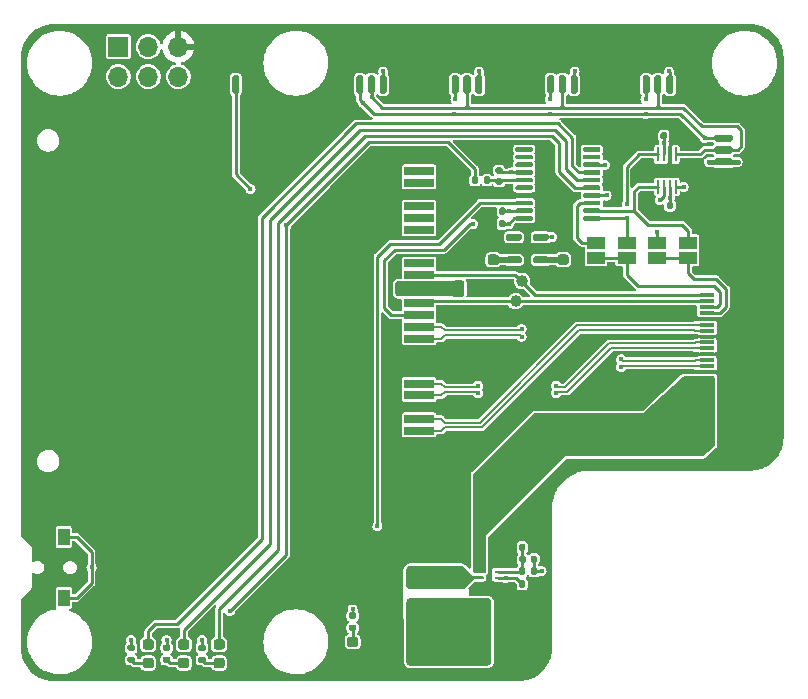
<source format=gbr>
G04 #@! TF.GenerationSoftware,KiCad,Pcbnew,(6.0.9)*
G04 #@! TF.CreationDate,2024-03-03T17:49:26-08:00*
G04 #@! TF.ProjectId,RPI5_CFE,52504935-5f43-4464-952e-6b696361645f,rev?*
G04 #@! TF.SameCoordinates,Original*
G04 #@! TF.FileFunction,Copper,L1,Top*
G04 #@! TF.FilePolarity,Positive*
%FSLAX46Y46*%
G04 Gerber Fmt 4.6, Leading zero omitted, Abs format (unit mm)*
G04 Created by KiCad (PCBNEW (6.0.9)) date 2024-03-03 17:49:26*
%MOMM*%
%LPD*%
G01*
G04 APERTURE LIST*
G04 #@! TA.AperFunction,SMDPad,CuDef*
%ADD10R,1.000000X1.450000*%
G04 #@! TD*
G04 #@! TA.AperFunction,SMDPad,CuDef*
%ADD11R,1.500000X1.000000*%
G04 #@! TD*
G04 #@! TA.AperFunction,SMDPad,CuDef*
%ADD12C,1.000000*%
G04 #@! TD*
G04 #@! TA.AperFunction,SMDPad,CuDef*
%ADD13R,2.790000X1.903000*%
G04 #@! TD*
G04 #@! TA.AperFunction,SMDPad,CuDef*
%ADD14R,0.254000X1.168400*%
G04 #@! TD*
G04 #@! TA.AperFunction,SMDPad,CuDef*
%ADD15R,2.500000X0.700000*%
G04 #@! TD*
G04 #@! TA.AperFunction,SMDPad,CuDef*
%ADD16R,3.600000X2.200000*%
G04 #@! TD*
G04 #@! TA.AperFunction,SMDPad,CuDef*
%ADD17R,1.300000X0.300000*%
G04 #@! TD*
G04 #@! TA.AperFunction,SMDPad,CuDef*
%ADD18R,2.200000X1.800000*%
G04 #@! TD*
G04 #@! TA.AperFunction,ComponentPad*
%ADD19R,1.700000X1.700000*%
G04 #@! TD*
G04 #@! TA.AperFunction,ComponentPad*
%ADD20O,1.700000X1.700000*%
G04 #@! TD*
G04 #@! TA.AperFunction,SMDPad,CuDef*
%ADD21R,0.609600X0.279400*%
G04 #@! TD*
G04 #@! TA.AperFunction,ViaPad*
%ADD22C,0.450000*%
G04 #@! TD*
G04 #@! TA.AperFunction,Conductor*
%ADD23C,0.500000*%
G04 #@! TD*
G04 #@! TA.AperFunction,Conductor*
%ADD24C,0.200000*%
G04 #@! TD*
G04 #@! TA.AperFunction,Conductor*
%ADD25C,0.250000*%
G04 #@! TD*
G04 #@! TA.AperFunction,Conductor*
%ADD26C,0.400000*%
G04 #@! TD*
G04 APERTURE END LIST*
G04 #@! TO.P,D3,1,K*
G04 #@! TO.N,Net-(D3-Pad1)*
G04 #@! TA.AperFunction,SMDPad,CuDef*
G36*
G01*
X13743750Y-52275000D02*
X14256250Y-52275000D01*
G75*
G02*
X14475000Y-52493750I0J-218750D01*
G01*
X14475000Y-52931250D01*
G75*
G02*
X14256250Y-53150000I-218750J0D01*
G01*
X13743750Y-53150000D01*
G75*
G02*
X13525000Y-52931250I0J218750D01*
G01*
X13525000Y-52493750D01*
G75*
G02*
X13743750Y-52275000I218750J0D01*
G01*
G37*
G04 #@! TD.AperFunction*
G04 #@! TO.P,D3,2,A*
G04 #@! TO.N,Net-(D3-Pad2)*
G04 #@! TA.AperFunction,SMDPad,CuDef*
G36*
G01*
X13743750Y-53850000D02*
X14256250Y-53850000D01*
G75*
G02*
X14475000Y-54068750I0J-218750D01*
G01*
X14475000Y-54506250D01*
G75*
G02*
X14256250Y-54725000I-218750J0D01*
G01*
X13743750Y-54725000D01*
G75*
G02*
X13525000Y-54506250I0J218750D01*
G01*
X13525000Y-54068750D01*
G75*
G02*
X13743750Y-53850000I218750J0D01*
G01*
G37*
G04 #@! TD.AperFunction*
G04 #@! TD*
D10*
G04 #@! TO.P,SW1,1,1*
G04 #@! TO.N,GND*
X2150000Y-43625000D03*
X2150000Y-48775000D03*
G04 #@! TO.P,SW1,2,2*
G04 #@! TO.N,Net-(J2-Pad1)*
X3850000Y-43625000D03*
X3850000Y-48775000D03*
G04 #@! TD*
G04 #@! TO.P,R1,1*
G04 #@! TO.N,EJECT*
G04 #@! TA.AperFunction,SMDPad,CuDef*
G36*
G01*
X39930000Y-13215000D02*
X39930000Y-13585000D01*
G75*
G02*
X39795000Y-13720000I-135000J0D01*
G01*
X39525000Y-13720000D01*
G75*
G02*
X39390000Y-13585000I0J135000D01*
G01*
X39390000Y-13215000D01*
G75*
G02*
X39525000Y-13080000I135000J0D01*
G01*
X39795000Y-13080000D01*
G75*
G02*
X39930000Y-13215000I0J-135000D01*
G01*
G37*
G04 #@! TD.AperFunction*
G04 #@! TO.P,R1,2*
G04 #@! TO.N,Net-(J2-Pad1)*
G04 #@! TA.AperFunction,SMDPad,CuDef*
G36*
G01*
X38910000Y-13215000D02*
X38910000Y-13585000D01*
G75*
G02*
X38775000Y-13720000I-135000J0D01*
G01*
X38505000Y-13720000D01*
G75*
G02*
X38370000Y-13585000I0J135000D01*
G01*
X38370000Y-13215000D01*
G75*
G02*
X38505000Y-13080000I135000J0D01*
G01*
X38775000Y-13080000D01*
G75*
G02*
X38910000Y-13215000I0J-135000D01*
G01*
G37*
G04 #@! TD.AperFunction*
G04 #@! TD*
G04 #@! TO.P,D4,1,K*
G04 #@! TO.N,GND*
G04 #@! TA.AperFunction,SMDPad,CuDef*
G36*
G01*
X28556250Y-54513750D02*
X28043750Y-54513750D01*
G75*
G02*
X27825000Y-54295000I0J218750D01*
G01*
X27825000Y-53857500D01*
G75*
G02*
X28043750Y-53638750I218750J0D01*
G01*
X28556250Y-53638750D01*
G75*
G02*
X28775000Y-53857500I0J-218750D01*
G01*
X28775000Y-54295000D01*
G75*
G02*
X28556250Y-54513750I-218750J0D01*
G01*
G37*
G04 #@! TD.AperFunction*
G04 #@! TO.P,D4,2,A*
G04 #@! TO.N,Net-(D4-Pad2)*
G04 #@! TA.AperFunction,SMDPad,CuDef*
G36*
G01*
X28556250Y-52938750D02*
X28043750Y-52938750D01*
G75*
G02*
X27825000Y-52720000I0J218750D01*
G01*
X27825000Y-52282500D01*
G75*
G02*
X28043750Y-52063750I218750J0D01*
G01*
X28556250Y-52063750D01*
G75*
G02*
X28775000Y-52282500I0J-218750D01*
G01*
X28775000Y-52720000D01*
G75*
G02*
X28556250Y-52938750I-218750J0D01*
G01*
G37*
G04 #@! TD.AperFunction*
G04 #@! TD*
G04 #@! TO.P,J9,1,Pin_1*
G04 #@! TO.N,GND*
G04 #@! TA.AperFunction,SMDPad,CuDef*
G36*
G01*
X56450000Y-4675000D02*
X56450000Y-5925000D01*
G75*
G02*
X56300000Y-6075000I-150000J0D01*
G01*
X56000000Y-6075000D01*
G75*
G02*
X55850000Y-5925000I0J150000D01*
G01*
X55850000Y-4675000D01*
G75*
G02*
X56000000Y-4525000I150000J0D01*
G01*
X56300000Y-4525000D01*
G75*
G02*
X56450000Y-4675000I0J-150000D01*
G01*
G37*
G04 #@! TD.AperFunction*
G04 #@! TO.P,J9,2,Pin_2*
G04 #@! TO.N,+3V3_IN*
G04 #@! TA.AperFunction,SMDPad,CuDef*
G36*
G01*
X55450000Y-4675000D02*
X55450000Y-5925000D01*
G75*
G02*
X55300000Y-6075000I-150000J0D01*
G01*
X55000000Y-6075000D01*
G75*
G02*
X54850000Y-5925000I0J150000D01*
G01*
X54850000Y-4675000D01*
G75*
G02*
X55000000Y-4525000I150000J0D01*
G01*
X55300000Y-4525000D01*
G75*
G02*
X55450000Y-4675000I0J-150000D01*
G01*
G37*
G04 #@! TD.AperFunction*
G04 #@! TO.P,J9,3,Pin_3*
G04 #@! TO.N,SDA_IN*
G04 #@! TA.AperFunction,SMDPad,CuDef*
G36*
G01*
X54450000Y-4675000D02*
X54450000Y-5925000D01*
G75*
G02*
X54300000Y-6075000I-150000J0D01*
G01*
X54000000Y-6075000D01*
G75*
G02*
X53850000Y-5925000I0J150000D01*
G01*
X53850000Y-4675000D01*
G75*
G02*
X54000000Y-4525000I150000J0D01*
G01*
X54300000Y-4525000D01*
G75*
G02*
X54450000Y-4675000I0J-150000D01*
G01*
G37*
G04 #@! TD.AperFunction*
G04 #@! TO.P,J9,4,Pin_4*
G04 #@! TO.N,SCL_IN*
G04 #@! TA.AperFunction,SMDPad,CuDef*
G36*
G01*
X53450000Y-4675000D02*
X53450000Y-5925000D01*
G75*
G02*
X53300000Y-6075000I-150000J0D01*
G01*
X53000000Y-6075000D01*
G75*
G02*
X52850000Y-5925000I0J150000D01*
G01*
X52850000Y-4675000D01*
G75*
G02*
X53000000Y-4525000I150000J0D01*
G01*
X53300000Y-4525000D01*
G75*
G02*
X53450000Y-4675000I0J-150000D01*
G01*
G37*
G04 #@! TD.AperFunction*
G04 #@! TO.P,J9,MP,Shield*
G04 #@! TO.N,GND*
G04 #@! TA.AperFunction,SMDPad,CuDef*
G36*
G01*
X52450000Y-775000D02*
X52450000Y-2075000D01*
G75*
G02*
X52200000Y-2325000I-250000J0D01*
G01*
X51500000Y-2325000D01*
G75*
G02*
X51250000Y-2075000I0J250000D01*
G01*
X51250000Y-775000D01*
G75*
G02*
X51500000Y-525000I250000J0D01*
G01*
X52200000Y-525000D01*
G75*
G02*
X52450000Y-775000I0J-250000D01*
G01*
G37*
G04 #@! TD.AperFunction*
G04 #@! TA.AperFunction,SMDPad,CuDef*
G36*
G01*
X58050000Y-775000D02*
X58050000Y-2075000D01*
G75*
G02*
X57800000Y-2325000I-250000J0D01*
G01*
X57100000Y-2325000D01*
G75*
G02*
X56850000Y-2075000I0J250000D01*
G01*
X56850000Y-775000D01*
G75*
G02*
X57100000Y-525000I250000J0D01*
G01*
X57800000Y-525000D01*
G75*
G02*
X58050000Y-775000I0J-250000D01*
G01*
G37*
G04 #@! TD.AperFunction*
G04 #@! TD*
G04 #@! TO.P,D1,1,K*
G04 #@! TO.N,Net-(D1-Pad1)*
G04 #@! TA.AperFunction,SMDPad,CuDef*
G36*
G01*
X10743750Y-52275000D02*
X11256250Y-52275000D01*
G75*
G02*
X11475000Y-52493750I0J-218750D01*
G01*
X11475000Y-52931250D01*
G75*
G02*
X11256250Y-53150000I-218750J0D01*
G01*
X10743750Y-53150000D01*
G75*
G02*
X10525000Y-52931250I0J218750D01*
G01*
X10525000Y-52493750D01*
G75*
G02*
X10743750Y-52275000I218750J0D01*
G01*
G37*
G04 #@! TD.AperFunction*
G04 #@! TO.P,D1,2,A*
G04 #@! TO.N,Net-(D1-Pad2)*
G04 #@! TA.AperFunction,SMDPad,CuDef*
G36*
G01*
X10743750Y-53850000D02*
X11256250Y-53850000D01*
G75*
G02*
X11475000Y-54068750I0J-218750D01*
G01*
X11475000Y-54506250D01*
G75*
G02*
X11256250Y-54725000I-218750J0D01*
G01*
X10743750Y-54725000D01*
G75*
G02*
X10525000Y-54506250I0J218750D01*
G01*
X10525000Y-54068750D01*
G75*
G02*
X10743750Y-53850000I218750J0D01*
G01*
G37*
G04 #@! TD.AperFunction*
G04 #@! TD*
G04 #@! TO.P,D2,1,K*
G04 #@! TO.N,Net-(D2-Pad1)*
G04 #@! TA.AperFunction,SMDPad,CuDef*
G36*
G01*
X16743750Y-52275000D02*
X17256250Y-52275000D01*
G75*
G02*
X17475000Y-52493750I0J-218750D01*
G01*
X17475000Y-52931250D01*
G75*
G02*
X17256250Y-53150000I-218750J0D01*
G01*
X16743750Y-53150000D01*
G75*
G02*
X16525000Y-52931250I0J218750D01*
G01*
X16525000Y-52493750D01*
G75*
G02*
X16743750Y-52275000I218750J0D01*
G01*
G37*
G04 #@! TD.AperFunction*
G04 #@! TO.P,D2,2,A*
G04 #@! TO.N,Net-(D2-Pad2)*
G04 #@! TA.AperFunction,SMDPad,CuDef*
G36*
G01*
X16743750Y-53850000D02*
X17256250Y-53850000D01*
G75*
G02*
X17475000Y-54068750I0J-218750D01*
G01*
X17475000Y-54506250D01*
G75*
G02*
X17256250Y-54725000I-218750J0D01*
G01*
X16743750Y-54725000D01*
G75*
G02*
X16525000Y-54506250I0J218750D01*
G01*
X16525000Y-54068750D01*
G75*
G02*
X16743750Y-53850000I218750J0D01*
G01*
G37*
G04 #@! TD.AperFunction*
G04 #@! TD*
G04 #@! TO.P,R3,1*
G04 #@! TO.N,Net-(C9-Pad1)*
G04 #@! TA.AperFunction,SMDPad,CuDef*
G36*
G01*
X42389300Y-44685000D02*
X42389300Y-44315000D01*
G75*
G02*
X42524300Y-44180000I135000J0D01*
G01*
X42794300Y-44180000D01*
G75*
G02*
X42929300Y-44315000I0J-135000D01*
G01*
X42929300Y-44685000D01*
G75*
G02*
X42794300Y-44820000I-135000J0D01*
G01*
X42524300Y-44820000D01*
G75*
G02*
X42389300Y-44685000I0J135000D01*
G01*
G37*
G04 #@! TD.AperFunction*
G04 #@! TO.P,R3,2*
G04 #@! TO.N,GND*
G04 #@! TA.AperFunction,SMDPad,CuDef*
G36*
G01*
X43409300Y-44685000D02*
X43409300Y-44315000D01*
G75*
G02*
X43544300Y-44180000I135000J0D01*
G01*
X43814300Y-44180000D01*
G75*
G02*
X43949300Y-44315000I0J-135000D01*
G01*
X43949300Y-44685000D01*
G75*
G02*
X43814300Y-44820000I-135000J0D01*
G01*
X43544300Y-44820000D01*
G75*
G02*
X43409300Y-44685000I0J135000D01*
G01*
G37*
G04 #@! TD.AperFunction*
G04 #@! TD*
G04 #@! TO.P,C8,1*
G04 #@! TO.N,GND*
G04 #@! TA.AperFunction,SMDPad,CuDef*
G36*
G01*
X39650000Y-22125000D02*
X39650000Y-23075000D01*
G75*
G02*
X39400000Y-23325000I-250000J0D01*
G01*
X38900000Y-23325000D01*
G75*
G02*
X38650000Y-23075000I0J250000D01*
G01*
X38650000Y-22125000D01*
G75*
G02*
X38900000Y-21875000I250000J0D01*
G01*
X39400000Y-21875000D01*
G75*
G02*
X39650000Y-22125000I0J-250000D01*
G01*
G37*
G04 #@! TD.AperFunction*
G04 #@! TO.P,C8,2*
G04 #@! TO.N,+3V3*
G04 #@! TA.AperFunction,SMDPad,CuDef*
G36*
G01*
X37750000Y-22125000D02*
X37750000Y-23075000D01*
G75*
G02*
X37500000Y-23325000I-250000J0D01*
G01*
X37000000Y-23325000D01*
G75*
G02*
X36750000Y-23075000I0J250000D01*
G01*
X36750000Y-22125000D01*
G75*
G02*
X37000000Y-21875000I250000J0D01*
G01*
X37500000Y-21875000D01*
G75*
G02*
X37750000Y-22125000I0J-250000D01*
G01*
G37*
G04 #@! TD.AperFunction*
G04 #@! TD*
G04 #@! TO.P,J6,1,Pin_1*
G04 #@! TO.N,GND*
G04 #@! TA.AperFunction,SMDPad,CuDef*
G36*
G01*
X32200000Y-4675000D02*
X32200000Y-5925000D01*
G75*
G02*
X32050000Y-6075000I-150000J0D01*
G01*
X31750000Y-6075000D01*
G75*
G02*
X31600000Y-5925000I0J150000D01*
G01*
X31600000Y-4675000D01*
G75*
G02*
X31750000Y-4525000I150000J0D01*
G01*
X32050000Y-4525000D01*
G75*
G02*
X32200000Y-4675000I0J-150000D01*
G01*
G37*
G04 #@! TD.AperFunction*
G04 #@! TO.P,J6,2,Pin_2*
G04 #@! TO.N,+3V3_IN*
G04 #@! TA.AperFunction,SMDPad,CuDef*
G36*
G01*
X31200000Y-4675000D02*
X31200000Y-5925000D01*
G75*
G02*
X31050000Y-6075000I-150000J0D01*
G01*
X30750000Y-6075000D01*
G75*
G02*
X30600000Y-5925000I0J150000D01*
G01*
X30600000Y-4675000D01*
G75*
G02*
X30750000Y-4525000I150000J0D01*
G01*
X31050000Y-4525000D01*
G75*
G02*
X31200000Y-4675000I0J-150000D01*
G01*
G37*
G04 #@! TD.AperFunction*
G04 #@! TO.P,J6,3,Pin_3*
G04 #@! TO.N,SDA_IN*
G04 #@! TA.AperFunction,SMDPad,CuDef*
G36*
G01*
X30200000Y-4675000D02*
X30200000Y-5925000D01*
G75*
G02*
X30050000Y-6075000I-150000J0D01*
G01*
X29750000Y-6075000D01*
G75*
G02*
X29600000Y-5925000I0J150000D01*
G01*
X29600000Y-4675000D01*
G75*
G02*
X29750000Y-4525000I150000J0D01*
G01*
X30050000Y-4525000D01*
G75*
G02*
X30200000Y-4675000I0J-150000D01*
G01*
G37*
G04 #@! TD.AperFunction*
G04 #@! TO.P,J6,4,Pin_4*
G04 #@! TO.N,SCL_IN*
G04 #@! TA.AperFunction,SMDPad,CuDef*
G36*
G01*
X29200000Y-4675000D02*
X29200000Y-5925000D01*
G75*
G02*
X29050000Y-6075000I-150000J0D01*
G01*
X28750000Y-6075000D01*
G75*
G02*
X28600000Y-5925000I0J150000D01*
G01*
X28600000Y-4675000D01*
G75*
G02*
X28750000Y-4525000I150000J0D01*
G01*
X29050000Y-4525000D01*
G75*
G02*
X29200000Y-4675000I0J-150000D01*
G01*
G37*
G04 #@! TD.AperFunction*
G04 #@! TO.P,J6,MP,Shield*
G04 #@! TO.N,GND*
G04 #@! TA.AperFunction,SMDPad,CuDef*
G36*
G01*
X28200000Y-775000D02*
X28200000Y-2075000D01*
G75*
G02*
X27950000Y-2325000I-250000J0D01*
G01*
X27250000Y-2325000D01*
G75*
G02*
X27000000Y-2075000I0J250000D01*
G01*
X27000000Y-775000D01*
G75*
G02*
X27250000Y-525000I250000J0D01*
G01*
X27950000Y-525000D01*
G75*
G02*
X28200000Y-775000I0J-250000D01*
G01*
G37*
G04 #@! TD.AperFunction*
G04 #@! TA.AperFunction,SMDPad,CuDef*
G36*
G01*
X33800000Y-775000D02*
X33800000Y-2075000D01*
G75*
G02*
X33550000Y-2325000I-250000J0D01*
G01*
X32850000Y-2325000D01*
G75*
G02*
X32600000Y-2075000I0J250000D01*
G01*
X32600000Y-775000D01*
G75*
G02*
X32850000Y-525000I250000J0D01*
G01*
X33550000Y-525000D01*
G75*
G02*
X33800000Y-775000I0J-250000D01*
G01*
G37*
G04 #@! TD.AperFunction*
G04 #@! TD*
G04 #@! TO.P,R7,1*
G04 #@! TO.N,+3V3*
G04 #@! TA.AperFunction,SMDPad,CuDef*
G36*
G01*
X28115000Y-50008750D02*
X28485000Y-50008750D01*
G75*
G02*
X28620000Y-50143750I0J-135000D01*
G01*
X28620000Y-50413750D01*
G75*
G02*
X28485000Y-50548750I-135000J0D01*
G01*
X28115000Y-50548750D01*
G75*
G02*
X27980000Y-50413750I0J135000D01*
G01*
X27980000Y-50143750D01*
G75*
G02*
X28115000Y-50008750I135000J0D01*
G01*
G37*
G04 #@! TD.AperFunction*
G04 #@! TO.P,R7,2*
G04 #@! TO.N,Net-(D4-Pad2)*
G04 #@! TA.AperFunction,SMDPad,CuDef*
G36*
G01*
X28115000Y-51028750D02*
X28485000Y-51028750D01*
G75*
G02*
X28620000Y-51163750I0J-135000D01*
G01*
X28620000Y-51433750D01*
G75*
G02*
X28485000Y-51568750I-135000J0D01*
G01*
X28115000Y-51568750D01*
G75*
G02*
X27980000Y-51433750I0J135000D01*
G01*
X27980000Y-51163750D01*
G75*
G02*
X28115000Y-51028750I135000J0D01*
G01*
G37*
G04 #@! TD.AperFunction*
G04 #@! TD*
D11*
G04 #@! TO.P,JP2,1,A*
G04 #@! TO.N,PCIE_DET_WAKE*
X48900000Y-18700000D03*
G04 #@! TO.P,JP2,2,B*
G04 #@! TO.N,Net-(J1-Pad14)*
X48900000Y-20000000D03*
G04 #@! TD*
G04 #@! TO.P,R6,1*
G04 #@! TO.N,+3V3_STB*
G04 #@! TA.AperFunction,SMDPad,CuDef*
G36*
G01*
X12365000Y-52720000D02*
X12735000Y-52720000D01*
G75*
G02*
X12870000Y-52855000I0J-135000D01*
G01*
X12870000Y-53125000D01*
G75*
G02*
X12735000Y-53260000I-135000J0D01*
G01*
X12365000Y-53260000D01*
G75*
G02*
X12230000Y-53125000I0J135000D01*
G01*
X12230000Y-52855000D01*
G75*
G02*
X12365000Y-52720000I135000J0D01*
G01*
G37*
G04 #@! TD.AperFunction*
G04 #@! TO.P,R6,2*
G04 #@! TO.N,Net-(D3-Pad2)*
G04 #@! TA.AperFunction,SMDPad,CuDef*
G36*
G01*
X12365000Y-53740000D02*
X12735000Y-53740000D01*
G75*
G02*
X12870000Y-53875000I0J-135000D01*
G01*
X12870000Y-54145000D01*
G75*
G02*
X12735000Y-54280000I-135000J0D01*
G01*
X12365000Y-54280000D01*
G75*
G02*
X12230000Y-54145000I0J135000D01*
G01*
X12230000Y-53875000D01*
G75*
G02*
X12365000Y-53740000I135000J0D01*
G01*
G37*
G04 #@! TD.AperFunction*
G04 #@! TD*
D12*
G04 #@! TO.P,TP6,1,1*
G04 #@! TO.N,PCIe_RST*
X42650000Y-21950000D03*
G04 #@! TD*
D13*
G04 #@! TO.P,L1,1,1*
G04 #@! TO.N,Net-(L1-Pad1)*
X35500000Y-47023500D03*
G04 #@! TO.P,L1,2,2*
G04 #@! TO.N,+3V3*
X35500000Y-51876500D03*
G04 #@! TD*
G04 #@! TO.P,C11,1*
G04 #@! TO.N,+3V3_STB*
G04 #@! TA.AperFunction,SMDPad,CuDef*
G36*
G01*
X40470000Y-20595000D02*
X39970000Y-20595000D01*
G75*
G02*
X39745000Y-20370000I0J225000D01*
G01*
X39745000Y-19920000D01*
G75*
G02*
X39970000Y-19695000I225000J0D01*
G01*
X40470000Y-19695000D01*
G75*
G02*
X40695000Y-19920000I0J-225000D01*
G01*
X40695000Y-20370000D01*
G75*
G02*
X40470000Y-20595000I-225000J0D01*
G01*
G37*
G04 #@! TD.AperFunction*
G04 #@! TO.P,C11,2*
G04 #@! TO.N,GND*
G04 #@! TA.AperFunction,SMDPad,CuDef*
G36*
G01*
X40470000Y-19045000D02*
X39970000Y-19045000D01*
G75*
G02*
X39745000Y-18820000I0J225000D01*
G01*
X39745000Y-18370000D01*
G75*
G02*
X39970000Y-18145000I225000J0D01*
G01*
X40470000Y-18145000D01*
G75*
G02*
X40695000Y-18370000I0J-225000D01*
G01*
X40695000Y-18820000D01*
G75*
G02*
X40470000Y-19045000I-225000J0D01*
G01*
G37*
G04 #@! TD.AperFunction*
G04 #@! TD*
G04 #@! TO.P,U2,1,PD4*
G04 #@! TO.N,unconnected-(U2-Pad1)*
G04 #@! TA.AperFunction,SMDPad,CuDef*
G36*
G01*
X42087500Y-10900000D02*
X42087500Y-10700000D01*
G75*
G02*
X42187500Y-10600000I100000J0D01*
G01*
X43462500Y-10600000D01*
G75*
G02*
X43562500Y-10700000I0J-100000D01*
G01*
X43562500Y-10900000D01*
G75*
G02*
X43462500Y-11000000I-100000J0D01*
G01*
X42187500Y-11000000D01*
G75*
G02*
X42087500Y-10900000I0J100000D01*
G01*
G37*
G04 #@! TD.AperFunction*
G04 #@! TO.P,U2,2,PD5*
G04 #@! TO.N,unconnected-(U2-Pad2)*
G04 #@! TA.AperFunction,SMDPad,CuDef*
G36*
G01*
X42087500Y-11550000D02*
X42087500Y-11350000D01*
G75*
G02*
X42187500Y-11250000I100000J0D01*
G01*
X43462500Y-11250000D01*
G75*
G02*
X43562500Y-11350000I0J-100000D01*
G01*
X43562500Y-11550000D01*
G75*
G02*
X43462500Y-11650000I-100000J0D01*
G01*
X42187500Y-11650000D01*
G75*
G02*
X42087500Y-11550000I0J100000D01*
G01*
G37*
G04 #@! TD.AperFunction*
G04 #@! TO.P,U2,3,PD6*
G04 #@! TO.N,unconnected-(U2-Pad3)*
G04 #@! TA.AperFunction,SMDPad,CuDef*
G36*
G01*
X42087500Y-12200000D02*
X42087500Y-12000000D01*
G75*
G02*
X42187500Y-11900000I100000J0D01*
G01*
X43462500Y-11900000D01*
G75*
G02*
X43562500Y-12000000I0J-100000D01*
G01*
X43562500Y-12200000D01*
G75*
G02*
X43462500Y-12300000I-100000J0D01*
G01*
X42187500Y-12300000D01*
G75*
G02*
X42087500Y-12200000I0J100000D01*
G01*
G37*
G04 #@! TD.AperFunction*
G04 #@! TO.P,U2,4,NRST*
G04 #@! TO.N,NRST*
G04 #@! TA.AperFunction,SMDPad,CuDef*
G36*
G01*
X42087500Y-12850000D02*
X42087500Y-12650000D01*
G75*
G02*
X42187500Y-12550000I100000J0D01*
G01*
X43462500Y-12550000D01*
G75*
G02*
X43562500Y-12650000I0J-100000D01*
G01*
X43562500Y-12850000D01*
G75*
G02*
X43462500Y-12950000I-100000J0D01*
G01*
X42187500Y-12950000D01*
G75*
G02*
X42087500Y-12850000I0J100000D01*
G01*
G37*
G04 #@! TD.AperFunction*
G04 #@! TO.P,U2,5,PA1*
G04 #@! TO.N,EJECT*
G04 #@! TA.AperFunction,SMDPad,CuDef*
G36*
G01*
X42087500Y-13500000D02*
X42087500Y-13300000D01*
G75*
G02*
X42187500Y-13200000I100000J0D01*
G01*
X43462500Y-13200000D01*
G75*
G02*
X43562500Y-13300000I0J-100000D01*
G01*
X43562500Y-13500000D01*
G75*
G02*
X43462500Y-13600000I-100000J0D01*
G01*
X42187500Y-13600000D01*
G75*
G02*
X42087500Y-13500000I0J100000D01*
G01*
G37*
G04 #@! TD.AperFunction*
G04 #@! TO.P,U2,6,PA2*
G04 #@! TO.N,unconnected-(U2-Pad6)*
G04 #@! TA.AperFunction,SMDPad,CuDef*
G36*
G01*
X42087500Y-14150000D02*
X42087500Y-13950000D01*
G75*
G02*
X42187500Y-13850000I100000J0D01*
G01*
X43462500Y-13850000D01*
G75*
G02*
X43562500Y-13950000I0J-100000D01*
G01*
X43562500Y-14150000D01*
G75*
G02*
X43462500Y-14250000I-100000J0D01*
G01*
X42187500Y-14250000D01*
G75*
G02*
X42087500Y-14150000I0J100000D01*
G01*
G37*
G04 #@! TD.AperFunction*
G04 #@! TO.P,U2,7,VSS*
G04 #@! TO.N,GND*
G04 #@! TA.AperFunction,SMDPad,CuDef*
G36*
G01*
X42087500Y-14800000D02*
X42087500Y-14600000D01*
G75*
G02*
X42187500Y-14500000I100000J0D01*
G01*
X43462500Y-14500000D01*
G75*
G02*
X43562500Y-14600000I0J-100000D01*
G01*
X43562500Y-14800000D01*
G75*
G02*
X43462500Y-14900000I-100000J0D01*
G01*
X42187500Y-14900000D01*
G75*
G02*
X42087500Y-14800000I0J100000D01*
G01*
G37*
G04 #@! TD.AperFunction*
G04 #@! TO.P,U2,8,PD0*
G04 #@! TO.N,NVME_PWR*
G04 #@! TA.AperFunction,SMDPad,CuDef*
G36*
G01*
X42087500Y-15450000D02*
X42087500Y-15250000D01*
G75*
G02*
X42187500Y-15150000I100000J0D01*
G01*
X43462500Y-15150000D01*
G75*
G02*
X43562500Y-15250000I0J-100000D01*
G01*
X43562500Y-15450000D01*
G75*
G02*
X43462500Y-15550000I-100000J0D01*
G01*
X42187500Y-15550000D01*
G75*
G02*
X42087500Y-15450000I0J100000D01*
G01*
G37*
G04 #@! TD.AperFunction*
G04 #@! TO.P,U2,9,VDD*
G04 #@! TO.N,+3V3_STB*
G04 #@! TA.AperFunction,SMDPad,CuDef*
G36*
G01*
X42087500Y-16100000D02*
X42087500Y-15900000D01*
G75*
G02*
X42187500Y-15800000I100000J0D01*
G01*
X43462500Y-15800000D01*
G75*
G02*
X43562500Y-15900000I0J-100000D01*
G01*
X43562500Y-16100000D01*
G75*
G02*
X43462500Y-16200000I-100000J0D01*
G01*
X42187500Y-16200000D01*
G75*
G02*
X42087500Y-16100000I0J100000D01*
G01*
G37*
G04 #@! TD.AperFunction*
G04 #@! TO.P,U2,10,PC0*
G04 #@! TO.N,PCIe_INS*
G04 #@! TA.AperFunction,SMDPad,CuDef*
G36*
G01*
X42087500Y-16750000D02*
X42087500Y-16550000D01*
G75*
G02*
X42187500Y-16450000I100000J0D01*
G01*
X43462500Y-16450000D01*
G75*
G02*
X43562500Y-16550000I0J-100000D01*
G01*
X43562500Y-16750000D01*
G75*
G02*
X43462500Y-16850000I-100000J0D01*
G01*
X42187500Y-16850000D01*
G75*
G02*
X42087500Y-16750000I0J100000D01*
G01*
G37*
G04 #@! TD.AperFunction*
G04 #@! TO.P,U2,11,PC1*
G04 #@! TO.N,SDA*
G04 #@! TA.AperFunction,SMDPad,CuDef*
G36*
G01*
X47812500Y-16750000D02*
X47812500Y-16550000D01*
G75*
G02*
X47912500Y-16450000I100000J0D01*
G01*
X49187500Y-16450000D01*
G75*
G02*
X49287500Y-16550000I0J-100000D01*
G01*
X49287500Y-16750000D01*
G75*
G02*
X49187500Y-16850000I-100000J0D01*
G01*
X47912500Y-16850000D01*
G75*
G02*
X47812500Y-16750000I0J100000D01*
G01*
G37*
G04 #@! TD.AperFunction*
G04 #@! TO.P,U2,12,PC2*
G04 #@! TO.N,SCL*
G04 #@! TA.AperFunction,SMDPad,CuDef*
G36*
G01*
X47812500Y-16100000D02*
X47812500Y-15900000D01*
G75*
G02*
X47912500Y-15800000I100000J0D01*
G01*
X49187500Y-15800000D01*
G75*
G02*
X49287500Y-15900000I0J-100000D01*
G01*
X49287500Y-16100000D01*
G75*
G02*
X49187500Y-16200000I-100000J0D01*
G01*
X47912500Y-16200000D01*
G75*
G02*
X47812500Y-16100000I0J100000D01*
G01*
G37*
G04 #@! TD.AperFunction*
G04 #@! TO.P,U2,13,PC3*
G04 #@! TO.N,PCIE_DET_WAKE*
G04 #@! TA.AperFunction,SMDPad,CuDef*
G36*
G01*
X47812500Y-15450000D02*
X47812500Y-15250000D01*
G75*
G02*
X47912500Y-15150000I100000J0D01*
G01*
X49187500Y-15150000D01*
G75*
G02*
X49287500Y-15250000I0J-100000D01*
G01*
X49287500Y-15450000D01*
G75*
G02*
X49187500Y-15550000I-100000J0D01*
G01*
X47912500Y-15550000D01*
G75*
G02*
X47812500Y-15450000I0J100000D01*
G01*
G37*
G04 #@! TD.AperFunction*
G04 #@! TO.P,U2,14,PC4*
G04 #@! TO.N,PCIE_PWR_EN*
G04 #@! TA.AperFunction,SMDPad,CuDef*
G36*
G01*
X47812500Y-14800000D02*
X47812500Y-14600000D01*
G75*
G02*
X47912500Y-14500000I100000J0D01*
G01*
X49187500Y-14500000D01*
G75*
G02*
X49287500Y-14600000I0J-100000D01*
G01*
X49287500Y-14800000D01*
G75*
G02*
X49187500Y-14900000I-100000J0D01*
G01*
X47912500Y-14900000D01*
G75*
G02*
X47812500Y-14800000I0J100000D01*
G01*
G37*
G04 #@! TD.AperFunction*
G04 #@! TO.P,U2,15,PC5*
G04 #@! TO.N,Net-(D2-Pad1)*
G04 #@! TA.AperFunction,SMDPad,CuDef*
G36*
G01*
X47812500Y-14150000D02*
X47812500Y-13950000D01*
G75*
G02*
X47912500Y-13850000I100000J0D01*
G01*
X49187500Y-13850000D01*
G75*
G02*
X49287500Y-13950000I0J-100000D01*
G01*
X49287500Y-14150000D01*
G75*
G02*
X49187500Y-14250000I-100000J0D01*
G01*
X47912500Y-14250000D01*
G75*
G02*
X47812500Y-14150000I0J100000D01*
G01*
G37*
G04 #@! TD.AperFunction*
G04 #@! TO.P,U2,16,PC6*
G04 #@! TO.N,Net-(D3-Pad1)*
G04 #@! TA.AperFunction,SMDPad,CuDef*
G36*
G01*
X47812500Y-13500000D02*
X47812500Y-13300000D01*
G75*
G02*
X47912500Y-13200000I100000J0D01*
G01*
X49187500Y-13200000D01*
G75*
G02*
X49287500Y-13300000I0J-100000D01*
G01*
X49287500Y-13500000D01*
G75*
G02*
X49187500Y-13600000I-100000J0D01*
G01*
X47912500Y-13600000D01*
G75*
G02*
X47812500Y-13500000I0J100000D01*
G01*
G37*
G04 #@! TD.AperFunction*
G04 #@! TO.P,U2,17,PC7*
G04 #@! TO.N,Net-(D1-Pad1)*
G04 #@! TA.AperFunction,SMDPad,CuDef*
G36*
G01*
X47812500Y-12850000D02*
X47812500Y-12650000D01*
G75*
G02*
X47912500Y-12550000I100000J0D01*
G01*
X49187500Y-12550000D01*
G75*
G02*
X49287500Y-12650000I0J-100000D01*
G01*
X49287500Y-12850000D01*
G75*
G02*
X49187500Y-12950000I-100000J0D01*
G01*
X47912500Y-12950000D01*
G75*
G02*
X47812500Y-12850000I0J100000D01*
G01*
G37*
G04 #@! TD.AperFunction*
G04 #@! TO.P,U2,18,PD1*
G04 #@! TO.N,SWIO*
G04 #@! TA.AperFunction,SMDPad,CuDef*
G36*
G01*
X47812500Y-12200000D02*
X47812500Y-12000000D01*
G75*
G02*
X47912500Y-11900000I100000J0D01*
G01*
X49187500Y-11900000D01*
G75*
G02*
X49287500Y-12000000I0J-100000D01*
G01*
X49287500Y-12200000D01*
G75*
G02*
X49187500Y-12300000I-100000J0D01*
G01*
X47912500Y-12300000D01*
G75*
G02*
X47812500Y-12200000I0J100000D01*
G01*
G37*
G04 #@! TD.AperFunction*
G04 #@! TO.P,U2,19,PD2*
G04 #@! TO.N,unconnected-(U2-Pad19)*
G04 #@! TA.AperFunction,SMDPad,CuDef*
G36*
G01*
X47812500Y-11550000D02*
X47812500Y-11350000D01*
G75*
G02*
X47912500Y-11250000I100000J0D01*
G01*
X49187500Y-11250000D01*
G75*
G02*
X49287500Y-11350000I0J-100000D01*
G01*
X49287500Y-11550000D01*
G75*
G02*
X49187500Y-11650000I-100000J0D01*
G01*
X47912500Y-11650000D01*
G75*
G02*
X47812500Y-11550000I0J100000D01*
G01*
G37*
G04 #@! TD.AperFunction*
G04 #@! TO.P,U2,20,PD3*
G04 #@! TO.N,unconnected-(U2-Pad20)*
G04 #@! TA.AperFunction,SMDPad,CuDef*
G36*
G01*
X47812500Y-10900000D02*
X47812500Y-10700000D01*
G75*
G02*
X47912500Y-10600000I100000J0D01*
G01*
X49187500Y-10600000D01*
G75*
G02*
X49287500Y-10700000I0J-100000D01*
G01*
X49287500Y-10900000D01*
G75*
G02*
X49187500Y-11000000I-100000J0D01*
G01*
X47912500Y-11000000D01*
G75*
G02*
X47812500Y-10900000I0J100000D01*
G01*
G37*
G04 #@! TD.AperFunction*
G04 #@! TD*
G04 #@! TO.P,C9,1*
G04 #@! TO.N,Net-(C9-Pad1)*
G04 #@! TA.AperFunction,SMDPad,CuDef*
G36*
G01*
X42409300Y-45670000D02*
X42409300Y-45330000D01*
G75*
G02*
X42549300Y-45190000I140000J0D01*
G01*
X42829300Y-45190000D01*
G75*
G02*
X42969300Y-45330000I0J-140000D01*
G01*
X42969300Y-45670000D01*
G75*
G02*
X42829300Y-45810000I-140000J0D01*
G01*
X42549300Y-45810000D01*
G75*
G02*
X42409300Y-45670000I0J140000D01*
G01*
G37*
G04 #@! TD.AperFunction*
G04 #@! TO.P,C9,2*
G04 #@! TO.N,+3V3*
G04 #@! TA.AperFunction,SMDPad,CuDef*
G36*
G01*
X43369300Y-45670000D02*
X43369300Y-45330000D01*
G75*
G02*
X43509300Y-45190000I140000J0D01*
G01*
X43789300Y-45190000D01*
G75*
G02*
X43929300Y-45330000I0J-140000D01*
G01*
X43929300Y-45670000D01*
G75*
G02*
X43789300Y-45810000I-140000J0D01*
G01*
X43509300Y-45810000D01*
G75*
G02*
X43369300Y-45670000I0J140000D01*
G01*
G37*
G04 #@! TD.AperFunction*
G04 #@! TD*
G04 #@! TO.P,J7,1,Pin_1*
G04 #@! TO.N,GND*
G04 #@! TA.AperFunction,SMDPad,CuDef*
G36*
G01*
X40283333Y-4675000D02*
X40283333Y-5925000D01*
G75*
G02*
X40133333Y-6075000I-150000J0D01*
G01*
X39833333Y-6075000D01*
G75*
G02*
X39683333Y-5925000I0J150000D01*
G01*
X39683333Y-4675000D01*
G75*
G02*
X39833333Y-4525000I150000J0D01*
G01*
X40133333Y-4525000D01*
G75*
G02*
X40283333Y-4675000I0J-150000D01*
G01*
G37*
G04 #@! TD.AperFunction*
G04 #@! TO.P,J7,2,Pin_2*
G04 #@! TO.N,+3V3_IN*
G04 #@! TA.AperFunction,SMDPad,CuDef*
G36*
G01*
X39283333Y-4675000D02*
X39283333Y-5925000D01*
G75*
G02*
X39133333Y-6075000I-150000J0D01*
G01*
X38833333Y-6075000D01*
G75*
G02*
X38683333Y-5925000I0J150000D01*
G01*
X38683333Y-4675000D01*
G75*
G02*
X38833333Y-4525000I150000J0D01*
G01*
X39133333Y-4525000D01*
G75*
G02*
X39283333Y-4675000I0J-150000D01*
G01*
G37*
G04 #@! TD.AperFunction*
G04 #@! TO.P,J7,3,Pin_3*
G04 #@! TO.N,SDA_IN*
G04 #@! TA.AperFunction,SMDPad,CuDef*
G36*
G01*
X38283333Y-4675000D02*
X38283333Y-5925000D01*
G75*
G02*
X38133333Y-6075000I-150000J0D01*
G01*
X37833333Y-6075000D01*
G75*
G02*
X37683333Y-5925000I0J150000D01*
G01*
X37683333Y-4675000D01*
G75*
G02*
X37833333Y-4525000I150000J0D01*
G01*
X38133333Y-4525000D01*
G75*
G02*
X38283333Y-4675000I0J-150000D01*
G01*
G37*
G04 #@! TD.AperFunction*
G04 #@! TO.P,J7,4,Pin_4*
G04 #@! TO.N,SCL_IN*
G04 #@! TA.AperFunction,SMDPad,CuDef*
G36*
G01*
X37283333Y-4675000D02*
X37283333Y-5925000D01*
G75*
G02*
X37133333Y-6075000I-150000J0D01*
G01*
X36833333Y-6075000D01*
G75*
G02*
X36683333Y-5925000I0J150000D01*
G01*
X36683333Y-4675000D01*
G75*
G02*
X36833333Y-4525000I150000J0D01*
G01*
X37133333Y-4525000D01*
G75*
G02*
X37283333Y-4675000I0J-150000D01*
G01*
G37*
G04 #@! TD.AperFunction*
G04 #@! TO.P,J7,MP,Shield*
G04 #@! TO.N,GND*
G04 #@! TA.AperFunction,SMDPad,CuDef*
G36*
G01*
X41883333Y-775000D02*
X41883333Y-2075000D01*
G75*
G02*
X41633333Y-2325000I-250000J0D01*
G01*
X40933333Y-2325000D01*
G75*
G02*
X40683333Y-2075000I0J250000D01*
G01*
X40683333Y-775000D01*
G75*
G02*
X40933333Y-525000I250000J0D01*
G01*
X41633333Y-525000D01*
G75*
G02*
X41883333Y-775000I0J-250000D01*
G01*
G37*
G04 #@! TD.AperFunction*
G04 #@! TA.AperFunction,SMDPad,CuDef*
G36*
G01*
X36283333Y-775000D02*
X36283333Y-2075000D01*
G75*
G02*
X36033333Y-2325000I-250000J0D01*
G01*
X35333333Y-2325000D01*
G75*
G02*
X35083333Y-2075000I0J250000D01*
G01*
X35083333Y-775000D01*
G75*
G02*
X35333333Y-525000I250000J0D01*
G01*
X36033333Y-525000D01*
G75*
G02*
X36283333Y-775000I0J-250000D01*
G01*
G37*
G04 #@! TD.AperFunction*
G04 #@! TD*
G04 #@! TO.P,C6,1*
G04 #@! TO.N,NRST*
G04 #@! TA.AperFunction,SMDPad,CuDef*
G36*
G01*
X40870000Y-12860000D02*
X40530000Y-12860000D01*
G75*
G02*
X40390000Y-12720000I0J140000D01*
G01*
X40390000Y-12440000D01*
G75*
G02*
X40530000Y-12300000I140000J0D01*
G01*
X40870000Y-12300000D01*
G75*
G02*
X41010000Y-12440000I0J-140000D01*
G01*
X41010000Y-12720000D01*
G75*
G02*
X40870000Y-12860000I-140000J0D01*
G01*
G37*
G04 #@! TD.AperFunction*
G04 #@! TO.P,C6,2*
G04 #@! TO.N,GND*
G04 #@! TA.AperFunction,SMDPad,CuDef*
G36*
G01*
X40870000Y-11900000D02*
X40530000Y-11900000D01*
G75*
G02*
X40390000Y-11760000I0J140000D01*
G01*
X40390000Y-11480000D01*
G75*
G02*
X40530000Y-11340000I140000J0D01*
G01*
X40870000Y-11340000D01*
G75*
G02*
X41010000Y-11480000I0J-140000D01*
G01*
X41010000Y-11760000D01*
G75*
G02*
X40870000Y-11900000I-140000J0D01*
G01*
G37*
G04 #@! TD.AperFunction*
G04 #@! TD*
D12*
G04 #@! TO.P,TP1,1,1*
G04 #@! TO.N,GND*
X41000000Y-53850000D03*
G04 #@! TD*
G04 #@! TO.P,C1,1*
G04 #@! TO.N,+5V*
G04 #@! TA.AperFunction,SMDPad,CuDef*
G36*
G01*
X38550000Y-45225000D02*
X38550000Y-44275000D01*
G75*
G02*
X38800000Y-44025000I250000J0D01*
G01*
X39300000Y-44025000D01*
G75*
G02*
X39550000Y-44275000I0J-250000D01*
G01*
X39550000Y-45225000D01*
G75*
G02*
X39300000Y-45475000I-250000J0D01*
G01*
X38800000Y-45475000D01*
G75*
G02*
X38550000Y-45225000I0J250000D01*
G01*
G37*
G04 #@! TD.AperFunction*
G04 #@! TO.P,C1,2*
G04 #@! TO.N,GND*
G04 #@! TA.AperFunction,SMDPad,CuDef*
G36*
G01*
X40450000Y-45225000D02*
X40450000Y-44275000D01*
G75*
G02*
X40700000Y-44025000I250000J0D01*
G01*
X41200000Y-44025000D01*
G75*
G02*
X41450000Y-44275000I0J-250000D01*
G01*
X41450000Y-45225000D01*
G75*
G02*
X41200000Y-45475000I-250000J0D01*
G01*
X40700000Y-45475000D01*
G75*
G02*
X40450000Y-45225000I0J250000D01*
G01*
G37*
G04 #@! TD.AperFunction*
G04 #@! TD*
D14*
G04 #@! TO.P,U4,1,SDA_B*
G04 #@! TO.N,SDA_IN*
X55650001Y-11228400D03*
G04 #@! TO.P,U4,2,GND*
G04 #@! TO.N,GND*
X55150000Y-11228400D03*
G04 #@! TO.P,U4,3,VCCA*
G04 #@! TO.N,+3V3_STB*
X54650000Y-11228400D03*
G04 #@! TO.P,U4,4,SDA_A*
G04 #@! TO.N,SDA*
X54149999Y-11228400D03*
G04 #@! TO.P,U4,5,SCL_A*
G04 #@! TO.N,SCL*
X54149999Y-13971600D03*
G04 #@! TO.P,U4,6,OE*
G04 #@! TO.N,+3V3_STB*
X54650000Y-13971600D03*
G04 #@! TO.P,U4,7,VCCB*
G04 #@! TO.N,+3V3_IN*
X55150000Y-13971600D03*
G04 #@! TO.P,U4,8,SCL_B*
G04 #@! TO.N,SCL_IN*
X55650001Y-13971600D03*
G04 #@! TD*
G04 #@! TO.P,C10,1*
G04 #@! TO.N,GND*
G04 #@! TA.AperFunction,SMDPad,CuDef*
G36*
G01*
X45870000Y-18145000D02*
X46370000Y-18145000D01*
G75*
G02*
X46595000Y-18370000I0J-225000D01*
G01*
X46595000Y-18820000D01*
G75*
G02*
X46370000Y-19045000I-225000J0D01*
G01*
X45870000Y-19045000D01*
G75*
G02*
X45645000Y-18820000I0J225000D01*
G01*
X45645000Y-18370000D01*
G75*
G02*
X45870000Y-18145000I225000J0D01*
G01*
G37*
G04 #@! TD.AperFunction*
G04 #@! TO.P,C10,2*
G04 #@! TO.N,+5V*
G04 #@! TA.AperFunction,SMDPad,CuDef*
G36*
G01*
X45870000Y-19695000D02*
X46370000Y-19695000D01*
G75*
G02*
X46595000Y-19920000I0J-225000D01*
G01*
X46595000Y-20370000D01*
G75*
G02*
X46370000Y-20595000I-225000J0D01*
G01*
X45870000Y-20595000D01*
G75*
G02*
X45645000Y-20370000I0J225000D01*
G01*
X45645000Y-19920000D01*
G75*
G02*
X45870000Y-19695000I225000J0D01*
G01*
G37*
G04 #@! TD.AperFunction*
G04 #@! TD*
G04 #@! TO.P,C13,1*
G04 #@! TO.N,+3V3_IN*
G04 #@! TA.AperFunction,SMDPad,CuDef*
G36*
G01*
X54890000Y-15720000D02*
X54890000Y-15380000D01*
G75*
G02*
X55030000Y-15240000I140000J0D01*
G01*
X55310000Y-15240000D01*
G75*
G02*
X55450000Y-15380000I0J-140000D01*
G01*
X55450000Y-15720000D01*
G75*
G02*
X55310000Y-15860000I-140000J0D01*
G01*
X55030000Y-15860000D01*
G75*
G02*
X54890000Y-15720000I0J140000D01*
G01*
G37*
G04 #@! TD.AperFunction*
G04 #@! TO.P,C13,2*
G04 #@! TO.N,GND*
G04 #@! TA.AperFunction,SMDPad,CuDef*
G36*
G01*
X55850000Y-15720000D02*
X55850000Y-15380000D01*
G75*
G02*
X55990000Y-15240000I140000J0D01*
G01*
X56270000Y-15240000D01*
G75*
G02*
X56410000Y-15380000I0J-140000D01*
G01*
X56410000Y-15720000D01*
G75*
G02*
X56270000Y-15860000I-140000J0D01*
G01*
X55990000Y-15860000D01*
G75*
G02*
X55850000Y-15720000I0J140000D01*
G01*
G37*
G04 #@! TD.AperFunction*
G04 #@! TD*
D15*
G04 #@! TO.P,J3,1,1*
G04 #@! TO.N,GND*
X33925000Y-11625000D03*
G04 #@! TO.P,J3,2,2*
G04 #@! TO.N,unconnected-(J3-Pad2)*
X33925000Y-12625000D03*
G04 #@! TO.P,J3,3,3*
G04 #@! TO.N,unconnected-(J3-Pad3)*
X33925000Y-13625000D03*
G04 #@! TO.P,J3,4,4*
G04 #@! TO.N,GND*
X33925000Y-14625000D03*
G04 #@! TO.P,J3,5,5*
G04 #@! TO.N,unconnected-(J3-Pad5)*
X33925000Y-15625000D03*
G04 #@! TO.P,J3,6,6*
G04 #@! TO.N,unconnected-(J3-Pad6)*
X33925000Y-16625000D03*
G04 #@! TO.P,J3,7,7*
G04 #@! TO.N,unconnected-(J3-Pad7)*
X33925000Y-17625000D03*
G04 #@! TO.P,J3,8,8*
G04 #@! TO.N,unconnected-(J3-Pad8)*
X33925000Y-20425000D03*
G04 #@! TO.P,J3,9,9*
G04 #@! TO.N,PCIe_RST*
X33925000Y-21425000D03*
G04 #@! TO.P,J3,10,10*
G04 #@! TO.N,+3V3*
X33925000Y-22625000D03*
G04 #@! TO.P,J3,11,11*
G04 #@! TO.N,PCIe_CLK_REQ*
X33925000Y-23825000D03*
G04 #@! TO.P,J3,12,12*
G04 #@! TO.N,PCIe_INS*
X33925000Y-24825000D03*
G04 #@! TO.P,J3,13,13*
G04 #@! TO.N,PCIe_CLK_P*
X33925000Y-25825000D03*
G04 #@! TO.P,J3,14,14*
G04 #@! TO.N,PCIe_CLK_N*
X33925000Y-26825000D03*
G04 #@! TO.P,J3,15,15*
G04 #@! TO.N,GND*
X33925000Y-29625000D03*
G04 #@! TO.P,J3,16,16*
G04 #@! TO.N,PCIe_RX_P*
X33925000Y-30625000D03*
G04 #@! TO.P,J3,17,17*
G04 #@! TO.N,PCIe_RX_N*
X33925000Y-31625000D03*
G04 #@! TO.P,J3,18,18*
G04 #@! TO.N,GND*
X33925000Y-32625000D03*
G04 #@! TO.P,J3,19,19*
G04 #@! TO.N,PCIe_TX_P*
X33925000Y-33625000D03*
G04 #@! TO.P,J3,20,20*
G04 #@! TO.N,PCIe_TX_N*
X33925000Y-34625000D03*
G04 #@! TO.P,J3,21,21*
G04 #@! TO.N,GND*
X33925000Y-35625000D03*
D16*
G04 #@! TO.P,J3,MP1,MP1*
X9825000Y-7470000D03*
G04 #@! TO.P,J3,MP2,MP2*
X9825000Y-42820000D03*
G04 #@! TD*
D11*
G04 #@! TO.P,JP4,1,A*
G04 #@! TO.N,SDA*
X51500000Y-18700000D03*
G04 #@! TO.P,JP4,2,B*
G04 #@! TO.N,Net-(J1-Pad14)*
X51500000Y-20000000D03*
G04 #@! TD*
G04 #@! TO.P,C3,1*
G04 #@! TO.N,GND*
G04 #@! TA.AperFunction,SMDPad,CuDef*
G36*
G01*
X41450000Y-51275000D02*
X41450000Y-52225000D01*
G75*
G02*
X41200000Y-52475000I-250000J0D01*
G01*
X40700000Y-52475000D01*
G75*
G02*
X40450000Y-52225000I0J250000D01*
G01*
X40450000Y-51275000D01*
G75*
G02*
X40700000Y-51025000I250000J0D01*
G01*
X41200000Y-51025000D01*
G75*
G02*
X41450000Y-51275000I0J-250000D01*
G01*
G37*
G04 #@! TD.AperFunction*
G04 #@! TO.P,C3,2*
G04 #@! TO.N,+3V3*
G04 #@! TA.AperFunction,SMDPad,CuDef*
G36*
G01*
X39550000Y-51275000D02*
X39550000Y-52225000D01*
G75*
G02*
X39300000Y-52475000I-250000J0D01*
G01*
X38800000Y-52475000D01*
G75*
G02*
X38550000Y-52225000I0J250000D01*
G01*
X38550000Y-51275000D01*
G75*
G02*
X38800000Y-51025000I250000J0D01*
G01*
X39300000Y-51025000D01*
G75*
G02*
X39550000Y-51275000I0J-250000D01*
G01*
G37*
G04 #@! TD.AperFunction*
G04 #@! TD*
G04 #@! TO.P,J8,1,Pin_1*
G04 #@! TO.N,GND*
G04 #@! TA.AperFunction,SMDPad,CuDef*
G36*
G01*
X48366666Y-4675000D02*
X48366666Y-5925000D01*
G75*
G02*
X48216666Y-6075000I-150000J0D01*
G01*
X47916666Y-6075000D01*
G75*
G02*
X47766666Y-5925000I0J150000D01*
G01*
X47766666Y-4675000D01*
G75*
G02*
X47916666Y-4525000I150000J0D01*
G01*
X48216666Y-4525000D01*
G75*
G02*
X48366666Y-4675000I0J-150000D01*
G01*
G37*
G04 #@! TD.AperFunction*
G04 #@! TO.P,J8,2,Pin_2*
G04 #@! TO.N,+3V3_IN*
G04 #@! TA.AperFunction,SMDPad,CuDef*
G36*
G01*
X47366666Y-4675000D02*
X47366666Y-5925000D01*
G75*
G02*
X47216666Y-6075000I-150000J0D01*
G01*
X46916666Y-6075000D01*
G75*
G02*
X46766666Y-5925000I0J150000D01*
G01*
X46766666Y-4675000D01*
G75*
G02*
X46916666Y-4525000I150000J0D01*
G01*
X47216666Y-4525000D01*
G75*
G02*
X47366666Y-4675000I0J-150000D01*
G01*
G37*
G04 #@! TD.AperFunction*
G04 #@! TO.P,J8,3,Pin_3*
G04 #@! TO.N,SDA_IN*
G04 #@! TA.AperFunction,SMDPad,CuDef*
G36*
G01*
X46366666Y-4675000D02*
X46366666Y-5925000D01*
G75*
G02*
X46216666Y-6075000I-150000J0D01*
G01*
X45916666Y-6075000D01*
G75*
G02*
X45766666Y-5925000I0J150000D01*
G01*
X45766666Y-4675000D01*
G75*
G02*
X45916666Y-4525000I150000J0D01*
G01*
X46216666Y-4525000D01*
G75*
G02*
X46366666Y-4675000I0J-150000D01*
G01*
G37*
G04 #@! TD.AperFunction*
G04 #@! TO.P,J8,4,Pin_4*
G04 #@! TO.N,SCL_IN*
G04 #@! TA.AperFunction,SMDPad,CuDef*
G36*
G01*
X45366666Y-4675000D02*
X45366666Y-5925000D01*
G75*
G02*
X45216666Y-6075000I-150000J0D01*
G01*
X44916666Y-6075000D01*
G75*
G02*
X44766666Y-5925000I0J150000D01*
G01*
X44766666Y-4675000D01*
G75*
G02*
X44916666Y-4525000I150000J0D01*
G01*
X45216666Y-4525000D01*
G75*
G02*
X45366666Y-4675000I0J-150000D01*
G01*
G37*
G04 #@! TD.AperFunction*
G04 #@! TO.P,J8,MP,Shield*
G04 #@! TO.N,GND*
G04 #@! TA.AperFunction,SMDPad,CuDef*
G36*
G01*
X49966666Y-775000D02*
X49966666Y-2075000D01*
G75*
G02*
X49716666Y-2325000I-250000J0D01*
G01*
X49016666Y-2325000D01*
G75*
G02*
X48766666Y-2075000I0J250000D01*
G01*
X48766666Y-775000D01*
G75*
G02*
X49016666Y-525000I250000J0D01*
G01*
X49716666Y-525000D01*
G75*
G02*
X49966666Y-775000I0J-250000D01*
G01*
G37*
G04 #@! TD.AperFunction*
G04 #@! TA.AperFunction,SMDPad,CuDef*
G36*
G01*
X44366666Y-775000D02*
X44366666Y-2075000D01*
G75*
G02*
X44116666Y-2325000I-250000J0D01*
G01*
X43416666Y-2325000D01*
G75*
G02*
X43166666Y-2075000I0J250000D01*
G01*
X43166666Y-775000D01*
G75*
G02*
X43416666Y-525000I250000J0D01*
G01*
X44116666Y-525000D01*
G75*
G02*
X44366666Y-775000I0J-250000D01*
G01*
G37*
G04 #@! TD.AperFunction*
G04 #@! TD*
G04 #@! TO.P,C5,1*
G04 #@! TO.N,PCIe_INS*
G04 #@! TA.AperFunction,SMDPad,CuDef*
G36*
G01*
X41247500Y-16930000D02*
X41247500Y-17270000D01*
G75*
G02*
X41107500Y-17410000I-140000J0D01*
G01*
X40827500Y-17410000D01*
G75*
G02*
X40687500Y-17270000I0J140000D01*
G01*
X40687500Y-16930000D01*
G75*
G02*
X40827500Y-16790000I140000J0D01*
G01*
X41107500Y-16790000D01*
G75*
G02*
X41247500Y-16930000I0J-140000D01*
G01*
G37*
G04 #@! TD.AperFunction*
G04 #@! TO.P,C5,2*
G04 #@! TO.N,GND*
G04 #@! TA.AperFunction,SMDPad,CuDef*
G36*
G01*
X40287500Y-16930000D02*
X40287500Y-17270000D01*
G75*
G02*
X40147500Y-17410000I-140000J0D01*
G01*
X39867500Y-17410000D01*
G75*
G02*
X39727500Y-17270000I0J140000D01*
G01*
X39727500Y-16930000D01*
G75*
G02*
X39867500Y-16790000I140000J0D01*
G01*
X40147500Y-16790000D01*
G75*
G02*
X40287500Y-16930000I0J-140000D01*
G01*
G37*
G04 #@! TD.AperFunction*
G04 #@! TD*
G04 #@! TO.P,J2,1,Pin_1*
G04 #@! TO.N,Net-(J2-Pad1)*
G04 #@! TA.AperFunction,SMDPad,CuDef*
G36*
G01*
X18700000Y-4675000D02*
X18700000Y-5925000D01*
G75*
G02*
X18550000Y-6075000I-150000J0D01*
G01*
X18250000Y-6075000D01*
G75*
G02*
X18100000Y-5925000I0J150000D01*
G01*
X18100000Y-4675000D01*
G75*
G02*
X18250000Y-4525000I150000J0D01*
G01*
X18550000Y-4525000D01*
G75*
G02*
X18700000Y-4675000I0J-150000D01*
G01*
G37*
G04 #@! TD.AperFunction*
G04 #@! TO.P,J2,2,Pin_2*
G04 #@! TO.N,GND*
G04 #@! TA.AperFunction,SMDPad,CuDef*
G36*
G01*
X17700000Y-4675000D02*
X17700000Y-5925000D01*
G75*
G02*
X17550000Y-6075000I-150000J0D01*
G01*
X17250000Y-6075000D01*
G75*
G02*
X17100000Y-5925000I0J150000D01*
G01*
X17100000Y-4675000D01*
G75*
G02*
X17250000Y-4525000I150000J0D01*
G01*
X17550000Y-4525000D01*
G75*
G02*
X17700000Y-4675000I0J-150000D01*
G01*
G37*
G04 #@! TD.AperFunction*
G04 #@! TO.P,J2,MP,Shield*
G04 #@! TA.AperFunction,SMDPad,CuDef*
G36*
G01*
X20300000Y-775000D02*
X20300000Y-2075000D01*
G75*
G02*
X20050000Y-2325000I-250000J0D01*
G01*
X19350000Y-2325000D01*
G75*
G02*
X19100000Y-2075000I0J250000D01*
G01*
X19100000Y-775000D01*
G75*
G02*
X19350000Y-525000I250000J0D01*
G01*
X20050000Y-525000D01*
G75*
G02*
X20300000Y-775000I0J-250000D01*
G01*
G37*
G04 #@! TD.AperFunction*
G04 #@! TA.AperFunction,SMDPad,CuDef*
G36*
G01*
X16700000Y-775000D02*
X16700000Y-2075000D01*
G75*
G02*
X16450000Y-2325000I-250000J0D01*
G01*
X15750000Y-2325000D01*
G75*
G02*
X15500000Y-2075000I0J250000D01*
G01*
X15500000Y-775000D01*
G75*
G02*
X15750000Y-525000I250000J0D01*
G01*
X16450000Y-525000D01*
G75*
G02*
X16700000Y-775000I0J-250000D01*
G01*
G37*
G04 #@! TD.AperFunction*
G04 #@! TD*
G04 #@! TO.P,J4,1,Pin_1*
G04 #@! TO.N,GND*
G04 #@! TA.AperFunction,SMDPad,CuDef*
G36*
G01*
X60325000Y-13150000D02*
X59075000Y-13150000D01*
G75*
G02*
X58925000Y-13000000I0J150000D01*
G01*
X58925000Y-12700000D01*
G75*
G02*
X59075000Y-12550000I150000J0D01*
G01*
X60325000Y-12550000D01*
G75*
G02*
X60475000Y-12700000I0J-150000D01*
G01*
X60475000Y-13000000D01*
G75*
G02*
X60325000Y-13150000I-150000J0D01*
G01*
G37*
G04 #@! TD.AperFunction*
G04 #@! TO.P,J4,2,Pin_2*
G04 #@! TO.N,+3V3_IN*
G04 #@! TA.AperFunction,SMDPad,CuDef*
G36*
G01*
X60325000Y-12150000D02*
X59075000Y-12150000D01*
G75*
G02*
X58925000Y-12000000I0J150000D01*
G01*
X58925000Y-11700000D01*
G75*
G02*
X59075000Y-11550000I150000J0D01*
G01*
X60325000Y-11550000D01*
G75*
G02*
X60475000Y-11700000I0J-150000D01*
G01*
X60475000Y-12000000D01*
G75*
G02*
X60325000Y-12150000I-150000J0D01*
G01*
G37*
G04 #@! TD.AperFunction*
G04 #@! TO.P,J4,3,Pin_3*
G04 #@! TO.N,SDA_IN*
G04 #@! TA.AperFunction,SMDPad,CuDef*
G36*
G01*
X60325000Y-11150000D02*
X59075000Y-11150000D01*
G75*
G02*
X58925000Y-11000000I0J150000D01*
G01*
X58925000Y-10700000D01*
G75*
G02*
X59075000Y-10550000I150000J0D01*
G01*
X60325000Y-10550000D01*
G75*
G02*
X60475000Y-10700000I0J-150000D01*
G01*
X60475000Y-11000000D01*
G75*
G02*
X60325000Y-11150000I-150000J0D01*
G01*
G37*
G04 #@! TD.AperFunction*
G04 #@! TO.P,J4,4,Pin_4*
G04 #@! TO.N,SCL_IN*
G04 #@! TA.AperFunction,SMDPad,CuDef*
G36*
G01*
X60325000Y-10150000D02*
X59075000Y-10150000D01*
G75*
G02*
X58925000Y-10000000I0J150000D01*
G01*
X58925000Y-9700000D01*
G75*
G02*
X59075000Y-9550000I150000J0D01*
G01*
X60325000Y-9550000D01*
G75*
G02*
X60475000Y-9700000I0J-150000D01*
G01*
X60475000Y-10000000D01*
G75*
G02*
X60325000Y-10150000I-150000J0D01*
G01*
G37*
G04 #@! TD.AperFunction*
G04 #@! TO.P,J4,MP,Shield*
G04 #@! TO.N,GND*
G04 #@! TA.AperFunction,SMDPad,CuDef*
G36*
G01*
X64225000Y-9150000D02*
X62925000Y-9150000D01*
G75*
G02*
X62675000Y-8900000I0J250000D01*
G01*
X62675000Y-8200000D01*
G75*
G02*
X62925000Y-7950000I250000J0D01*
G01*
X64225000Y-7950000D01*
G75*
G02*
X64475000Y-8200000I0J-250000D01*
G01*
X64475000Y-8900000D01*
G75*
G02*
X64225000Y-9150000I-250000J0D01*
G01*
G37*
G04 #@! TD.AperFunction*
G04 #@! TA.AperFunction,SMDPad,CuDef*
G36*
G01*
X64225000Y-14750000D02*
X62925000Y-14750000D01*
G75*
G02*
X62675000Y-14500000I0J250000D01*
G01*
X62675000Y-13800000D01*
G75*
G02*
X62925000Y-13550000I250000J0D01*
G01*
X64225000Y-13550000D01*
G75*
G02*
X64475000Y-13800000I0J-250000D01*
G01*
X64475000Y-14500000D01*
G75*
G02*
X64225000Y-14750000I-250000J0D01*
G01*
G37*
G04 #@! TD.AperFunction*
G04 #@! TD*
G04 #@! TO.P,R4,1*
G04 #@! TO.N,+3V3_STB*
G04 #@! TA.AperFunction,SMDPad,CuDef*
G36*
G01*
X9365000Y-52720000D02*
X9735000Y-52720000D01*
G75*
G02*
X9870000Y-52855000I0J-135000D01*
G01*
X9870000Y-53125000D01*
G75*
G02*
X9735000Y-53260000I-135000J0D01*
G01*
X9365000Y-53260000D01*
G75*
G02*
X9230000Y-53125000I0J135000D01*
G01*
X9230000Y-52855000D01*
G75*
G02*
X9365000Y-52720000I135000J0D01*
G01*
G37*
G04 #@! TD.AperFunction*
G04 #@! TO.P,R4,2*
G04 #@! TO.N,Net-(D1-Pad2)*
G04 #@! TA.AperFunction,SMDPad,CuDef*
G36*
G01*
X9365000Y-53740000D02*
X9735000Y-53740000D01*
G75*
G02*
X9870000Y-53875000I0J-135000D01*
G01*
X9870000Y-54145000D01*
G75*
G02*
X9735000Y-54280000I-135000J0D01*
G01*
X9365000Y-54280000D01*
G75*
G02*
X9230000Y-54145000I0J135000D01*
G01*
X9230000Y-53875000D01*
G75*
G02*
X9365000Y-53740000I135000J0D01*
G01*
G37*
G04 #@! TD.AperFunction*
G04 #@! TD*
G04 #@! TO.P,R14,1*
G04 #@! TO.N,GND*
G04 #@! TA.AperFunction,SMDPad,CuDef*
G36*
G01*
X43949300Y-47415000D02*
X43949300Y-47785000D01*
G75*
G02*
X43814300Y-47920000I-135000J0D01*
G01*
X43544300Y-47920000D01*
G75*
G02*
X43409300Y-47785000I0J135000D01*
G01*
X43409300Y-47415000D01*
G75*
G02*
X43544300Y-47280000I135000J0D01*
G01*
X43814300Y-47280000D01*
G75*
G02*
X43949300Y-47415000I0J-135000D01*
G01*
G37*
G04 #@! TD.AperFunction*
G04 #@! TO.P,R14,2*
G04 #@! TO.N,NVME_PWR*
G04 #@! TA.AperFunction,SMDPad,CuDef*
G36*
G01*
X42929300Y-47415000D02*
X42929300Y-47785000D01*
G75*
G02*
X42794300Y-47920000I-135000J0D01*
G01*
X42524300Y-47920000D01*
G75*
G02*
X42389300Y-47785000I0J135000D01*
G01*
X42389300Y-47415000D01*
G75*
G02*
X42524300Y-47280000I135000J0D01*
G01*
X42794300Y-47280000D01*
G75*
G02*
X42929300Y-47415000I0J-135000D01*
G01*
G37*
G04 #@! TD.AperFunction*
G04 #@! TD*
G04 #@! TO.P,JP3,1,A*
G04 #@! TO.N,SCL*
X56700000Y-18700000D03*
G04 #@! TO.P,JP3,2,B*
G04 #@! TO.N,Net-(J1-Pad13)*
X56700000Y-20000000D03*
G04 #@! TD*
G04 #@! TO.P,C2,1*
G04 #@! TO.N,+3V3*
G04 #@! TA.AperFunction,SMDPad,CuDef*
G36*
G01*
X38550000Y-50025000D02*
X38550000Y-49075000D01*
G75*
G02*
X38800000Y-48825000I250000J0D01*
G01*
X39300000Y-48825000D01*
G75*
G02*
X39550000Y-49075000I0J-250000D01*
G01*
X39550000Y-50025000D01*
G75*
G02*
X39300000Y-50275000I-250000J0D01*
G01*
X38800000Y-50275000D01*
G75*
G02*
X38550000Y-50025000I0J250000D01*
G01*
G37*
G04 #@! TD.AperFunction*
G04 #@! TO.P,C2,2*
G04 #@! TO.N,GND*
G04 #@! TA.AperFunction,SMDPad,CuDef*
G36*
G01*
X40450000Y-50025000D02*
X40450000Y-49075000D01*
G75*
G02*
X40700000Y-48825000I250000J0D01*
G01*
X41200000Y-48825000D01*
G75*
G02*
X41450000Y-49075000I0J-250000D01*
G01*
X41450000Y-50025000D01*
G75*
G02*
X41200000Y-50275000I-250000J0D01*
G01*
X40700000Y-50275000D01*
G75*
G02*
X40450000Y-50025000I0J250000D01*
G01*
G37*
G04 #@! TD.AperFunction*
G04 #@! TD*
D12*
G04 #@! TO.P,TP7,1,1*
G04 #@! TO.N,PCIe_CLK_REQ*
X42100000Y-23650000D03*
G04 #@! TD*
G04 #@! TO.P,C7,1*
G04 #@! TO.N,+3V3_STB*
G04 #@! TA.AperFunction,SMDPad,CuDef*
G36*
G01*
X41247500Y-15855000D02*
X41247500Y-16195000D01*
G75*
G02*
X41107500Y-16335000I-140000J0D01*
G01*
X40827500Y-16335000D01*
G75*
G02*
X40687500Y-16195000I0J140000D01*
G01*
X40687500Y-15855000D01*
G75*
G02*
X40827500Y-15715000I140000J0D01*
G01*
X41107500Y-15715000D01*
G75*
G02*
X41247500Y-15855000I0J-140000D01*
G01*
G37*
G04 #@! TD.AperFunction*
G04 #@! TO.P,C7,2*
G04 #@! TO.N,GND*
G04 #@! TA.AperFunction,SMDPad,CuDef*
G36*
G01*
X40287500Y-15855000D02*
X40287500Y-16195000D01*
G75*
G02*
X40147500Y-16335000I-140000J0D01*
G01*
X39867500Y-16335000D01*
G75*
G02*
X39727500Y-16195000I0J140000D01*
G01*
X39727500Y-15855000D01*
G75*
G02*
X39867500Y-15715000I140000J0D01*
G01*
X40147500Y-15715000D01*
G75*
G02*
X40287500Y-15855000I0J-140000D01*
G01*
G37*
G04 #@! TD.AperFunction*
G04 #@! TD*
G04 #@! TO.P,C12,1*
G04 #@! TO.N,+3V3_STB*
G04 #@! TA.AperFunction,SMDPad,CuDef*
G36*
G01*
X54365000Y-9820000D02*
X54365000Y-9480000D01*
G75*
G02*
X54505000Y-9340000I140000J0D01*
G01*
X54785000Y-9340000D01*
G75*
G02*
X54925000Y-9480000I0J-140000D01*
G01*
X54925000Y-9820000D01*
G75*
G02*
X54785000Y-9960000I-140000J0D01*
G01*
X54505000Y-9960000D01*
G75*
G02*
X54365000Y-9820000I0J140000D01*
G01*
G37*
G04 #@! TD.AperFunction*
G04 #@! TO.P,C12,2*
G04 #@! TO.N,GND*
G04 #@! TA.AperFunction,SMDPad,CuDef*
G36*
G01*
X55325000Y-9820000D02*
X55325000Y-9480000D01*
G75*
G02*
X55465000Y-9340000I140000J0D01*
G01*
X55745000Y-9340000D01*
G75*
G02*
X55885000Y-9480000I0J-140000D01*
G01*
X55885000Y-9820000D01*
G75*
G02*
X55745000Y-9960000I-140000J0D01*
G01*
X55465000Y-9960000D01*
G75*
G02*
X55325000Y-9820000I0J140000D01*
G01*
G37*
G04 #@! TD.AperFunction*
G04 #@! TD*
G04 #@! TO.P,U3,1,IN*
G04 #@! TO.N,+5V*
G04 #@! TA.AperFunction,SMDPad,CuDef*
G36*
G01*
X44900000Y-20000000D02*
X44900000Y-20300000D01*
G75*
G02*
X44750000Y-20450000I-150000J0D01*
G01*
X43725000Y-20450000D01*
G75*
G02*
X43575000Y-20300000I0J150000D01*
G01*
X43575000Y-20000000D01*
G75*
G02*
X43725000Y-19850000I150000J0D01*
G01*
X44750000Y-19850000D01*
G75*
G02*
X44900000Y-20000000I0J-150000D01*
G01*
G37*
G04 #@! TD.AperFunction*
G04 #@! TO.P,U3,2,GND*
G04 #@! TO.N,GND*
G04 #@! TA.AperFunction,SMDPad,CuDef*
G36*
G01*
X44900000Y-19050000D02*
X44900000Y-19350000D01*
G75*
G02*
X44750000Y-19500000I-150000J0D01*
G01*
X43725000Y-19500000D01*
G75*
G02*
X43575000Y-19350000I0J150000D01*
G01*
X43575000Y-19050000D01*
G75*
G02*
X43725000Y-18900000I150000J0D01*
G01*
X44750000Y-18900000D01*
G75*
G02*
X44900000Y-19050000I0J-150000D01*
G01*
G37*
G04 #@! TD.AperFunction*
G04 #@! TO.P,U3,3,EN*
G04 #@! TO.N,+5V*
G04 #@! TA.AperFunction,SMDPad,CuDef*
G36*
G01*
X44900000Y-18100000D02*
X44900000Y-18400000D01*
G75*
G02*
X44750000Y-18550000I-150000J0D01*
G01*
X43725000Y-18550000D01*
G75*
G02*
X43575000Y-18400000I0J150000D01*
G01*
X43575000Y-18100000D01*
G75*
G02*
X43725000Y-17950000I150000J0D01*
G01*
X44750000Y-17950000D01*
G75*
G02*
X44900000Y-18100000I0J-150000D01*
G01*
G37*
G04 #@! TD.AperFunction*
G04 #@! TO.P,U3,4,NC*
G04 #@! TO.N,unconnected-(U3-Pad4)*
G04 #@! TA.AperFunction,SMDPad,CuDef*
G36*
G01*
X42625000Y-18100000D02*
X42625000Y-18400000D01*
G75*
G02*
X42475000Y-18550000I-150000J0D01*
G01*
X41450000Y-18550000D01*
G75*
G02*
X41300000Y-18400000I0J150000D01*
G01*
X41300000Y-18100000D01*
G75*
G02*
X41450000Y-17950000I150000J0D01*
G01*
X42475000Y-17950000D01*
G75*
G02*
X42625000Y-18100000I0J-150000D01*
G01*
G37*
G04 #@! TD.AperFunction*
G04 #@! TO.P,U3,5,OUT*
G04 #@! TO.N,+3V3_STB*
G04 #@! TA.AperFunction,SMDPad,CuDef*
G36*
G01*
X42625000Y-20000000D02*
X42625000Y-20300000D01*
G75*
G02*
X42475000Y-20450000I-150000J0D01*
G01*
X41450000Y-20450000D01*
G75*
G02*
X41300000Y-20300000I0J150000D01*
G01*
X41300000Y-20000000D01*
G75*
G02*
X41450000Y-19850000I150000J0D01*
G01*
X42475000Y-19850000D01*
G75*
G02*
X42625000Y-20000000I0J-150000D01*
G01*
G37*
G04 #@! TD.AperFunction*
G04 #@! TD*
D17*
G04 #@! TO.P,J1,1,Pin_1*
G04 #@! TO.N,+5V*
X58300000Y-30650000D03*
G04 #@! TO.P,J1,2,Pin_2*
X58300000Y-30150000D03*
G04 #@! TO.P,J1,3,Pin_3*
G04 #@! TO.N,GND*
X58300000Y-29650000D03*
G04 #@! TO.P,J1,4,Pin_4*
G04 #@! TO.N,PCIe_CLK_N*
X58300000Y-29150000D03*
G04 #@! TO.P,J1,5,Pin_5*
G04 #@! TO.N,PCIe_CLK_P*
X58300000Y-28650000D03*
G04 #@! TO.P,J1,6,Pin_6*
G04 #@! TO.N,GND*
X58300000Y-28150000D03*
G04 #@! TO.P,J1,7,Pin_7*
G04 #@! TO.N,PCIe_RX_N*
X58300000Y-27650000D03*
G04 #@! TO.P,J1,8,Pin_8*
G04 #@! TO.N,PCIe_RX_P*
X58300000Y-27150000D03*
G04 #@! TO.P,J1,9,Pin_9*
G04 #@! TO.N,GND*
X58300000Y-26650000D03*
G04 #@! TO.P,J1,10,Pin_10*
G04 #@! TO.N,PCIe_TX_N*
X58300000Y-26150000D03*
G04 #@! TO.P,J1,11,Pin_11*
G04 #@! TO.N,PCIe_TX_P*
X58300000Y-25650000D03*
G04 #@! TO.P,J1,12,Pin_12*
G04 #@! TO.N,GND*
X58300000Y-25150000D03*
G04 #@! TO.P,J1,13,Pin_13*
G04 #@! TO.N,Net-(J1-Pad13)*
X58300000Y-24650000D03*
G04 #@! TO.P,J1,14,Pin_14*
G04 #@! TO.N,Net-(J1-Pad14)*
X58300000Y-24150000D03*
G04 #@! TO.P,J1,15,Pin_15*
G04 #@! TO.N,PCIe_CLK_REQ*
X58300000Y-23650000D03*
G04 #@! TO.P,J1,16,Pin_16*
G04 #@! TO.N,PCIe_RST*
X58300000Y-23150000D03*
D18*
G04 #@! TO.P,J1,MP,Shield*
G04 #@! TO.N,GND*
X61550000Y-21250000D03*
X61550000Y-32550000D03*
G04 #@! TD*
G04 #@! TO.P,R5,1*
G04 #@! TO.N,+3V3_STB*
G04 #@! TA.AperFunction,SMDPad,CuDef*
G36*
G01*
X15365000Y-52720000D02*
X15735000Y-52720000D01*
G75*
G02*
X15870000Y-52855000I0J-135000D01*
G01*
X15870000Y-53125000D01*
G75*
G02*
X15735000Y-53260000I-135000J0D01*
G01*
X15365000Y-53260000D01*
G75*
G02*
X15230000Y-53125000I0J135000D01*
G01*
X15230000Y-52855000D01*
G75*
G02*
X15365000Y-52720000I135000J0D01*
G01*
G37*
G04 #@! TD.AperFunction*
G04 #@! TO.P,R5,2*
G04 #@! TO.N,Net-(D2-Pad2)*
G04 #@! TA.AperFunction,SMDPad,CuDef*
G36*
G01*
X15365000Y-53740000D02*
X15735000Y-53740000D01*
G75*
G02*
X15870000Y-53875000I0J-135000D01*
G01*
X15870000Y-54145000D01*
G75*
G02*
X15735000Y-54280000I-135000J0D01*
G01*
X15365000Y-54280000D01*
G75*
G02*
X15230000Y-54145000I0J135000D01*
G01*
X15230000Y-53875000D01*
G75*
G02*
X15365000Y-53740000I135000J0D01*
G01*
G37*
G04 #@! TD.AperFunction*
G04 #@! TD*
D19*
G04 #@! TO.P,J5,1,Pin_1*
G04 #@! TO.N,+5V*
X8460000Y-2100000D03*
D20*
G04 #@! TO.P,J5,2,Pin_2*
G04 #@! TO.N,+3V3_IN*
X8460000Y-4640000D03*
G04 #@! TO.P,J5,3,Pin_3*
G04 #@! TO.N,+5V*
X11000000Y-2100000D03*
G04 #@! TO.P,J5,4,Pin_4*
G04 #@! TO.N,SDA_IN*
X11000000Y-4640000D03*
G04 #@! TO.P,J5,5,Pin_5*
G04 #@! TO.N,GND*
X13540000Y-2100000D03*
G04 #@! TO.P,J5,6,Pin_6*
G04 #@! TO.N,SCL_IN*
X13540000Y-4640000D03*
G04 #@! TD*
D11*
G04 #@! TO.P,JP1,1,A*
G04 #@! TO.N,PCIE_PWR_EN*
X54100000Y-18700000D03*
G04 #@! TO.P,JP1,2,B*
G04 #@! TO.N,Net-(J1-Pad13)*
X54100000Y-20000000D03*
G04 #@! TD*
D12*
G04 #@! TO.P,TP_3V1,1,1*
G04 #@! TO.N,+3V3*
X39059300Y-53850000D03*
G04 #@! TD*
G04 #@! TO.P,R2,1*
G04 #@! TO.N,+3V3*
G04 #@! TA.AperFunction,SMDPad,CuDef*
G36*
G01*
X43949300Y-46321100D02*
X43949300Y-46691100D01*
G75*
G02*
X43814300Y-46826100I-135000J0D01*
G01*
X43544300Y-46826100D01*
G75*
G02*
X43409300Y-46691100I0J135000D01*
G01*
X43409300Y-46321100D01*
G75*
G02*
X43544300Y-46186100I135000J0D01*
G01*
X43814300Y-46186100D01*
G75*
G02*
X43949300Y-46321100I0J-135000D01*
G01*
G37*
G04 #@! TD.AperFunction*
G04 #@! TO.P,R2,2*
G04 #@! TO.N,Net-(C9-Pad1)*
G04 #@! TA.AperFunction,SMDPad,CuDef*
G36*
G01*
X42929300Y-46321100D02*
X42929300Y-46691100D01*
G75*
G02*
X42794300Y-46826100I-135000J0D01*
G01*
X42524300Y-46826100D01*
G75*
G02*
X42389300Y-46691100I0J135000D01*
G01*
X42389300Y-46321100D01*
G75*
G02*
X42524300Y-46186100I135000J0D01*
G01*
X42794300Y-46186100D01*
G75*
G02*
X42929300Y-46321100I0J-135000D01*
G01*
G37*
G04 #@! TD.AperFunction*
G04 #@! TD*
D21*
G04 #@! TO.P,U1,1,VIN*
G04 #@! TO.N,+5V*
X39110000Y-46549874D03*
G04 #@! TO.P,U1,2,SW*
G04 #@! TO.N,Net-(L1-Pad1)*
X39110000Y-47050000D03*
G04 #@! TO.P,U1,3,GND*
G04 #@! TO.N,GND*
X39110000Y-47550126D03*
G04 #@! TO.P,U1,4,AGND*
X40608600Y-47550126D03*
G04 #@! TO.P,U1,5,EN*
G04 #@! TO.N,NVME_PWR*
X40608600Y-47050000D03*
G04 #@! TO.P,U1,6,FB*
G04 #@! TO.N,Net-(C9-Pad1)*
X40608600Y-46549874D03*
G04 #@! TD*
G04 #@! TO.P,C4,1*
G04 #@! TO.N,EJECT*
G04 #@! TA.AperFunction,SMDPad,CuDef*
G36*
G01*
X40530000Y-13240000D02*
X40870000Y-13240000D01*
G75*
G02*
X41010000Y-13380000I0J-140000D01*
G01*
X41010000Y-13660000D01*
G75*
G02*
X40870000Y-13800000I-140000J0D01*
G01*
X40530000Y-13800000D01*
G75*
G02*
X40390000Y-13660000I0J140000D01*
G01*
X40390000Y-13380000D01*
G75*
G02*
X40530000Y-13240000I140000J0D01*
G01*
G37*
G04 #@! TD.AperFunction*
G04 #@! TO.P,C4,2*
G04 #@! TO.N,GND*
G04 #@! TA.AperFunction,SMDPad,CuDef*
G36*
G01*
X40530000Y-14200000D02*
X40870000Y-14200000D01*
G75*
G02*
X41010000Y-14340000I0J-140000D01*
G01*
X41010000Y-14620000D01*
G75*
G02*
X40870000Y-14760000I-140000J0D01*
G01*
X40530000Y-14760000D01*
G75*
G02*
X40390000Y-14620000I0J140000D01*
G01*
X40390000Y-14340000D01*
G75*
G02*
X40530000Y-14200000I140000J0D01*
G01*
G37*
G04 #@! TD.AperFunction*
G04 #@! TD*
D22*
G04 #@! TO.N,+5V*
X56500000Y-30500000D03*
X39700000Y-39300000D03*
X38800000Y-38400000D03*
X38800000Y-39300000D03*
X45200000Y-18200000D03*
X45250000Y-20150000D03*
X39700000Y-38400000D03*
G04 #@! TO.N,GND*
X43100000Y-25450000D03*
X39400000Y-18200000D03*
X52850000Y-11950000D03*
X41825000Y-44275000D03*
X32250000Y-35600000D03*
X41900000Y-49050000D03*
X39441686Y-30250000D03*
X35600000Y-32600000D03*
X48100000Y-6500000D03*
X38441686Y-31950000D03*
X43100000Y-27150000D03*
X56100000Y-16300000D03*
X40900000Y-22100000D03*
X35700000Y-29600000D03*
X59350000Y-26660000D03*
X52200000Y-13300000D03*
X56150000Y-6450000D03*
X41825000Y-45275000D03*
X43950000Y-14700000D03*
X35600000Y-11600000D03*
X60900000Y-12900000D03*
X40000000Y-6500000D03*
X39400000Y-19000000D03*
X39300000Y-16050000D03*
X46600000Y-17800000D03*
X43300000Y-19200000D03*
X39900000Y-47550000D03*
X31900000Y-6500000D03*
X59350000Y-28160000D03*
X40600000Y-48200000D03*
X32200000Y-14700000D03*
X54400000Y-12600000D03*
X50500000Y-28150000D03*
X57160000Y-25050000D03*
X41900000Y-50150000D03*
X28300000Y-55051250D03*
X32600000Y-5300000D03*
X45000000Y-31950000D03*
X56300000Y-9650000D03*
X39441686Y-31950000D03*
X35600000Y-14600000D03*
X40475000Y-43600000D03*
X40050000Y-22100000D03*
X56750000Y-15550000D03*
X39100000Y-48200000D03*
X40700000Y-11000000D03*
X50500000Y-29650000D03*
X40050000Y-23000000D03*
X40900000Y-23000000D03*
X41900000Y-52350000D03*
X55300000Y-12575000D03*
X51500000Y-29700000D03*
X42100000Y-27150000D03*
X40700000Y-5300000D03*
X38441686Y-30250000D03*
X58450000Y-15200000D03*
X1200000Y-48800000D03*
X59365000Y-25255000D03*
X59350000Y-29650000D03*
X41000000Y-53850000D03*
X59700000Y-13600000D03*
X1300000Y-43700000D03*
X35650000Y-35600000D03*
X41600000Y-14700000D03*
X41900000Y-51350000D03*
X51550000Y-28150000D03*
X46100000Y-30250000D03*
X46100000Y-31950000D03*
X41900000Y-53250000D03*
X32150000Y-29600000D03*
X45900000Y-17800000D03*
X41475000Y-43600000D03*
X45000000Y-30250000D03*
X48800000Y-5300000D03*
X17400000Y-4100000D03*
X44275000Y-44525000D03*
X17400000Y-6500000D03*
X55600000Y-8800000D03*
X32150000Y-32600000D03*
X16700000Y-5300000D03*
X41400000Y-47800000D03*
X32200000Y-11650000D03*
X42100000Y-25450000D03*
G04 #@! TO.N,+3V3*
X28300000Y-49751250D03*
X38600000Y-50650000D03*
X39800000Y-51450000D03*
X38600000Y-52850000D03*
X44293900Y-46506100D03*
X32200000Y-22950000D03*
X39300000Y-50650000D03*
X36400000Y-22250000D03*
X39800000Y-52150000D03*
X35700000Y-22950000D03*
X32200000Y-22250000D03*
X39059300Y-53850000D03*
X35700000Y-22250000D03*
X39800000Y-49150000D03*
X36400000Y-22950000D03*
X39800000Y-50050000D03*
X39300000Y-52850000D03*
G04 #@! TO.N,PCIe_INS*
X38500000Y-17100000D03*
X41550000Y-17100000D03*
G04 #@! TO.N,NRST*
X41750000Y-12750000D03*
G04 #@! TO.N,NVME_PWR*
X30400000Y-42700000D03*
X41250000Y-47100000D03*
G04 #@! TO.N,SWIO*
X49650000Y-12100000D03*
G04 #@! TO.N,PCIe_CLK_P*
X42600000Y-26000000D03*
X51045000Y-28575000D03*
G04 #@! TO.N,PCIe_CLK_N*
X51045000Y-29225000D03*
X42600000Y-26650000D03*
G04 #@! TO.N,PCIe_RX_P*
X45529128Y-30800000D03*
X38925000Y-30800000D03*
G04 #@! TO.N,PCIe_RX_N*
X45529128Y-31450000D03*
X38925000Y-31450000D03*
G04 #@! TO.N,SDA*
X51500000Y-16650000D03*
X51500000Y-15400000D03*
G04 #@! TO.N,PCIE_PWR_EN*
X54100000Y-17800000D03*
X49800000Y-14700000D03*
G04 #@! TO.N,+3V3_STB*
X41550000Y-16000000D03*
X54300000Y-15100000D03*
X12550000Y-52325000D03*
X9550000Y-52325000D03*
X15550000Y-52325000D03*
X40945000Y-20145000D03*
X54650000Y-10300000D03*
G04 #@! TO.N,+3V3_IN*
X60900000Y-11850000D03*
X55100000Y-4200000D03*
X47100000Y-4200000D03*
X58450000Y-11850000D03*
X55150000Y-14900000D03*
X39000000Y-4200000D03*
X30900000Y-4200000D03*
G04 #@! TO.N,SDA_IN*
X29900000Y-6400000D03*
G04 #@! TO.N,SCL_IN*
X53100000Y-6550000D03*
X53100000Y-7800000D03*
X45000000Y-6550000D03*
X29200000Y-6900000D03*
X37000000Y-6550000D03*
X56325000Y-13975000D03*
X45000000Y-7800000D03*
X58100000Y-9850000D03*
X36900000Y-7800000D03*
G04 #@! TO.N,Net-(J2-Pad1)*
X19650000Y-14150000D03*
X17900000Y-49900000D03*
X22700000Y-17200000D03*
X6200000Y-46200000D03*
G04 #@! TD*
D23*
G04 #@! TO.N,+5V*
X44237500Y-20150000D02*
X46115000Y-20150000D01*
D24*
X45150000Y-18250000D02*
X45200000Y-18200000D01*
D23*
X46115000Y-20150000D02*
X46120000Y-20145000D01*
D24*
X44237500Y-18250000D02*
X45150000Y-18250000D01*
D25*
G04 #@! TO.N,+3V3*
X43649300Y-46476100D02*
X43679300Y-46506100D01*
D24*
X28300000Y-50278750D02*
X28300000Y-49751250D01*
D25*
X43649300Y-45500000D02*
X43649300Y-46476100D01*
X43679300Y-46506100D02*
X44293900Y-46506100D01*
G04 #@! TO.N,PCIe_INS*
X38250000Y-17100000D02*
X36050000Y-19300000D01*
X31000000Y-24250000D02*
X31575000Y-24825000D01*
X31850000Y-19300000D02*
X31000000Y-20150000D01*
X42825000Y-16650000D02*
X42000000Y-16650000D01*
X36050000Y-19300000D02*
X31850000Y-19300000D01*
X31000000Y-20150000D02*
X31000000Y-24250000D01*
X42000000Y-16650000D02*
X41550000Y-17100000D01*
X41550000Y-17100000D02*
X40967500Y-17100000D01*
X38500000Y-17100000D02*
X38250000Y-17100000D01*
X31575000Y-24825000D02*
X33925000Y-24825000D01*
G04 #@! TO.N,NRST*
X42825000Y-12750000D02*
X41750000Y-12750000D01*
X40870000Y-12750000D02*
X40700000Y-12580000D01*
X42825000Y-12750000D02*
X40870000Y-12750000D01*
G04 #@! TO.N,Net-(D1-Pad2)*
X11000000Y-54287500D02*
X9827500Y-54287500D01*
X9827500Y-54287500D02*
X9550000Y-54010000D01*
G04 #@! TO.N,Net-(D2-Pad2)*
X17000000Y-54287500D02*
X15827500Y-54287500D01*
X15827500Y-54287500D02*
X15550000Y-54010000D01*
G04 #@! TO.N,Net-(D3-Pad2)*
X12827500Y-54287500D02*
X12550000Y-54010000D01*
X14000000Y-54287500D02*
X12827500Y-54287500D01*
G04 #@! TO.N,NVME_PWR*
X42159300Y-47100000D02*
X42659300Y-47600000D01*
X35600000Y-18800000D02*
X31500000Y-18800000D01*
X41250000Y-47100000D02*
X42159300Y-47100000D01*
X41200000Y-47050000D02*
X41250000Y-47100000D01*
X30400000Y-19900000D02*
X30400000Y-42700000D01*
X39050000Y-15350000D02*
X35600000Y-18800000D01*
X40608600Y-47050000D02*
X41200000Y-47050000D01*
X42825000Y-15350000D02*
X39050000Y-15350000D01*
X31500000Y-18800000D02*
X30400000Y-19900000D01*
G04 #@! TO.N,Net-(C9-Pad1)*
X42659300Y-44500000D02*
X42659300Y-46506100D01*
X42615526Y-46549874D02*
X42659300Y-46506100D01*
X40608600Y-46549874D02*
X42615526Y-46549874D01*
G04 #@! TO.N,SWIO*
X49650000Y-12100000D02*
X48550000Y-12100000D01*
G04 #@! TO.N,PCIe_RST*
X43750000Y-23150000D02*
X42025000Y-21425000D01*
X42025000Y-21425000D02*
X33925000Y-21425000D01*
X58300000Y-23150000D02*
X43750000Y-23150000D01*
G04 #@! TO.N,PCIe_CLK_REQ*
X34100000Y-23650000D02*
X58300000Y-23650000D01*
X33925000Y-23825000D02*
X34100000Y-23650000D01*
D24*
G04 #@! TO.N,PCIe_CLK_P*
X33925000Y-25825000D02*
X35800001Y-25825000D01*
X51170000Y-28700000D02*
X51045000Y-28575000D01*
X58300000Y-28650000D02*
X57324999Y-28650000D01*
X57274999Y-28700000D02*
X51170000Y-28700000D01*
X36100001Y-26125000D02*
X42475000Y-26125000D01*
X35800001Y-25825000D02*
X36100001Y-26125000D01*
X42475000Y-26125000D02*
X42600000Y-26000000D01*
X57324999Y-28650000D02*
X57274999Y-28700000D01*
G04 #@! TO.N,PCIe_CLK_N*
X51170000Y-29100000D02*
X51045000Y-29225000D01*
X57324999Y-29150000D02*
X57274999Y-29100000D01*
X57274999Y-29100000D02*
X51170000Y-29100000D01*
X36100001Y-26525000D02*
X42475000Y-26525000D01*
X58300000Y-29150000D02*
X57324999Y-29150000D01*
X33925000Y-26825000D02*
X35800001Y-26825000D01*
X42475000Y-26525000D02*
X42600000Y-26650000D01*
X35800001Y-26825000D02*
X36100001Y-26525000D01*
G04 #@! TO.N,PCIe_RX_P*
X33925000Y-30625000D02*
X35800001Y-30625000D01*
X57274999Y-27200000D02*
X50022156Y-27200000D01*
X38800000Y-30925000D02*
X38925000Y-30800000D01*
X35800001Y-30625000D02*
X36100001Y-30925000D01*
X45654128Y-30925000D02*
X45529128Y-30800000D01*
X50022156Y-27200000D02*
X46297156Y-30925000D01*
X36100001Y-30925000D02*
X38800000Y-30925000D01*
X46297156Y-30925000D02*
X45654128Y-30925000D01*
X57324999Y-27150000D02*
X57274999Y-27200000D01*
X58300000Y-27150000D02*
X57324999Y-27150000D01*
G04 #@! TO.N,PCIe_RX_N*
X58300000Y-27650000D02*
X57324999Y-27650000D01*
X50187844Y-27600000D02*
X46462844Y-31325000D01*
X35800001Y-31625000D02*
X36100001Y-31325000D01*
X33925000Y-31625000D02*
X35800001Y-31625000D01*
X57324999Y-27650000D02*
X57274999Y-27600000D01*
X57274999Y-27600000D02*
X50187844Y-27600000D01*
X46462844Y-31325000D02*
X45654128Y-31325000D01*
X45654128Y-31325000D02*
X45529128Y-31450000D01*
X38800000Y-31325000D02*
X38925000Y-31450000D01*
X36100001Y-31325000D02*
X38800000Y-31325000D01*
G04 #@! TO.N,PCIe_TX_P*
X57274999Y-25700000D02*
X47317156Y-25700000D01*
X36100001Y-33925000D02*
X35800001Y-33625000D01*
X35800001Y-33625000D02*
X33925000Y-33625000D01*
X58300000Y-25650000D02*
X57324999Y-25650000D01*
X57324999Y-25650000D02*
X57274999Y-25700000D01*
X39092156Y-33925000D02*
X36100001Y-33925000D01*
X47317156Y-25700000D02*
X39092156Y-33925000D01*
G04 #@! TO.N,PCIe_TX_N*
X35800001Y-34625000D02*
X33925000Y-34625000D01*
X47482844Y-26100000D02*
X39257844Y-34325000D01*
X57274999Y-26100000D02*
X47482844Y-26100000D01*
X36100001Y-34325000D02*
X35800001Y-34625000D01*
X39257844Y-34325000D02*
X36100001Y-34325000D01*
X57324999Y-26150000D02*
X57274999Y-26100000D01*
X58300000Y-26150000D02*
X57324999Y-26150000D01*
D25*
G04 #@! TO.N,Net-(D4-Pad2)*
X28300000Y-51298750D02*
X28300000Y-52501250D01*
G04 #@! TO.N,EJECT*
X42825000Y-13400000D02*
X39660000Y-13400000D01*
G04 #@! TO.N,Net-(D1-Pad1)*
X20600000Y-43800000D02*
X13400000Y-51000000D01*
X48550000Y-12750000D02*
X47450000Y-12750000D01*
X11000000Y-51600000D02*
X11000000Y-52712500D01*
X46900000Y-12200000D02*
X46900000Y-9800000D01*
X11600000Y-51000000D02*
X11000000Y-51600000D01*
X45700000Y-8600000D02*
X28600000Y-8600000D01*
X46900000Y-9800000D02*
X45700000Y-8600000D01*
X20600000Y-16600000D02*
X20600000Y-43800000D01*
X47450000Y-12750000D02*
X46900000Y-12200000D01*
X28600000Y-8600000D02*
X20600000Y-16600000D01*
X13400000Y-51000000D02*
X11600000Y-51000000D01*
G04 #@! TO.N,Net-(D2-Pad1)*
X45800000Y-12750000D02*
X45800000Y-10300000D01*
X45800000Y-10300000D02*
X45150000Y-9650000D01*
X45150000Y-9650000D02*
X29350000Y-9650000D01*
X22000000Y-17000000D02*
X22000000Y-44700000D01*
X22000000Y-44700000D02*
X17000000Y-49700000D01*
X17000000Y-49700000D02*
X17000000Y-52712500D01*
X48550000Y-14050000D02*
X47100000Y-14050000D01*
X29350000Y-9650000D02*
X22000000Y-17000000D01*
X47100000Y-14050000D02*
X45800000Y-12750000D01*
G04 #@! TO.N,Net-(D3-Pad1)*
X46400000Y-10100000D02*
X45450000Y-9150000D01*
X46400000Y-12500000D02*
X46400000Y-10100000D01*
X48550000Y-13400000D02*
X47300000Y-13400000D01*
X47300000Y-13400000D02*
X46400000Y-12500000D01*
X21300000Y-44200000D02*
X14000000Y-51500000D01*
X28950000Y-9150000D02*
X21300000Y-16800000D01*
X21300000Y-16800000D02*
X21300000Y-44200000D01*
X14000000Y-51500000D02*
X14000000Y-52712500D01*
X45450000Y-9150000D02*
X28950000Y-9150000D01*
G04 #@! TO.N,SDA*
X52571600Y-11228400D02*
X54149999Y-11228400D01*
X51500000Y-12300000D02*
X52571600Y-11228400D01*
X51500000Y-15400000D02*
X51500000Y-12300000D01*
X51500000Y-16650000D02*
X48550000Y-16650000D01*
X51500000Y-16650000D02*
X51500000Y-18700000D01*
G04 #@! TO.N,SCL*
X52150000Y-16000000D02*
X48550000Y-16000000D01*
X52528400Y-13971600D02*
X52150000Y-14350000D01*
X56700000Y-18700000D02*
X56700000Y-17700000D01*
X54149999Y-13971600D02*
X52528400Y-13971600D01*
X56700000Y-17700000D02*
X56200000Y-17200000D01*
X53350000Y-17200000D02*
X52150000Y-16000000D01*
X52150000Y-14350000D02*
X52150000Y-16000000D01*
X56200000Y-17200000D02*
X53350000Y-17200000D01*
G04 #@! TO.N,PCIE_PWR_EN*
X54100000Y-17800000D02*
X54100000Y-18700000D01*
X48550000Y-14700000D02*
X49800000Y-14700000D01*
G04 #@! TO.N,PCIE_DET_WAKE*
X47550000Y-15350000D02*
X48550000Y-15350000D01*
X47700000Y-18700000D02*
X47300000Y-18300000D01*
X48900000Y-18700000D02*
X47700000Y-18700000D01*
X47300000Y-18300000D02*
X47300000Y-15600000D01*
X47300000Y-15600000D02*
X47550000Y-15350000D01*
G04 #@! TO.N,+3V3_STB*
X42825000Y-16000000D02*
X41550000Y-16000000D01*
D23*
X40220000Y-20145000D02*
X41957500Y-20145000D01*
D25*
X54650000Y-14750000D02*
X54300000Y-15100000D01*
X41550000Y-16000000D02*
X40992500Y-16000000D01*
X9550000Y-52990000D02*
X9550000Y-52325000D01*
X54650000Y-13971600D02*
X54650000Y-14750000D01*
X40992500Y-16000000D02*
X40967500Y-16025000D01*
X12550000Y-52990000D02*
X12550000Y-52325000D01*
X54650000Y-9655000D02*
X54650000Y-11228400D01*
D23*
X41957500Y-20145000D02*
X41962500Y-20150000D01*
D25*
X15550000Y-52990000D02*
X15550000Y-52325000D01*
X54645000Y-9650000D02*
X54650000Y-9655000D01*
G04 #@! TO.N,+3V3_IN*
X39000000Y-4200000D02*
X38983333Y-4216667D01*
X55150000Y-4250000D02*
X55150000Y-5300000D01*
D26*
X59700000Y-11850000D02*
X60900000Y-11850000D01*
D25*
X55150000Y-15530000D02*
X55170000Y-15550000D01*
X38983333Y-4216667D02*
X38983333Y-5300000D01*
X55150000Y-13971600D02*
X55150000Y-15530000D01*
D26*
X59700000Y-11850000D02*
X58450000Y-11850000D01*
D25*
X55100000Y-4200000D02*
X55150000Y-4250000D01*
X47100000Y-4200000D02*
X47066666Y-4233334D01*
X47066666Y-4233334D02*
X47066666Y-5300000D01*
X30900000Y-5300000D02*
X30900000Y-4200000D01*
G04 #@! TO.N,Net-(J1-Pad13)*
X59100000Y-21800000D02*
X57200000Y-21800000D01*
X57200000Y-21800000D02*
X56700000Y-21300000D01*
X56700000Y-20000000D02*
X54100000Y-20000000D01*
X59395000Y-24650000D02*
X59900000Y-24145000D01*
X58300000Y-24650000D02*
X59395000Y-24650000D01*
X56700000Y-21300000D02*
X56700000Y-20000000D01*
X59900000Y-24145000D02*
X59900000Y-22600000D01*
X59900000Y-22600000D02*
X59100000Y-21800000D01*
G04 #@! TO.N,Net-(J1-Pad14)*
X51500000Y-21400000D02*
X51500000Y-20000000D01*
X59400000Y-22900000D02*
X58900000Y-22400000D01*
X51500000Y-20000000D02*
X48900000Y-20000000D01*
X58300000Y-24150000D02*
X59135000Y-24150000D01*
X59135000Y-24150000D02*
X59400000Y-23885000D01*
X59400000Y-23885000D02*
X59400000Y-22900000D01*
X52500000Y-22400000D02*
X51500000Y-21400000D01*
X58900000Y-22400000D02*
X52500000Y-22400000D01*
G04 #@! TO.N,SDA_IN*
X38200000Y-7300000D02*
X45900000Y-7300000D01*
X60850000Y-8850000D02*
X61200000Y-9200000D01*
X30800000Y-7300000D02*
X37800000Y-7300000D01*
X46066666Y-7133334D02*
X45900000Y-7300000D01*
X46066666Y-7133334D02*
X46066666Y-7166666D01*
X38016667Y-7116667D02*
X38200000Y-7300000D01*
X46066666Y-7166666D02*
X46200000Y-7300000D01*
X45900000Y-7300000D02*
X46200000Y-7300000D01*
X37983333Y-5300000D02*
X37983333Y-7116667D01*
X58100000Y-10850000D02*
X57721600Y-11228400D01*
X56300000Y-7300000D02*
X57850000Y-8850000D01*
X54150000Y-7150000D02*
X54300000Y-7300000D01*
X37983333Y-7116667D02*
X38016667Y-7116667D01*
X29900000Y-6400000D02*
X30800000Y-7300000D01*
X59700000Y-10850000D02*
X58100000Y-10850000D01*
X46200000Y-7300000D02*
X54000000Y-7300000D01*
X29900000Y-5300000D02*
X29900000Y-6400000D01*
X61200000Y-9200000D02*
X61200000Y-10550000D01*
X57721600Y-11228400D02*
X55650001Y-11228400D01*
X54150000Y-5300000D02*
X54150000Y-7150000D01*
X61200000Y-10550000D02*
X60900000Y-10850000D01*
X37800000Y-7300000D02*
X38200000Y-7300000D01*
X54000000Y-7300000D02*
X54300000Y-7300000D01*
X37983333Y-7116667D02*
X37800000Y-7300000D01*
X46066666Y-5300000D02*
X46066666Y-7133334D01*
X60900000Y-10850000D02*
X59700000Y-10850000D01*
X57850000Y-8850000D02*
X60850000Y-8850000D01*
X54300000Y-7300000D02*
X56300000Y-7300000D01*
X54150000Y-7150000D02*
X54000000Y-7300000D01*
G04 #@! TO.N,SCL_IN*
X58100000Y-9850000D02*
X56050000Y-7800000D01*
X30100000Y-7800000D02*
X28900000Y-6600000D01*
X56321600Y-13971600D02*
X55650001Y-13971600D01*
X45000000Y-7800000D02*
X53100000Y-7800000D01*
X45000000Y-5366666D02*
X45066666Y-5300000D01*
X45000000Y-6550000D02*
X45000000Y-5366666D01*
X59700000Y-9850000D02*
X58100000Y-9850000D01*
X36900000Y-7800000D02*
X30100000Y-7800000D01*
X28900000Y-6600000D02*
X28900000Y-5300000D01*
X37000000Y-6550000D02*
X37000000Y-5316667D01*
X37000000Y-5316667D02*
X36983333Y-5300000D01*
X53100000Y-6550000D02*
X53100000Y-5350000D01*
X56325000Y-13975000D02*
X56321600Y-13971600D01*
X53100000Y-5350000D02*
X53150000Y-5300000D01*
X36900000Y-7800000D02*
X45000000Y-7800000D01*
X56050000Y-7800000D02*
X53100000Y-7800000D01*
G04 #@! TO.N,Net-(J2-Pad1)*
X22700000Y-17200000D02*
X29700000Y-10200000D01*
X29700000Y-10200000D02*
X36400000Y-10200000D01*
X4925000Y-48775000D02*
X6200000Y-47500000D01*
X22700000Y-45100000D02*
X17900000Y-49900000D01*
X18400000Y-12900000D02*
X18400000Y-5300000D01*
X6200000Y-47500000D02*
X6200000Y-46200000D01*
X4925000Y-43625000D02*
X6200000Y-44900000D01*
X38640000Y-12440000D02*
X38640000Y-13500000D01*
X19650000Y-14150000D02*
X18400000Y-12900000D01*
X22700000Y-17200000D02*
X22700000Y-45100000D01*
X6200000Y-44900000D02*
X6200000Y-46200000D01*
X3850000Y-48775000D02*
X4925000Y-48775000D01*
X3850000Y-43625000D02*
X4925000Y-43625000D01*
X36400000Y-10200000D02*
X38640000Y-12440000D01*
G04 #@! TD*
G04 #@! TA.AperFunction,Conductor*
G04 #@! TO.N,Net-(L1-Pad1)*
G36*
X37485297Y-46051902D02*
G01*
X37526394Y-46060076D01*
X37571228Y-46068994D01*
X37606914Y-46083776D01*
X37671495Y-46126928D01*
X37679758Y-46132449D01*
X37694760Y-46144760D01*
X38450000Y-46900000D01*
X39236965Y-46900000D01*
X39262587Y-46903373D01*
X39299375Y-46913230D01*
X39343757Y-46938853D01*
X39361147Y-46956243D01*
X39386770Y-47000626D01*
X39393134Y-47024379D01*
X39393134Y-47075621D01*
X39386770Y-47099374D01*
X39361147Y-47143757D01*
X39343757Y-47161147D01*
X39299375Y-47186770D01*
X39262587Y-47196627D01*
X39236965Y-47200000D01*
X38550000Y-47200000D01*
X37794760Y-47955240D01*
X37779758Y-47967551D01*
X37706914Y-48016224D01*
X37671228Y-48031006D01*
X37626394Y-48039924D01*
X37585297Y-48048098D01*
X37565984Y-48050000D01*
X33159752Y-48050000D01*
X33140439Y-48048098D01*
X33099342Y-48039924D01*
X33054508Y-48031006D01*
X33018822Y-48016224D01*
X32954241Y-47973072D01*
X32926928Y-47945759D01*
X32883777Y-47881180D01*
X32868994Y-47845491D01*
X32851902Y-47759561D01*
X32850000Y-47740248D01*
X32850000Y-46359752D01*
X32851902Y-46340439D01*
X32868994Y-46254509D01*
X32883777Y-46218820D01*
X32926928Y-46154241D01*
X32954241Y-46126928D01*
X32967603Y-46117999D01*
X33018822Y-46083776D01*
X33054508Y-46068994D01*
X33099342Y-46060076D01*
X33140439Y-46051902D01*
X33159752Y-46050000D01*
X37465984Y-46050000D01*
X37485297Y-46051902D01*
G37*
G04 #@! TD.AperFunction*
G04 #@! TD*
G04 #@! TA.AperFunction,Conductor*
G04 #@! TO.N,+5V*
G36*
X39600000Y-46508992D02*
G01*
X39581093Y-46567183D01*
X39571004Y-46578996D01*
X39478996Y-46671004D01*
X39424479Y-46698781D01*
X39408992Y-46700000D01*
X38699500Y-46700000D01*
X38641309Y-46681093D01*
X38620300Y-46660400D01*
X38519800Y-46526400D01*
X38500000Y-46467000D01*
X38500000Y-45400000D01*
X39600000Y-45400000D01*
X39600000Y-46508992D01*
G37*
G04 #@! TD.AperFunction*
G04 #@! TD*
G04 #@! TA.AperFunction,Conductor*
G04 #@! TO.N,+3V3*
G36*
X39759561Y-48801902D02*
G01*
X39800658Y-48810076D01*
X39845492Y-48818994D01*
X39881178Y-48833776D01*
X39932397Y-48867999D01*
X39945759Y-48876928D01*
X39973072Y-48904241D01*
X40016223Y-48968820D01*
X40031006Y-49004509D01*
X40048098Y-49090439D01*
X40050000Y-49109752D01*
X40050000Y-54190248D01*
X40048098Y-54209561D01*
X40031006Y-54295491D01*
X40016223Y-54331180D01*
X39973072Y-54395759D01*
X39945759Y-54423072D01*
X39881178Y-54466224D01*
X39845492Y-54481006D01*
X39800658Y-54489924D01*
X39759561Y-54498098D01*
X39740248Y-54500000D01*
X33159752Y-54500000D01*
X33140439Y-54498098D01*
X33099342Y-54489924D01*
X33054508Y-54481006D01*
X33018822Y-54466224D01*
X32954241Y-54423072D01*
X32926928Y-54395759D01*
X32883777Y-54331180D01*
X32868994Y-54295491D01*
X32851902Y-54209561D01*
X32850000Y-54190248D01*
X32850000Y-49109752D01*
X32851902Y-49090439D01*
X32868994Y-49004509D01*
X32883777Y-48968820D01*
X32926928Y-48904241D01*
X32954241Y-48876928D01*
X32967603Y-48867999D01*
X33018822Y-48833776D01*
X33054508Y-48818994D01*
X33099342Y-48810076D01*
X33140439Y-48801902D01*
X33159752Y-48800000D01*
X39740248Y-48800000D01*
X39759561Y-48801902D01*
G37*
G04 #@! TD.AperFunction*
G04 #@! TD*
G04 #@! TA.AperFunction,Conductor*
G04 #@! TO.N,GND*
G36*
X61988169Y-203018D02*
G01*
X61999641Y-205656D01*
X62010516Y-203195D01*
X62020727Y-203213D01*
X62031830Y-202288D01*
X62208468Y-212208D01*
X62307899Y-217792D01*
X62318922Y-219034D01*
X62532302Y-255288D01*
X62617461Y-269757D01*
X62628285Y-272227D01*
X62919279Y-356062D01*
X62929751Y-359726D01*
X63209530Y-475614D01*
X63219520Y-480425D01*
X63484563Y-626910D01*
X63493948Y-632806D01*
X63740937Y-808054D01*
X63749605Y-814967D01*
X63975407Y-1016757D01*
X63983243Y-1024593D01*
X64185033Y-1250395D01*
X64191946Y-1259063D01*
X64367194Y-1506052D01*
X64373090Y-1515437D01*
X64519572Y-1780474D01*
X64524386Y-1790470D01*
X64569954Y-1900480D01*
X64640273Y-2070246D01*
X64643938Y-2080721D01*
X64681358Y-2210607D01*
X64727773Y-2371715D01*
X64730243Y-2382539D01*
X64778235Y-2664998D01*
X64780966Y-2681074D01*
X64782208Y-2692102D01*
X64797636Y-2966791D01*
X64797684Y-2967651D01*
X64796834Y-2977626D01*
X64796862Y-2977626D01*
X64796842Y-2988777D01*
X64794344Y-2999641D01*
X64796804Y-3010513D01*
X64797059Y-3011638D01*
X64799500Y-3033488D01*
X64799500Y-35165983D01*
X64796982Y-35188169D01*
X64794344Y-35199641D01*
X64796805Y-35210516D01*
X64796787Y-35220727D01*
X64797712Y-35231830D01*
X64782209Y-35507894D01*
X64780966Y-35518922D01*
X64744712Y-35732302D01*
X64730243Y-35817461D01*
X64727773Y-35828285D01*
X64716811Y-35866335D01*
X64644178Y-36118450D01*
X64643940Y-36119275D01*
X64640274Y-36129751D01*
X64527076Y-36403038D01*
X64524389Y-36409524D01*
X64519575Y-36419520D01*
X64373090Y-36684563D01*
X64367194Y-36693948D01*
X64191946Y-36940937D01*
X64185033Y-36949605D01*
X63983243Y-37175407D01*
X63975407Y-37183243D01*
X63749605Y-37385033D01*
X63740937Y-37391946D01*
X63493948Y-37567194D01*
X63484563Y-37573090D01*
X63219520Y-37719575D01*
X63209530Y-37724386D01*
X62929751Y-37840274D01*
X62919279Y-37843938D01*
X62725598Y-37899738D01*
X62628285Y-37927773D01*
X62617461Y-37930243D01*
X62532302Y-37944712D01*
X62318922Y-37980966D01*
X62307898Y-37982208D01*
X62032346Y-37997684D01*
X62022374Y-37996834D01*
X62022374Y-37996862D01*
X62011223Y-37996842D01*
X62000359Y-37994344D01*
X61988359Y-37997059D01*
X61966512Y-37999500D01*
X48434281Y-37999500D01*
X48411926Y-37996943D01*
X48411326Y-37996804D01*
X48400718Y-37994345D01*
X48400000Y-37994344D01*
X48395806Y-37995301D01*
X48394893Y-37995376D01*
X48064998Y-38012665D01*
X48062440Y-38013070D01*
X48062432Y-38013071D01*
X47770134Y-38059367D01*
X47733665Y-38065143D01*
X47731161Y-38065814D01*
X47731156Y-38065815D01*
X47540670Y-38116856D01*
X47409634Y-38151967D01*
X47096453Y-38272185D01*
X46797554Y-38424482D01*
X46795382Y-38425893D01*
X46795376Y-38425896D01*
X46518393Y-38605771D01*
X46518385Y-38605777D01*
X46516212Y-38607188D01*
X46255509Y-38818301D01*
X46018301Y-39055509D01*
X45807188Y-39316212D01*
X45805777Y-39318385D01*
X45805771Y-39318393D01*
X45625896Y-39595376D01*
X45624482Y-39597554D01*
X45472185Y-39896453D01*
X45351967Y-40209634D01*
X45265143Y-40533665D01*
X45212665Y-40864998D01*
X45195358Y-41195232D01*
X45194344Y-41199641D01*
X45196805Y-41210515D01*
X45197059Y-41211638D01*
X45199500Y-41233488D01*
X45199500Y-52965983D01*
X45196982Y-52988169D01*
X45194344Y-52999641D01*
X45196805Y-53010516D01*
X45196787Y-53020727D01*
X45197712Y-53031830D01*
X45189739Y-53173812D01*
X45184385Y-53269152D01*
X45182209Y-53307894D01*
X45180966Y-53318922D01*
X45157397Y-53457641D01*
X45130243Y-53617461D01*
X45127773Y-53628285D01*
X45116811Y-53666335D01*
X45060153Y-53863000D01*
X45043940Y-53919275D01*
X45040274Y-53929751D01*
X44933500Y-54187529D01*
X44924389Y-54209524D01*
X44919575Y-54219520D01*
X44773090Y-54484563D01*
X44767194Y-54493948D01*
X44591946Y-54740937D01*
X44585033Y-54749605D01*
X44383243Y-54975407D01*
X44375407Y-54983243D01*
X44149605Y-55185033D01*
X44140937Y-55191946D01*
X43893948Y-55367194D01*
X43884563Y-55373090D01*
X43619520Y-55519575D01*
X43609530Y-55524386D01*
X43329751Y-55640274D01*
X43319279Y-55643938D01*
X43125598Y-55699738D01*
X43028285Y-55727773D01*
X43017461Y-55730243D01*
X42932302Y-55744712D01*
X42718922Y-55780966D01*
X42707898Y-55782208D01*
X42432346Y-55797684D01*
X42422374Y-55796834D01*
X42422374Y-55796862D01*
X42411223Y-55796842D01*
X42400359Y-55794344D01*
X42388359Y-55797059D01*
X42366512Y-55799500D01*
X3034017Y-55799500D01*
X3011831Y-55796982D01*
X3011813Y-55796978D01*
X3000359Y-55794344D01*
X2989484Y-55796805D01*
X2979273Y-55796787D01*
X2968170Y-55797712D01*
X2791532Y-55787792D01*
X2692101Y-55782208D01*
X2681078Y-55780966D01*
X2467698Y-55744712D01*
X2382539Y-55730243D01*
X2371715Y-55727773D01*
X2274402Y-55699738D01*
X2080721Y-55643938D01*
X2070249Y-55640274D01*
X1790470Y-55524386D01*
X1780480Y-55519575D01*
X1515437Y-55373090D01*
X1506052Y-55367194D01*
X1259063Y-55191946D01*
X1250395Y-55185033D01*
X1024593Y-54983243D01*
X1016757Y-54975407D01*
X814967Y-54749605D01*
X808054Y-54740937D01*
X632806Y-54493948D01*
X626910Y-54484563D01*
X480425Y-54219520D01*
X475611Y-54209524D01*
X466501Y-54187529D01*
X359726Y-53929751D01*
X356060Y-53919275D01*
X339848Y-53863000D01*
X283189Y-53666335D01*
X272227Y-53628285D01*
X269757Y-53617461D01*
X242603Y-53457641D01*
X219034Y-53318922D01*
X217791Y-53307894D01*
X215616Y-53269152D01*
X202331Y-53032603D01*
X204122Y-53011795D01*
X203747Y-53011752D01*
X204388Y-53006184D01*
X205655Y-53000718D01*
X205656Y-53000000D01*
X203096Y-52988776D01*
X202980Y-52988266D01*
X200500Y-52966248D01*
X200500Y-52485572D01*
X744511Y-52485572D01*
X744675Y-52488553D01*
X744675Y-52488560D01*
X762571Y-52813735D01*
X762735Y-52816712D01*
X820608Y-53143265D01*
X917294Y-53460500D01*
X918499Y-53463226D01*
X918501Y-53463231D01*
X1036814Y-53730848D01*
X1051391Y-53763821D01*
X1220957Y-54048836D01*
X1222777Y-54051195D01*
X1222781Y-54051201D01*
X1368472Y-54240042D01*
X1423536Y-54311415D01*
X1534430Y-54424065D01*
X1651296Y-54542781D01*
X1656193Y-54547756D01*
X1658521Y-54549611D01*
X1658522Y-54549612D01*
X1714149Y-54593939D01*
X1915558Y-54754434D01*
X1918098Y-54755999D01*
X1918097Y-54755999D01*
X2195336Y-54926891D01*
X2195341Y-54926894D01*
X2197874Y-54928455D01*
X2200582Y-54929704D01*
X2200585Y-54929705D01*
X2299705Y-54975400D01*
X2499051Y-55067300D01*
X2501895Y-55068216D01*
X2501898Y-55068217D01*
X2527371Y-55076420D01*
X2814728Y-55168957D01*
X2817647Y-55169522D01*
X2817648Y-55169522D01*
X3137416Y-55231389D01*
X3137419Y-55231389D01*
X3140332Y-55231953D01*
X3143294Y-55232163D01*
X3143296Y-55232163D01*
X3183860Y-55235035D01*
X3402279Y-55250500D01*
X3583386Y-55250500D01*
X3584840Y-55250412D01*
X3584852Y-55250412D01*
X3828075Y-55235749D01*
X3828079Y-55235748D01*
X3831040Y-55235570D01*
X4157285Y-55175987D01*
X4258718Y-55144491D01*
X4471163Y-55078525D01*
X4471167Y-55078523D01*
X4474009Y-55077641D01*
X4476728Y-55076422D01*
X4476733Y-55076420D01*
X4773905Y-54943178D01*
X4773911Y-54943175D01*
X4776625Y-54941958D01*
X4796978Y-54929705D01*
X5058192Y-54772441D01*
X5058194Y-54772440D01*
X5060748Y-54770902D01*
X5063100Y-54769068D01*
X5063104Y-54769065D01*
X5319903Y-54568792D01*
X5319908Y-54568788D01*
X5322263Y-54566951D01*
X5516093Y-54374133D01*
X5555273Y-54335158D01*
X5557382Y-54333060D01*
X5654770Y-54209524D01*
X5674643Y-54184316D01*
X9029500Y-54184316D01*
X9029923Y-54187529D01*
X9033495Y-54214658D01*
X9035932Y-54233173D01*
X9039135Y-54240041D01*
X9039135Y-54240042D01*
X9081419Y-54330719D01*
X9085935Y-54340404D01*
X9169596Y-54424065D01*
X9177444Y-54427725D01*
X9177446Y-54427726D01*
X9269958Y-54470865D01*
X9276827Y-54474068D01*
X9325684Y-54480500D01*
X9518372Y-54480500D01*
X9576563Y-54499407D01*
X9594210Y-54515864D01*
X9615045Y-54540694D01*
X9648719Y-54560136D01*
X9655975Y-54564759D01*
X9687816Y-54587054D01*
X9696178Y-54589295D01*
X9701460Y-54591758D01*
X9706954Y-54593757D01*
X9714455Y-54598088D01*
X9739169Y-54602446D01*
X9752728Y-54604837D01*
X9761156Y-54606706D01*
X9790327Y-54614522D01*
X9790330Y-54614522D01*
X9798693Y-54616763D01*
X9837396Y-54613377D01*
X9846025Y-54613000D01*
X10266939Y-54613000D01*
X10325130Y-54631907D01*
X10355149Y-54667055D01*
X10392791Y-54740931D01*
X10400342Y-54755751D01*
X10494249Y-54849658D01*
X10501186Y-54853193D01*
X10501188Y-54853194D01*
X10605640Y-54906415D01*
X10612580Y-54909951D01*
X10620273Y-54911170D01*
X10620275Y-54911170D01*
X10706908Y-54924891D01*
X10706910Y-54924891D01*
X10710754Y-54925500D01*
X11289246Y-54925500D01*
X11293090Y-54924891D01*
X11293092Y-54924891D01*
X11379725Y-54911170D01*
X11379727Y-54911170D01*
X11387420Y-54909951D01*
X11394360Y-54906415D01*
X11498812Y-54853194D01*
X11498814Y-54853193D01*
X11505751Y-54849658D01*
X11599658Y-54755751D01*
X11607210Y-54740931D01*
X11656415Y-54644360D01*
X11656415Y-54644359D01*
X11659951Y-54637420D01*
X11663343Y-54616008D01*
X11674891Y-54543092D01*
X11674891Y-54543090D01*
X11675500Y-54539246D01*
X11675500Y-54184316D01*
X12029500Y-54184316D01*
X12029923Y-54187529D01*
X12033495Y-54214658D01*
X12035932Y-54233173D01*
X12039135Y-54240041D01*
X12039135Y-54240042D01*
X12081419Y-54330719D01*
X12085935Y-54340404D01*
X12169596Y-54424065D01*
X12177444Y-54427725D01*
X12177446Y-54427726D01*
X12269958Y-54470865D01*
X12276827Y-54474068D01*
X12325684Y-54480500D01*
X12518372Y-54480500D01*
X12576563Y-54499407D01*
X12594210Y-54515864D01*
X12615045Y-54540694D01*
X12648719Y-54560136D01*
X12655975Y-54564759D01*
X12687816Y-54587054D01*
X12696178Y-54589295D01*
X12701460Y-54591758D01*
X12706954Y-54593757D01*
X12714455Y-54598088D01*
X12739169Y-54602446D01*
X12752728Y-54604837D01*
X12761156Y-54606706D01*
X12790327Y-54614522D01*
X12790330Y-54614522D01*
X12798693Y-54616763D01*
X12837396Y-54613377D01*
X12846025Y-54613000D01*
X13266939Y-54613000D01*
X13325130Y-54631907D01*
X13355149Y-54667055D01*
X13392791Y-54740931D01*
X13400342Y-54755751D01*
X13494249Y-54849658D01*
X13501186Y-54853193D01*
X13501188Y-54853194D01*
X13605640Y-54906415D01*
X13612580Y-54909951D01*
X13620273Y-54911170D01*
X13620275Y-54911170D01*
X13706908Y-54924891D01*
X13706910Y-54924891D01*
X13710754Y-54925500D01*
X14289246Y-54925500D01*
X14293090Y-54924891D01*
X14293092Y-54924891D01*
X14379725Y-54911170D01*
X14379727Y-54911170D01*
X14387420Y-54909951D01*
X14394360Y-54906415D01*
X14498812Y-54853194D01*
X14498814Y-54853193D01*
X14505751Y-54849658D01*
X14599658Y-54755751D01*
X14607210Y-54740931D01*
X14656415Y-54644360D01*
X14656415Y-54644359D01*
X14659951Y-54637420D01*
X14663343Y-54616008D01*
X14674891Y-54543092D01*
X14674891Y-54543090D01*
X14675500Y-54539246D01*
X14675500Y-54184316D01*
X15029500Y-54184316D01*
X15029923Y-54187529D01*
X15033495Y-54214658D01*
X15035932Y-54233173D01*
X15039135Y-54240041D01*
X15039135Y-54240042D01*
X15081419Y-54330719D01*
X15085935Y-54340404D01*
X15169596Y-54424065D01*
X15177444Y-54427725D01*
X15177446Y-54427726D01*
X15269958Y-54470865D01*
X15276827Y-54474068D01*
X15325684Y-54480500D01*
X15518372Y-54480500D01*
X15576563Y-54499407D01*
X15594210Y-54515864D01*
X15615045Y-54540694D01*
X15648719Y-54560136D01*
X15655975Y-54564759D01*
X15687816Y-54587054D01*
X15696178Y-54589295D01*
X15701460Y-54591758D01*
X15706954Y-54593757D01*
X15714455Y-54598088D01*
X15739169Y-54602446D01*
X15752728Y-54604837D01*
X15761156Y-54606706D01*
X15790327Y-54614522D01*
X15790330Y-54614522D01*
X15798693Y-54616763D01*
X15837396Y-54613377D01*
X15846025Y-54613000D01*
X16266939Y-54613000D01*
X16325130Y-54631907D01*
X16355149Y-54667055D01*
X16392791Y-54740931D01*
X16400342Y-54755751D01*
X16494249Y-54849658D01*
X16501186Y-54853193D01*
X16501188Y-54853194D01*
X16605640Y-54906415D01*
X16612580Y-54909951D01*
X16620273Y-54911170D01*
X16620275Y-54911170D01*
X16706908Y-54924891D01*
X16706910Y-54924891D01*
X16710754Y-54925500D01*
X17289246Y-54925500D01*
X17293090Y-54924891D01*
X17293092Y-54924891D01*
X17379725Y-54911170D01*
X17379727Y-54911170D01*
X17387420Y-54909951D01*
X17394360Y-54906415D01*
X17498812Y-54853194D01*
X17498814Y-54853193D01*
X17505751Y-54849658D01*
X17599658Y-54755751D01*
X17607210Y-54740931D01*
X17656415Y-54644360D01*
X17656415Y-54644359D01*
X17659951Y-54637420D01*
X17663343Y-54616008D01*
X17674891Y-54543092D01*
X17674891Y-54543090D01*
X17675500Y-54539246D01*
X17675500Y-54035754D01*
X17674891Y-54031908D01*
X17661170Y-53945275D01*
X17661170Y-53945273D01*
X17659951Y-53937580D01*
X17656415Y-53930640D01*
X17603194Y-53826188D01*
X17603193Y-53826186D01*
X17599658Y-53819249D01*
X17505751Y-53725342D01*
X17498814Y-53721807D01*
X17498812Y-53721806D01*
X17394360Y-53668585D01*
X17394359Y-53668585D01*
X17387420Y-53665049D01*
X17379727Y-53663830D01*
X17379725Y-53663830D01*
X17293092Y-53650109D01*
X17293090Y-53650109D01*
X17289246Y-53649500D01*
X16710754Y-53649500D01*
X16706910Y-53650109D01*
X16706908Y-53650109D01*
X16620275Y-53663830D01*
X16620273Y-53663830D01*
X16612580Y-53665049D01*
X16605641Y-53668585D01*
X16605640Y-53668585D01*
X16501188Y-53721806D01*
X16501186Y-53721807D01*
X16494249Y-53725342D01*
X16400342Y-53819249D01*
X16396807Y-53826186D01*
X16396806Y-53826188D01*
X16355149Y-53907945D01*
X16311884Y-53951210D01*
X16266939Y-53962000D01*
X16169500Y-53962000D01*
X16111309Y-53943093D01*
X16075345Y-53893593D01*
X16070500Y-53863000D01*
X16070500Y-53835684D01*
X16064068Y-53786827D01*
X16052066Y-53761089D01*
X16017726Y-53687446D01*
X16017725Y-53687444D01*
X16014065Y-53679596D01*
X15930404Y-53595935D01*
X15917081Y-53589723D01*
X15872336Y-53547995D01*
X15860662Y-53487933D01*
X15886521Y-53432481D01*
X15917080Y-53410278D01*
X15930404Y-53404065D01*
X16014065Y-53320404D01*
X16037965Y-53269152D01*
X16060865Y-53220042D01*
X16060865Y-53220041D01*
X16064068Y-53213173D01*
X16070500Y-53164316D01*
X16070500Y-52815684D01*
X16064068Y-52766827D01*
X16059412Y-52756842D01*
X16017726Y-52667446D01*
X16017725Y-52667444D01*
X16014065Y-52659596D01*
X15960919Y-52606450D01*
X15933142Y-52551933D01*
X15942713Y-52491502D01*
X15947254Y-52482589D01*
X15959719Y-52458126D01*
X15980804Y-52325000D01*
X15959719Y-52191874D01*
X15940748Y-52154641D01*
X15902064Y-52078719D01*
X15902063Y-52078717D01*
X15898528Y-52071780D01*
X15803220Y-51976472D01*
X15796283Y-51972937D01*
X15796281Y-51972936D01*
X15690066Y-51918817D01*
X15690065Y-51918817D01*
X15683126Y-51915281D01*
X15675432Y-51914062D01*
X15675431Y-51914062D01*
X15557696Y-51895415D01*
X15550000Y-51894196D01*
X15542304Y-51895415D01*
X15424569Y-51914062D01*
X15424568Y-51914062D01*
X15416874Y-51915281D01*
X15409935Y-51918817D01*
X15409934Y-51918817D01*
X15303719Y-51972936D01*
X15303717Y-51972937D01*
X15296780Y-51976472D01*
X15201472Y-52071780D01*
X15197937Y-52078717D01*
X15197936Y-52078719D01*
X15159252Y-52154641D01*
X15140281Y-52191874D01*
X15119196Y-52325000D01*
X15140281Y-52458126D01*
X15152746Y-52482589D01*
X15157287Y-52491502D01*
X15166858Y-52551934D01*
X15139081Y-52606450D01*
X15085935Y-52659596D01*
X15082275Y-52667444D01*
X15082274Y-52667446D01*
X15040588Y-52756842D01*
X15035932Y-52766827D01*
X15029500Y-52815684D01*
X15029500Y-53164316D01*
X15035932Y-53213173D01*
X15039135Y-53220041D01*
X15039135Y-53220042D01*
X15062036Y-53269152D01*
X15085935Y-53320404D01*
X15169596Y-53404065D01*
X15182919Y-53410277D01*
X15227664Y-53452005D01*
X15239338Y-53512067D01*
X15213479Y-53567519D01*
X15182920Y-53589722D01*
X15169596Y-53595935D01*
X15085935Y-53679596D01*
X15082275Y-53687444D01*
X15082274Y-53687446D01*
X15047934Y-53761089D01*
X15035932Y-53786827D01*
X15029500Y-53835684D01*
X15029500Y-54184316D01*
X14675500Y-54184316D01*
X14675500Y-54035754D01*
X14674891Y-54031908D01*
X14661170Y-53945275D01*
X14661170Y-53945273D01*
X14659951Y-53937580D01*
X14656415Y-53930640D01*
X14603194Y-53826188D01*
X14603193Y-53826186D01*
X14599658Y-53819249D01*
X14505751Y-53725342D01*
X14498814Y-53721807D01*
X14498812Y-53721806D01*
X14394360Y-53668585D01*
X14394359Y-53668585D01*
X14387420Y-53665049D01*
X14379727Y-53663830D01*
X14379725Y-53663830D01*
X14293092Y-53650109D01*
X14293090Y-53650109D01*
X14289246Y-53649500D01*
X13710754Y-53649500D01*
X13706910Y-53650109D01*
X13706908Y-53650109D01*
X13620275Y-53663830D01*
X13620273Y-53663830D01*
X13612580Y-53665049D01*
X13605641Y-53668585D01*
X13605640Y-53668585D01*
X13501188Y-53721806D01*
X13501186Y-53721807D01*
X13494249Y-53725342D01*
X13400342Y-53819249D01*
X13396807Y-53826186D01*
X13396806Y-53826188D01*
X13355149Y-53907945D01*
X13311884Y-53951210D01*
X13266939Y-53962000D01*
X13169500Y-53962000D01*
X13111309Y-53943093D01*
X13075345Y-53893593D01*
X13070500Y-53863000D01*
X13070500Y-53835684D01*
X13064068Y-53786827D01*
X13052066Y-53761089D01*
X13017726Y-53687446D01*
X13017725Y-53687444D01*
X13014065Y-53679596D01*
X12930404Y-53595935D01*
X12917081Y-53589723D01*
X12872336Y-53547995D01*
X12860662Y-53487933D01*
X12886521Y-53432481D01*
X12917080Y-53410278D01*
X12930404Y-53404065D01*
X13014065Y-53320404D01*
X13037965Y-53269152D01*
X13060865Y-53220042D01*
X13060865Y-53220041D01*
X13064068Y-53213173D01*
X13070500Y-53164316D01*
X13070500Y-52815684D01*
X13064068Y-52766827D01*
X13059412Y-52756842D01*
X13017726Y-52667446D01*
X13017725Y-52667444D01*
X13014065Y-52659596D01*
X12960919Y-52606450D01*
X12933142Y-52551933D01*
X12942713Y-52491502D01*
X12947254Y-52482589D01*
X12959719Y-52458126D01*
X12980804Y-52325000D01*
X12959719Y-52191874D01*
X12940748Y-52154641D01*
X12902064Y-52078719D01*
X12902063Y-52078717D01*
X12898528Y-52071780D01*
X12803220Y-51976472D01*
X12796283Y-51972937D01*
X12796281Y-51972936D01*
X12690066Y-51918817D01*
X12690065Y-51918817D01*
X12683126Y-51915281D01*
X12675432Y-51914062D01*
X12675431Y-51914062D01*
X12557696Y-51895415D01*
X12550000Y-51894196D01*
X12542304Y-51895415D01*
X12424569Y-51914062D01*
X12424568Y-51914062D01*
X12416874Y-51915281D01*
X12409935Y-51918817D01*
X12409934Y-51918817D01*
X12303719Y-51972936D01*
X12303717Y-51972937D01*
X12296780Y-51976472D01*
X12201472Y-52071780D01*
X12197937Y-52078717D01*
X12197936Y-52078719D01*
X12159252Y-52154641D01*
X12140281Y-52191874D01*
X12119196Y-52325000D01*
X12140281Y-52458126D01*
X12152746Y-52482589D01*
X12157287Y-52491502D01*
X12166858Y-52551934D01*
X12139081Y-52606450D01*
X12085935Y-52659596D01*
X12082275Y-52667444D01*
X12082274Y-52667446D01*
X12040588Y-52756842D01*
X12035932Y-52766827D01*
X12029500Y-52815684D01*
X12029500Y-53164316D01*
X12035932Y-53213173D01*
X12039135Y-53220041D01*
X12039135Y-53220042D01*
X12062036Y-53269152D01*
X12085935Y-53320404D01*
X12169596Y-53404065D01*
X12182919Y-53410277D01*
X12227664Y-53452005D01*
X12239338Y-53512067D01*
X12213479Y-53567519D01*
X12182920Y-53589722D01*
X12169596Y-53595935D01*
X12085935Y-53679596D01*
X12082275Y-53687444D01*
X12082274Y-53687446D01*
X12047934Y-53761089D01*
X12035932Y-53786827D01*
X12029500Y-53835684D01*
X12029500Y-54184316D01*
X11675500Y-54184316D01*
X11675500Y-54035754D01*
X11674891Y-54031908D01*
X11661170Y-53945275D01*
X11661170Y-53945273D01*
X11659951Y-53937580D01*
X11656415Y-53930640D01*
X11603194Y-53826188D01*
X11603193Y-53826186D01*
X11599658Y-53819249D01*
X11505751Y-53725342D01*
X11498814Y-53721807D01*
X11498812Y-53721806D01*
X11394360Y-53668585D01*
X11394359Y-53668585D01*
X11387420Y-53665049D01*
X11379727Y-53663830D01*
X11379725Y-53663830D01*
X11293092Y-53650109D01*
X11293090Y-53650109D01*
X11289246Y-53649500D01*
X10710754Y-53649500D01*
X10706910Y-53650109D01*
X10706908Y-53650109D01*
X10620275Y-53663830D01*
X10620273Y-53663830D01*
X10612580Y-53665049D01*
X10605641Y-53668585D01*
X10605640Y-53668585D01*
X10501188Y-53721806D01*
X10501186Y-53721807D01*
X10494249Y-53725342D01*
X10400342Y-53819249D01*
X10396807Y-53826186D01*
X10396806Y-53826188D01*
X10355149Y-53907945D01*
X10311884Y-53951210D01*
X10266939Y-53962000D01*
X10169500Y-53962000D01*
X10111309Y-53943093D01*
X10075345Y-53893593D01*
X10070500Y-53863000D01*
X10070500Y-53835684D01*
X10064068Y-53786827D01*
X10052066Y-53761089D01*
X10017726Y-53687446D01*
X10017725Y-53687444D01*
X10014065Y-53679596D01*
X9930404Y-53595935D01*
X9917081Y-53589723D01*
X9872336Y-53547995D01*
X9860662Y-53487933D01*
X9886521Y-53432481D01*
X9917080Y-53410278D01*
X9930404Y-53404065D01*
X10014065Y-53320404D01*
X10037965Y-53269152D01*
X10060865Y-53220042D01*
X10060865Y-53220041D01*
X10064068Y-53213173D01*
X10070500Y-53164316D01*
X10070500Y-52964246D01*
X10324500Y-52964246D01*
X10325109Y-52968090D01*
X10325109Y-52968092D01*
X10335327Y-53032604D01*
X10340049Y-53062420D01*
X10343585Y-53069359D01*
X10343585Y-53069360D01*
X10390317Y-53161075D01*
X10400342Y-53180751D01*
X10494249Y-53274658D01*
X10501186Y-53278193D01*
X10501188Y-53278194D01*
X10570372Y-53313445D01*
X10612580Y-53334951D01*
X10620273Y-53336170D01*
X10620275Y-53336170D01*
X10706908Y-53349891D01*
X10706910Y-53349891D01*
X10710754Y-53350500D01*
X11289246Y-53350500D01*
X11293090Y-53349891D01*
X11293092Y-53349891D01*
X11379725Y-53336170D01*
X11379727Y-53336170D01*
X11387420Y-53334951D01*
X11429628Y-53313445D01*
X11498812Y-53278194D01*
X11498814Y-53278193D01*
X11505751Y-53274658D01*
X11599658Y-53180751D01*
X11609684Y-53161075D01*
X11656415Y-53069360D01*
X11656415Y-53069359D01*
X11659951Y-53062420D01*
X11664674Y-53032604D01*
X11674891Y-52968092D01*
X11674891Y-52968090D01*
X11675500Y-52964246D01*
X11675500Y-52460754D01*
X11659951Y-52362580D01*
X11636882Y-52317304D01*
X11603194Y-52251188D01*
X11603193Y-52251186D01*
X11599658Y-52244249D01*
X11505751Y-52150342D01*
X11498814Y-52146807D01*
X11498812Y-52146806D01*
X11394360Y-52093585D01*
X11394359Y-52093585D01*
X11387420Y-52090049D01*
X11387913Y-52089081D01*
X11344411Y-52057479D01*
X11325500Y-51999284D01*
X11325500Y-51775834D01*
X11344407Y-51717643D01*
X11354496Y-51705830D01*
X11705830Y-51354496D01*
X11760347Y-51326719D01*
X11775834Y-51325500D01*
X13381466Y-51325500D01*
X13390095Y-51325877D01*
X13428807Y-51329264D01*
X13438305Y-51326719D01*
X13466349Y-51319204D01*
X13474784Y-51317334D01*
X13504517Y-51312092D01*
X13504519Y-51312091D01*
X13513045Y-51310588D01*
X13520543Y-51306259D01*
X13526030Y-51304262D01*
X13531318Y-51301796D01*
X13539684Y-51299554D01*
X13546782Y-51294584D01*
X13547575Y-51294214D01*
X13608304Y-51286755D01*
X13661819Y-51316417D01*
X13687679Y-51371869D01*
X13686913Y-51401126D01*
X13682666Y-51425215D01*
X13680796Y-51433650D01*
X13670736Y-51471193D01*
X13671491Y-51479822D01*
X13674123Y-51509905D01*
X13674500Y-51518534D01*
X13674500Y-51999284D01*
X13655593Y-52057475D01*
X13612087Y-52089081D01*
X13612580Y-52090049D01*
X13605641Y-52093585D01*
X13605640Y-52093585D01*
X13501188Y-52146806D01*
X13501186Y-52146807D01*
X13494249Y-52150342D01*
X13400342Y-52244249D01*
X13396807Y-52251186D01*
X13396806Y-52251188D01*
X13363118Y-52317304D01*
X13340049Y-52362580D01*
X13324500Y-52460754D01*
X13324500Y-52964246D01*
X13325109Y-52968090D01*
X13325109Y-52968092D01*
X13335327Y-53032604D01*
X13340049Y-53062420D01*
X13343585Y-53069359D01*
X13343585Y-53069360D01*
X13390317Y-53161075D01*
X13400342Y-53180751D01*
X13494249Y-53274658D01*
X13501186Y-53278193D01*
X13501188Y-53278194D01*
X13570372Y-53313445D01*
X13612580Y-53334951D01*
X13620273Y-53336170D01*
X13620275Y-53336170D01*
X13706908Y-53349891D01*
X13706910Y-53349891D01*
X13710754Y-53350500D01*
X14289246Y-53350500D01*
X14293090Y-53349891D01*
X14293092Y-53349891D01*
X14379725Y-53336170D01*
X14379727Y-53336170D01*
X14387420Y-53334951D01*
X14429628Y-53313445D01*
X14498812Y-53278194D01*
X14498814Y-53278193D01*
X14505751Y-53274658D01*
X14599658Y-53180751D01*
X14609684Y-53161075D01*
X14656415Y-53069360D01*
X14656415Y-53069359D01*
X14659951Y-53062420D01*
X14664674Y-53032604D01*
X14674891Y-52968092D01*
X14674891Y-52968090D01*
X14675500Y-52964246D01*
X14675500Y-52460754D01*
X14659951Y-52362580D01*
X14636882Y-52317304D01*
X14603194Y-52251188D01*
X14603193Y-52251186D01*
X14599658Y-52244249D01*
X14505751Y-52150342D01*
X14498814Y-52146807D01*
X14498812Y-52146806D01*
X14394360Y-52093585D01*
X14394359Y-52093585D01*
X14387420Y-52090049D01*
X14387913Y-52089081D01*
X14344411Y-52057479D01*
X14325500Y-51999284D01*
X14325500Y-51675834D01*
X14344407Y-51617643D01*
X14354496Y-51605830D01*
X16589400Y-49370926D01*
X16643917Y-49343149D01*
X16704349Y-49352720D01*
X16747614Y-49395985D01*
X16757185Y-49456417D01*
X16745140Y-49490430D01*
X16727372Y-49521205D01*
X16722732Y-49528489D01*
X16700446Y-49560316D01*
X16698204Y-49568684D01*
X16695738Y-49573971D01*
X16693742Y-49579456D01*
X16689412Y-49586955D01*
X16687909Y-49595481D01*
X16687908Y-49595483D01*
X16682666Y-49625216D01*
X16680796Y-49633650D01*
X16670736Y-49671193D01*
X16671491Y-49679822D01*
X16674123Y-49709905D01*
X16674500Y-49718534D01*
X16674500Y-51999284D01*
X16655593Y-52057475D01*
X16612087Y-52089081D01*
X16612580Y-52090049D01*
X16605641Y-52093585D01*
X16605640Y-52093585D01*
X16501188Y-52146806D01*
X16501186Y-52146807D01*
X16494249Y-52150342D01*
X16400342Y-52244249D01*
X16396807Y-52251186D01*
X16396806Y-52251188D01*
X16363118Y-52317304D01*
X16340049Y-52362580D01*
X16324500Y-52460754D01*
X16324500Y-52964246D01*
X16325109Y-52968090D01*
X16325109Y-52968092D01*
X16335327Y-53032604D01*
X16340049Y-53062420D01*
X16343585Y-53069359D01*
X16343585Y-53069360D01*
X16390317Y-53161075D01*
X16400342Y-53180751D01*
X16494249Y-53274658D01*
X16501186Y-53278193D01*
X16501188Y-53278194D01*
X16570372Y-53313445D01*
X16612580Y-53334951D01*
X16620273Y-53336170D01*
X16620275Y-53336170D01*
X16706908Y-53349891D01*
X16706910Y-53349891D01*
X16710754Y-53350500D01*
X17289246Y-53350500D01*
X17293090Y-53349891D01*
X17293092Y-53349891D01*
X17379725Y-53336170D01*
X17379727Y-53336170D01*
X17387420Y-53334951D01*
X17429628Y-53313445D01*
X17498812Y-53278194D01*
X17498814Y-53278193D01*
X17505751Y-53274658D01*
X17599658Y-53180751D01*
X17609684Y-53161075D01*
X17656415Y-53069360D01*
X17656415Y-53069359D01*
X17659951Y-53062420D01*
X17664674Y-53032604D01*
X17674891Y-52968092D01*
X17674891Y-52968090D01*
X17675500Y-52964246D01*
X17675500Y-52485572D01*
X20744511Y-52485572D01*
X20744675Y-52488553D01*
X20744675Y-52488560D01*
X20762571Y-52813735D01*
X20762735Y-52816712D01*
X20820608Y-53143265D01*
X20917294Y-53460500D01*
X20918499Y-53463226D01*
X20918501Y-53463231D01*
X21036814Y-53730848D01*
X21051391Y-53763821D01*
X21220957Y-54048836D01*
X21222777Y-54051195D01*
X21222781Y-54051201D01*
X21368472Y-54240042D01*
X21423536Y-54311415D01*
X21534430Y-54424065D01*
X21651296Y-54542781D01*
X21656193Y-54547756D01*
X21658521Y-54549611D01*
X21658522Y-54549612D01*
X21714149Y-54593939D01*
X21915558Y-54754434D01*
X21918098Y-54755999D01*
X21918097Y-54755999D01*
X22195336Y-54926891D01*
X22195341Y-54926894D01*
X22197874Y-54928455D01*
X22200582Y-54929704D01*
X22200585Y-54929705D01*
X22299705Y-54975400D01*
X22499051Y-55067300D01*
X22501895Y-55068216D01*
X22501898Y-55068217D01*
X22527371Y-55076420D01*
X22814728Y-55168957D01*
X22817647Y-55169522D01*
X22817648Y-55169522D01*
X23137416Y-55231389D01*
X23137419Y-55231389D01*
X23140332Y-55231953D01*
X23143294Y-55232163D01*
X23143296Y-55232163D01*
X23183860Y-55235035D01*
X23402279Y-55250500D01*
X23583386Y-55250500D01*
X23584840Y-55250412D01*
X23584852Y-55250412D01*
X23828075Y-55235749D01*
X23828079Y-55235748D01*
X23831040Y-55235570D01*
X24157285Y-55175987D01*
X24258718Y-55144491D01*
X24471163Y-55078525D01*
X24471167Y-55078523D01*
X24474009Y-55077641D01*
X24476728Y-55076422D01*
X24476733Y-55076420D01*
X24773905Y-54943178D01*
X24773911Y-54943175D01*
X24776625Y-54941958D01*
X24796978Y-54929705D01*
X25058192Y-54772441D01*
X25058194Y-54772440D01*
X25060748Y-54770902D01*
X25063100Y-54769068D01*
X25063104Y-54769065D01*
X25319903Y-54568792D01*
X25319908Y-54568788D01*
X25322263Y-54566951D01*
X25516093Y-54374133D01*
X25555273Y-54335158D01*
X25557382Y-54333060D01*
X25654770Y-54209524D01*
X25760851Y-54074962D01*
X25760856Y-54074955D01*
X25762699Y-54072617D01*
X25777187Y-54048836D01*
X25912824Y-53826188D01*
X25935240Y-53789393D01*
X26023200Y-53595935D01*
X26071270Y-53490212D01*
X26071271Y-53490208D01*
X26072506Y-53487493D01*
X26172509Y-53171288D01*
X26204584Y-53000718D01*
X26233248Y-52848290D01*
X26233248Y-52848287D01*
X26233799Y-52845359D01*
X26239853Y-52752996D01*
X27624500Y-52752996D01*
X27625109Y-52756840D01*
X27625109Y-52756842D01*
X27634429Y-52815684D01*
X27640049Y-52851170D01*
X27643585Y-52858109D01*
X27643585Y-52858110D01*
X27695681Y-52960353D01*
X27700342Y-52969501D01*
X27794249Y-53063408D01*
X27801186Y-53066943D01*
X27801188Y-53066944D01*
X27805930Y-53069360D01*
X27912580Y-53123701D01*
X27920273Y-53124920D01*
X27920275Y-53124920D01*
X28006908Y-53138641D01*
X28006910Y-53138641D01*
X28010754Y-53139250D01*
X28589246Y-53139250D01*
X28593090Y-53138641D01*
X28593092Y-53138641D01*
X28679725Y-53124920D01*
X28679727Y-53124920D01*
X28687420Y-53123701D01*
X28794070Y-53069360D01*
X28798812Y-53066944D01*
X28798814Y-53066943D01*
X28805751Y-53063408D01*
X28899658Y-52969501D01*
X28904320Y-52960353D01*
X28956415Y-52858110D01*
X28956415Y-52858109D01*
X28959951Y-52851170D01*
X28965572Y-52815684D01*
X28974891Y-52756842D01*
X28974891Y-52756840D01*
X28975500Y-52752996D01*
X28975500Y-52249504D01*
X28967591Y-52199569D01*
X28961170Y-52159025D01*
X28961170Y-52159023D01*
X28959951Y-52151330D01*
X28956415Y-52144390D01*
X28903194Y-52039938D01*
X28903193Y-52039936D01*
X28899658Y-52032999D01*
X28805751Y-51939092D01*
X28798814Y-51935557D01*
X28798812Y-51935556D01*
X28756627Y-51914062D01*
X28691439Y-51880847D01*
X28648175Y-51837583D01*
X28638604Y-51777151D01*
X28666381Y-51722635D01*
X28675182Y-51715250D01*
X28680404Y-51712815D01*
X28764065Y-51629154D01*
X28769018Y-51618534D01*
X28810865Y-51528792D01*
X28810865Y-51528791D01*
X28814068Y-51521923D01*
X28820500Y-51473066D01*
X28820500Y-51124434D01*
X28814068Y-51075577D01*
X28764065Y-50968346D01*
X28680404Y-50884685D01*
X28667081Y-50878473D01*
X28622336Y-50836745D01*
X28610662Y-50776683D01*
X28636521Y-50721231D01*
X28667080Y-50699028D01*
X28680404Y-50692815D01*
X28764065Y-50609154D01*
X28793426Y-50546191D01*
X28810865Y-50508792D01*
X28810865Y-50508791D01*
X28814068Y-50501923D01*
X28814321Y-50500000D01*
X32600000Y-50500000D01*
X32606094Y-50500000D01*
X32639654Y-50546191D01*
X32644500Y-50576785D01*
X32644500Y-54190248D01*
X32645489Y-54210389D01*
X32647391Y-54229702D01*
X32650350Y-54249651D01*
X32650585Y-54250830D01*
X32666941Y-54333060D01*
X32667442Y-54335581D01*
X32679137Y-54374133D01*
X32693920Y-54409822D01*
X32712911Y-54445351D01*
X32714254Y-54447360D01*
X32714257Y-54447366D01*
X32754517Y-54507618D01*
X32756062Y-54509930D01*
X32781618Y-54541069D01*
X32808931Y-54568382D01*
X32840071Y-54593939D01*
X32842090Y-54595288D01*
X32842094Y-54595291D01*
X32856381Y-54604837D01*
X32904652Y-54637091D01*
X32940179Y-54656081D01*
X32975865Y-54670863D01*
X32995142Y-54676710D01*
X33012084Y-54681850D01*
X33012090Y-54681851D01*
X33014419Y-54682558D01*
X33016802Y-54683032D01*
X33016810Y-54683034D01*
X33063187Y-54692258D01*
X33100350Y-54699650D01*
X33101572Y-54699831D01*
X33101582Y-54699833D01*
X33119084Y-54702429D01*
X33119087Y-54702429D01*
X33120298Y-54702609D01*
X33121514Y-54702729D01*
X33121516Y-54702729D01*
X33138398Y-54704392D01*
X33138416Y-54704393D01*
X33139611Y-54704511D01*
X33159752Y-54705500D01*
X39740248Y-54705500D01*
X39760389Y-54704511D01*
X39761584Y-54704393D01*
X39761602Y-54704392D01*
X39778484Y-54702729D01*
X39778486Y-54702729D01*
X39779702Y-54702609D01*
X39780913Y-54702429D01*
X39780916Y-54702429D01*
X39798418Y-54699833D01*
X39798428Y-54699831D01*
X39799650Y-54699650D01*
X39836813Y-54692258D01*
X39883190Y-54683034D01*
X39883198Y-54683032D01*
X39885581Y-54682558D01*
X39887910Y-54681851D01*
X39887916Y-54681850D01*
X39904858Y-54676710D01*
X39924135Y-54670863D01*
X39959821Y-54656081D01*
X39995348Y-54637091D01*
X40043619Y-54604837D01*
X40057906Y-54595291D01*
X40057910Y-54595288D01*
X40059929Y-54593939D01*
X40091069Y-54568382D01*
X40118382Y-54541069D01*
X40143938Y-54509930D01*
X40145483Y-54507618D01*
X40185743Y-54447366D01*
X40185746Y-54447360D01*
X40187089Y-54445351D01*
X40206080Y-54409822D01*
X40220863Y-54374133D01*
X40232558Y-54335581D01*
X40233060Y-54333060D01*
X40249415Y-54250830D01*
X40249650Y-54249651D01*
X40252609Y-54229702D01*
X40254511Y-54210389D01*
X40255500Y-54190248D01*
X40255500Y-49109752D01*
X40254511Y-49089611D01*
X40252609Y-49070298D01*
X40249650Y-49050349D01*
X40232558Y-48964419D01*
X40220863Y-48925867D01*
X40206080Y-48890178D01*
X40187089Y-48854649D01*
X40143938Y-48790070D01*
X40118382Y-48758931D01*
X40091069Y-48731618D01*
X40059929Y-48706061D01*
X39995348Y-48662909D01*
X39959821Y-48643919D01*
X39924135Y-48629137D01*
X39904858Y-48623290D01*
X39887916Y-48618150D01*
X39887910Y-48618149D01*
X39885581Y-48617442D01*
X39883198Y-48616968D01*
X39883190Y-48616966D01*
X39836813Y-48607742D01*
X39799650Y-48600350D01*
X39798428Y-48600169D01*
X39798418Y-48600167D01*
X39780916Y-48597571D01*
X39780913Y-48597571D01*
X39779702Y-48597391D01*
X39778484Y-48597271D01*
X39761602Y-48595608D01*
X39761584Y-48595607D01*
X39760389Y-48595489D01*
X39740248Y-48594500D01*
X38249000Y-48594500D01*
X38190809Y-48575593D01*
X38154845Y-48526093D01*
X38150000Y-48495500D01*
X38150000Y-48050000D01*
X38144703Y-48050000D01*
X38112033Y-48005036D01*
X38112032Y-47943850D01*
X38136183Y-47904437D01*
X38606124Y-47434496D01*
X38660641Y-47406719D01*
X38676128Y-47405500D01*
X39236965Y-47405500D01*
X39238582Y-47405394D01*
X39238583Y-47405394D01*
X39262171Y-47403848D01*
X39262173Y-47403848D01*
X39263787Y-47403742D01*
X39289409Y-47400369D01*
X39290976Y-47400057D01*
X39290984Y-47400056D01*
X39314184Y-47395441D01*
X39314182Y-47395441D01*
X39315773Y-47395125D01*
X39317334Y-47394707D01*
X39317350Y-47394703D01*
X39321563Y-47393574D01*
X39347187Y-47390200D01*
X39434548Y-47390200D01*
X39460795Y-47384979D01*
X39483466Y-47380470D01*
X39483468Y-47380469D01*
X39493031Y-47378567D01*
X39559352Y-47334252D01*
X39603667Y-47267931D01*
X39615300Y-47209448D01*
X40103300Y-47209448D01*
X40114933Y-47267931D01*
X40159248Y-47334252D01*
X40225569Y-47378567D01*
X40235132Y-47380469D01*
X40235134Y-47380470D01*
X40257805Y-47384979D01*
X40284052Y-47390200D01*
X40897444Y-47390200D01*
X40955635Y-47409107D01*
X40967448Y-47419196D01*
X40996780Y-47448528D01*
X41003717Y-47452063D01*
X41003719Y-47452064D01*
X41078375Y-47490103D01*
X41116874Y-47509719D01*
X41124568Y-47510938D01*
X41124569Y-47510938D01*
X41182916Y-47520179D01*
X41237392Y-47528807D01*
X41242304Y-47529585D01*
X41250000Y-47530804D01*
X41257696Y-47529585D01*
X41262609Y-47528807D01*
X41317084Y-47520179D01*
X41375431Y-47510938D01*
X41375432Y-47510938D01*
X41383126Y-47509719D01*
X41503220Y-47448528D01*
X41507593Y-47444155D01*
X41565010Y-47425500D01*
X41983466Y-47425500D01*
X42041657Y-47444407D01*
X42053470Y-47454496D01*
X42159804Y-47560830D01*
X42187581Y-47615347D01*
X42188800Y-47630834D01*
X42188800Y-47824316D01*
X42195232Y-47873173D01*
X42198435Y-47880041D01*
X42198435Y-47880042D01*
X42226165Y-47939508D01*
X42245235Y-47980404D01*
X42328896Y-48064065D01*
X42336744Y-48067725D01*
X42336746Y-48067726D01*
X42426226Y-48109451D01*
X42436127Y-48114068D01*
X42484984Y-48120500D01*
X42833616Y-48120500D01*
X42882473Y-48114068D01*
X42892374Y-48109451D01*
X42981854Y-48067726D01*
X42981856Y-48067725D01*
X42989704Y-48064065D01*
X43073365Y-47980404D01*
X43092436Y-47939508D01*
X43120165Y-47880042D01*
X43120165Y-47880041D01*
X43123368Y-47873173D01*
X43129800Y-47824316D01*
X43129800Y-47375684D01*
X43123368Y-47326827D01*
X43120165Y-47319958D01*
X43077026Y-47227446D01*
X43077025Y-47227444D01*
X43073365Y-47219596D01*
X42989704Y-47135935D01*
X42983801Y-47133183D01*
X42947706Y-47085284D01*
X42946636Y-47024108D01*
X42983841Y-46972899D01*
X42989704Y-46970165D01*
X43073365Y-46886504D01*
X43079577Y-46873181D01*
X43121305Y-46828436D01*
X43181367Y-46816762D01*
X43236819Y-46842621D01*
X43259022Y-46873180D01*
X43265235Y-46886504D01*
X43348896Y-46970165D01*
X43356744Y-46973825D01*
X43356746Y-46973826D01*
X43449258Y-47016965D01*
X43456127Y-47020168D01*
X43504984Y-47026600D01*
X43853616Y-47026600D01*
X43902473Y-47020168D01*
X43909342Y-47016965D01*
X44001854Y-46973826D01*
X44001856Y-46973825D01*
X44009704Y-46970165D01*
X44045840Y-46934029D01*
X44100357Y-46906252D01*
X44146438Y-46909879D01*
X44153831Y-46912281D01*
X44160774Y-46915819D01*
X44293900Y-46936904D01*
X44301596Y-46935685D01*
X44419331Y-46917038D01*
X44419332Y-46917038D01*
X44427026Y-46915819D01*
X44438684Y-46909879D01*
X44540181Y-46858164D01*
X44540183Y-46858163D01*
X44547120Y-46854628D01*
X44642428Y-46759320D01*
X44657156Y-46730416D01*
X44700083Y-46646166D01*
X44700083Y-46646165D01*
X44703619Y-46639226D01*
X44708177Y-46610451D01*
X44723485Y-46513796D01*
X44724704Y-46506100D01*
X44716329Y-46453220D01*
X44704838Y-46380669D01*
X44704838Y-46380668D01*
X44703619Y-46372974D01*
X44695089Y-46356233D01*
X44645964Y-46259819D01*
X44645963Y-46259817D01*
X44642428Y-46252880D01*
X44547120Y-46157572D01*
X44540183Y-46154037D01*
X44540181Y-46154036D01*
X44433966Y-46099917D01*
X44433965Y-46099917D01*
X44427026Y-46096381D01*
X44419332Y-46095162D01*
X44419331Y-46095162D01*
X44301596Y-46076515D01*
X44293900Y-46075296D01*
X44160774Y-46096381D01*
X44153831Y-46099919D01*
X44146438Y-46102321D01*
X44085252Y-46102322D01*
X44045840Y-46078171D01*
X44024259Y-46056590D01*
X43996482Y-46002073D01*
X44006053Y-45941641D01*
X44024259Y-45916583D01*
X44066399Y-45874442D01*
X44066401Y-45874439D01*
X44072524Y-45868316D01*
X44079309Y-45853767D01*
X44120069Y-45766356D01*
X44120069Y-45766355D01*
X44123272Y-45759487D01*
X44129800Y-45709901D01*
X44129799Y-45290100D01*
X44129300Y-45286305D01*
X44124261Y-45248025D01*
X44124261Y-45248024D01*
X44123272Y-45240513D01*
X44090633Y-45170519D01*
X44076185Y-45139534D01*
X44076184Y-45139532D01*
X44072524Y-45131684D01*
X43987616Y-45046776D01*
X43979768Y-45043116D01*
X43979766Y-45043115D01*
X43885656Y-44999231D01*
X43878787Y-44996028D01*
X43829201Y-44989500D01*
X43649328Y-44989500D01*
X43469400Y-44989501D01*
X43466190Y-44989924D01*
X43466183Y-44989924D01*
X43427325Y-44995039D01*
X43427324Y-44995039D01*
X43419813Y-44996028D01*
X43370508Y-45019020D01*
X43318834Y-45043115D01*
X43318832Y-45043116D01*
X43310984Y-45046776D01*
X43239304Y-45118456D01*
X43184787Y-45146233D01*
X43124355Y-45136662D01*
X43099296Y-45118456D01*
X43037309Y-45056469D01*
X43009532Y-45001952D01*
X43019103Y-44941520D01*
X43037308Y-44916462D01*
X43067242Y-44886527D01*
X43073365Y-44880404D01*
X43077661Y-44871193D01*
X43120165Y-44780042D01*
X43120165Y-44780041D01*
X43123368Y-44773173D01*
X43129800Y-44724316D01*
X43129800Y-44275684D01*
X43123368Y-44226827D01*
X43073365Y-44119596D01*
X42989704Y-44035935D01*
X42981856Y-44032275D01*
X42981854Y-44032274D01*
X42889342Y-43989135D01*
X42889341Y-43989135D01*
X42882473Y-43985932D01*
X42833616Y-43979500D01*
X42484984Y-43979500D01*
X42436127Y-43985932D01*
X42429259Y-43989135D01*
X42429258Y-43989135D01*
X42336746Y-44032274D01*
X42336744Y-44032275D01*
X42328896Y-44035935D01*
X42245235Y-44119596D01*
X42195232Y-44226827D01*
X42188800Y-44275684D01*
X42188800Y-44724316D01*
X42195232Y-44773173D01*
X42198435Y-44780041D01*
X42198435Y-44780042D01*
X42240940Y-44871193D01*
X42245235Y-44880404D01*
X42304804Y-44939973D01*
X42332581Y-44994490D01*
X42333800Y-45009977D01*
X42333800Y-45022952D01*
X42314893Y-45081143D01*
X42304804Y-45092956D01*
X42266076Y-45131684D01*
X42262416Y-45139532D01*
X42262415Y-45139534D01*
X42222264Y-45225638D01*
X42215328Y-45240513D01*
X42208800Y-45290099D01*
X42208801Y-45709900D01*
X42209224Y-45713110D01*
X42209224Y-45713117D01*
X42212356Y-45736909D01*
X42215328Y-45759487D01*
X42218531Y-45766355D01*
X42259292Y-45853767D01*
X42266076Y-45868316D01*
X42304804Y-45907044D01*
X42332581Y-45961561D01*
X42333800Y-45977048D01*
X42333800Y-45996123D01*
X42314893Y-46054314D01*
X42304804Y-46066127D01*
X42245235Y-46125696D01*
X42225874Y-46167215D01*
X42184147Y-46211961D01*
X42136151Y-46224374D01*
X41013757Y-46224374D01*
X40991886Y-46220023D01*
X40991631Y-46221307D01*
X40933148Y-46209674D01*
X40284052Y-46209674D01*
X40257920Y-46214872D01*
X40235134Y-46219404D01*
X40235132Y-46219405D01*
X40225569Y-46221307D01*
X40159248Y-46265622D01*
X40114933Y-46331943D01*
X40113031Y-46341506D01*
X40113030Y-46341508D01*
X40108521Y-46364179D01*
X40103300Y-46390426D01*
X40103300Y-46709322D01*
X40114933Y-46767805D01*
X40115078Y-46768023D01*
X40119411Y-46823044D01*
X40117942Y-46827566D01*
X40114933Y-46832069D01*
X40103300Y-46890552D01*
X40103300Y-47209448D01*
X39615300Y-47209448D01*
X39615300Y-46890552D01*
X39614352Y-46885788D01*
X39613875Y-46880940D01*
X39615662Y-46880764D01*
X39621994Y-46827279D01*
X39641895Y-46798725D01*
X39716314Y-46724306D01*
X39727269Y-46712456D01*
X39733483Y-46705181D01*
X39734195Y-46704347D01*
X39734197Y-46704344D01*
X39737358Y-46700643D01*
X39746037Y-46685146D01*
X39774158Y-46634932D01*
X39774159Y-46634929D01*
X39776536Y-46630685D01*
X39795443Y-46572494D01*
X39804740Y-46513796D01*
X39804891Y-46512840D01*
X39804891Y-46512835D01*
X39805500Y-46508992D01*
X39805500Y-43626128D01*
X39824407Y-43567937D01*
X39834496Y-43556124D01*
X46356124Y-37034496D01*
X46410641Y-37006719D01*
X46426128Y-37005500D01*
X57902657Y-37005500D01*
X57903515Y-37005468D01*
X57903532Y-37005468D01*
X57916927Y-37004973D01*
X57916934Y-37004973D01*
X57917817Y-37004940D01*
X57918719Y-37004873D01*
X57918724Y-37004873D01*
X57931905Y-37003898D01*
X57931906Y-37003898D01*
X57936351Y-37003569D01*
X57940664Y-37002451D01*
X57940667Y-37002451D01*
X58003149Y-36986262D01*
X58003152Y-36986261D01*
X58007459Y-36985145D01*
X58071897Y-36955341D01*
X58120952Y-36923480D01*
X58123608Y-36921156D01*
X58123612Y-36921153D01*
X59040986Y-36118450D01*
X59042297Y-36117303D01*
X59062607Y-36096844D01*
X59085631Y-36070142D01*
X59127174Y-35993842D01*
X59147176Y-35925721D01*
X59155500Y-35867825D01*
X59155500Y-30126000D01*
X59151067Y-30084765D01*
X59150500Y-30074183D01*
X59150500Y-29980252D01*
X59138867Y-29921769D01*
X59094552Y-29855448D01*
X59028231Y-29811133D01*
X59018668Y-29809231D01*
X59018666Y-29809230D01*
X58995995Y-29804721D01*
X58969748Y-29799500D01*
X58865855Y-29799500D01*
X58851766Y-29798492D01*
X58851468Y-29798449D01*
X58824000Y-29794500D01*
X56349398Y-29794500D01*
X56348312Y-29794548D01*
X56348305Y-29794548D01*
X56332414Y-29795248D01*
X56332407Y-29795248D01*
X56331328Y-29795296D01*
X56309260Y-29797244D01*
X56235798Y-29817958D01*
X56172232Y-29849581D01*
X56124101Y-29882824D01*
X56121517Y-29885218D01*
X56121512Y-29885222D01*
X52847905Y-32918123D01*
X52792368Y-32943801D01*
X52780622Y-32944500D01*
X43702190Y-32944500D01*
X43700889Y-32944570D01*
X43700879Y-32944570D01*
X43681547Y-32945606D01*
X43681537Y-32945607D01*
X43680227Y-32945677D01*
X43653444Y-32948556D01*
X43648803Y-32950009D01*
X43648799Y-32950010D01*
X43600307Y-32965194D01*
X43576919Y-32972517D01*
X43514607Y-33006543D01*
X43511779Y-33008660D01*
X43511773Y-33008664D01*
X43470618Y-33039474D01*
X43467785Y-33041595D01*
X38391595Y-38117785D01*
X38376898Y-38134145D01*
X38359995Y-38155119D01*
X38322826Y-38226173D01*
X38302824Y-38294294D01*
X38294500Y-38352190D01*
X38294500Y-46214872D01*
X38275593Y-46273063D01*
X38226093Y-46309027D01*
X38164907Y-46309027D01*
X38125496Y-46284876D01*
X37840070Y-45999450D01*
X37825123Y-45985902D01*
X37810121Y-45973591D01*
X37793928Y-45961582D01*
X37721084Y-45912909D01*
X37685557Y-45893919D01*
X37649871Y-45879137D01*
X37629702Y-45873019D01*
X37613652Y-45868150D01*
X37613646Y-45868149D01*
X37611317Y-45867442D01*
X37608934Y-45866968D01*
X37608926Y-45866966D01*
X37562549Y-45857742D01*
X37525386Y-45850350D01*
X37524164Y-45850169D01*
X37524154Y-45850167D01*
X37506652Y-45847571D01*
X37506649Y-45847571D01*
X37505438Y-45847391D01*
X37504220Y-45847271D01*
X37487338Y-45845608D01*
X37487320Y-45845607D01*
X37486125Y-45845489D01*
X37465984Y-45844500D01*
X33159752Y-45844500D01*
X33139611Y-45845489D01*
X33138416Y-45845607D01*
X33138398Y-45845608D01*
X33121516Y-45847271D01*
X33120298Y-45847391D01*
X33119087Y-45847571D01*
X33119084Y-45847571D01*
X33101582Y-45850167D01*
X33101572Y-45850169D01*
X33100350Y-45850350D01*
X33063187Y-45857742D01*
X33016810Y-45866966D01*
X33016802Y-45866968D01*
X33014419Y-45867442D01*
X33012090Y-45868149D01*
X33012084Y-45868150D01*
X32996034Y-45873019D01*
X32975865Y-45879137D01*
X32940179Y-45893919D01*
X32904652Y-45912909D01*
X32868532Y-45937044D01*
X32843575Y-45953720D01*
X32840071Y-45956061D01*
X32808931Y-45981618D01*
X32781618Y-46008931D01*
X32756062Y-46040070D01*
X32754713Y-46042090D01*
X32754710Y-46042093D01*
X32714466Y-46102322D01*
X32712911Y-46104649D01*
X32693920Y-46140178D01*
X32692991Y-46142422D01*
X32692990Y-46142423D01*
X32681742Y-46169579D01*
X32679137Y-46175867D01*
X32667442Y-46214419D01*
X32666971Y-46216787D01*
X32666970Y-46216791D01*
X32653507Y-46284477D01*
X32623610Y-46337861D01*
X32608281Y-46346846D01*
X32605989Y-46350000D01*
X32600000Y-46350000D01*
X32600000Y-50500000D01*
X28814321Y-50500000D01*
X28820500Y-50453066D01*
X28820500Y-50104434D01*
X28814068Y-50055577D01*
X28764065Y-49948346D01*
X28744071Y-49928352D01*
X28716294Y-49873835D01*
X28716294Y-49842861D01*
X28718256Y-49830478D01*
X28730804Y-49751250D01*
X28709719Y-49618124D01*
X28693523Y-49586337D01*
X28652064Y-49504969D01*
X28652063Y-49504967D01*
X28648528Y-49498030D01*
X28553220Y-49402722D01*
X28546283Y-49399187D01*
X28546281Y-49399186D01*
X28440066Y-49345067D01*
X28440065Y-49345067D01*
X28433126Y-49341531D01*
X28425432Y-49340312D01*
X28425431Y-49340312D01*
X28307696Y-49321665D01*
X28300000Y-49320446D01*
X28292304Y-49321665D01*
X28174569Y-49340312D01*
X28174568Y-49340312D01*
X28166874Y-49341531D01*
X28159935Y-49345067D01*
X28159934Y-49345067D01*
X28053719Y-49399186D01*
X28053717Y-49399187D01*
X28046780Y-49402722D01*
X27951472Y-49498030D01*
X27947937Y-49504967D01*
X27947936Y-49504969D01*
X27906477Y-49586337D01*
X27890281Y-49618124D01*
X27869196Y-49751250D01*
X27881745Y-49830478D01*
X27883706Y-49842861D01*
X27874135Y-49903293D01*
X27855929Y-49928352D01*
X27835935Y-49948346D01*
X27785932Y-50055577D01*
X27779500Y-50104434D01*
X27779500Y-50453066D01*
X27785932Y-50501923D01*
X27789135Y-50508791D01*
X27789135Y-50508792D01*
X27806575Y-50546191D01*
X27835935Y-50609154D01*
X27919596Y-50692815D01*
X27932919Y-50699027D01*
X27977664Y-50740755D01*
X27989338Y-50800817D01*
X27963479Y-50856269D01*
X27932920Y-50878472D01*
X27919596Y-50884685D01*
X27835935Y-50968346D01*
X27785932Y-51075577D01*
X27779500Y-51124434D01*
X27779500Y-51473066D01*
X27785932Y-51521923D01*
X27789135Y-51528791D01*
X27789135Y-51528792D01*
X27830983Y-51618534D01*
X27835935Y-51629154D01*
X27919596Y-51712815D01*
X27922313Y-51714082D01*
X27957221Y-51760407D01*
X27958289Y-51821583D01*
X27923195Y-51871703D01*
X27908566Y-51880844D01*
X27843373Y-51914062D01*
X27801188Y-51935556D01*
X27801186Y-51935557D01*
X27794249Y-51939092D01*
X27700342Y-52032999D01*
X27696807Y-52039936D01*
X27696806Y-52039938D01*
X27643585Y-52144390D01*
X27640049Y-52151330D01*
X27638830Y-52159023D01*
X27638830Y-52159025D01*
X27632409Y-52199569D01*
X27624500Y-52249504D01*
X27624500Y-52752996D01*
X26239853Y-52752996D01*
X26255489Y-52514428D01*
X26254228Y-52491502D01*
X26237429Y-52186265D01*
X26237429Y-52186262D01*
X26237265Y-52183288D01*
X26179392Y-51856735D01*
X26168679Y-51821583D01*
X26124257Y-51675834D01*
X26082706Y-51539500D01*
X26080121Y-51533651D01*
X25949817Y-51238911D01*
X25949816Y-51238908D01*
X25948609Y-51236179D01*
X25779043Y-50951164D01*
X25777223Y-50948805D01*
X25777219Y-50948799D01*
X25601650Y-50721231D01*
X25576464Y-50688585D01*
X25343807Y-50452244D01*
X25317409Y-50431208D01*
X25086776Y-50247426D01*
X25084442Y-50245566D01*
X24943561Y-50158726D01*
X24804664Y-50073109D01*
X24804659Y-50073106D01*
X24802126Y-50071545D01*
X24776166Y-50059577D01*
X24691952Y-50020754D01*
X24500949Y-49932700D01*
X24498105Y-49931784D01*
X24498102Y-49931783D01*
X24370687Y-49890752D01*
X24185272Y-49831043D01*
X24153506Y-49824897D01*
X23862584Y-49768611D01*
X23862581Y-49768611D01*
X23859668Y-49768047D01*
X23856706Y-49767837D01*
X23856704Y-49767837D01*
X23787208Y-49762917D01*
X23597721Y-49749500D01*
X23416614Y-49749500D01*
X23415160Y-49749588D01*
X23415148Y-49749588D01*
X23171925Y-49764251D01*
X23171921Y-49764252D01*
X23168960Y-49764430D01*
X22842715Y-49824013D01*
X22839868Y-49824897D01*
X22528837Y-49921475D01*
X22528833Y-49921477D01*
X22525991Y-49922359D01*
X22523272Y-49923578D01*
X22523267Y-49923580D01*
X22226095Y-50056822D01*
X22226089Y-50056825D01*
X22223375Y-50058042D01*
X22220828Y-50059576D01*
X22220825Y-50059577D01*
X22065285Y-50153220D01*
X21939252Y-50229098D01*
X21936900Y-50230932D01*
X21936896Y-50230935D01*
X21680097Y-50431208D01*
X21680092Y-50431212D01*
X21677737Y-50433049D01*
X21442618Y-50666940D01*
X21382801Y-50742818D01*
X21239149Y-50925038D01*
X21239144Y-50925045D01*
X21237301Y-50927383D01*
X21235753Y-50929925D01*
X21235751Y-50929927D01*
X21221248Y-50953734D01*
X21064760Y-51210607D01*
X21063526Y-51213321D01*
X20950083Y-51462826D01*
X20927494Y-51512507D01*
X20827491Y-51828712D01*
X20826940Y-51831642D01*
X20766824Y-52151330D01*
X20766201Y-52154641D01*
X20744511Y-52485572D01*
X17675500Y-52485572D01*
X17675500Y-52460754D01*
X17659951Y-52362580D01*
X17636882Y-52317304D01*
X17603194Y-52251188D01*
X17603193Y-52251186D01*
X17599658Y-52244249D01*
X17505751Y-52150342D01*
X17498814Y-52146807D01*
X17498812Y-52146806D01*
X17394360Y-52093585D01*
X17394359Y-52093585D01*
X17387420Y-52090049D01*
X17387913Y-52089081D01*
X17344411Y-52057479D01*
X17325500Y-51999284D01*
X17325500Y-50122090D01*
X17344407Y-50063899D01*
X17393907Y-50027935D01*
X17455093Y-50027935D01*
X17504593Y-50063899D01*
X17512709Y-50077143D01*
X17551472Y-50153220D01*
X17646780Y-50248528D01*
X17653717Y-50252063D01*
X17653719Y-50252064D01*
X17759934Y-50306183D01*
X17766874Y-50309719D01*
X17774568Y-50310938D01*
X17774569Y-50310938D01*
X17892304Y-50329585D01*
X17900000Y-50330804D01*
X17907696Y-50329585D01*
X18025431Y-50310938D01*
X18025432Y-50310938D01*
X18033126Y-50309719D01*
X18040066Y-50306183D01*
X18146281Y-50252064D01*
X18146283Y-50252063D01*
X18153220Y-50248528D01*
X18248528Y-50153220D01*
X18271735Y-50107675D01*
X18306183Y-50040066D01*
X18306183Y-50040065D01*
X18309719Y-50033126D01*
X18320216Y-49966850D01*
X18347993Y-49912333D01*
X22917057Y-45343269D01*
X22923425Y-45337434D01*
X22953194Y-45312455D01*
X22972629Y-45278792D01*
X22977268Y-45271511D01*
X22979729Y-45267996D01*
X22999554Y-45239684D01*
X23001796Y-45231319D01*
X23004258Y-45226039D01*
X23006257Y-45220548D01*
X23010588Y-45213045D01*
X23017337Y-45174771D01*
X23019206Y-45166344D01*
X23027022Y-45137173D01*
X23027022Y-45137170D01*
X23029263Y-45128807D01*
X23025877Y-45090103D01*
X23025500Y-45081475D01*
X23025500Y-17994748D01*
X32474500Y-17994748D01*
X32486133Y-18053231D01*
X32530448Y-18119552D01*
X32596769Y-18163867D01*
X32606332Y-18165769D01*
X32606334Y-18165770D01*
X32629005Y-18170279D01*
X32655252Y-18175500D01*
X35194748Y-18175500D01*
X35220995Y-18170279D01*
X35243666Y-18165770D01*
X35243668Y-18165769D01*
X35253231Y-18163867D01*
X35319552Y-18119552D01*
X35363867Y-18053231D01*
X35375500Y-17994748D01*
X35375500Y-17255252D01*
X35363867Y-17196769D01*
X35352663Y-17180002D01*
X35336054Y-17121116D01*
X35352663Y-17069998D01*
X35363867Y-17053231D01*
X35375500Y-16994748D01*
X35375500Y-16255252D01*
X35363867Y-16196769D01*
X35352663Y-16180002D01*
X35336054Y-16121116D01*
X35352663Y-16069998D01*
X35363867Y-16053231D01*
X35375500Y-15994748D01*
X35375500Y-15255252D01*
X35369568Y-15225431D01*
X35365770Y-15206334D01*
X35365769Y-15206332D01*
X35363867Y-15196769D01*
X35319552Y-15130448D01*
X35253231Y-15086133D01*
X35243668Y-15084231D01*
X35243666Y-15084230D01*
X35220995Y-15079721D01*
X35194748Y-15074500D01*
X32655252Y-15074500D01*
X32629005Y-15079721D01*
X32606334Y-15084230D01*
X32606332Y-15084231D01*
X32596769Y-15086133D01*
X32530448Y-15130448D01*
X32486133Y-15196769D01*
X32484231Y-15206332D01*
X32484230Y-15206334D01*
X32480432Y-15225431D01*
X32474500Y-15255252D01*
X32474500Y-15994748D01*
X32486133Y-16053231D01*
X32497337Y-16069998D01*
X32513946Y-16128884D01*
X32497337Y-16180002D01*
X32486133Y-16196769D01*
X32474500Y-16255252D01*
X32474500Y-16994748D01*
X32486133Y-17053231D01*
X32497337Y-17069998D01*
X32513946Y-17128884D01*
X32497337Y-17180002D01*
X32486133Y-17196769D01*
X32474500Y-17255252D01*
X32474500Y-17994748D01*
X23025500Y-17994748D01*
X23025500Y-17515010D01*
X23044155Y-17457593D01*
X23048528Y-17453220D01*
X23109719Y-17333126D01*
X23120216Y-17266850D01*
X23147993Y-17212333D01*
X26365578Y-13994748D01*
X32474500Y-13994748D01*
X32486133Y-14053231D01*
X32530448Y-14119552D01*
X32596769Y-14163867D01*
X32606332Y-14165769D01*
X32606334Y-14165770D01*
X32629005Y-14170279D01*
X32655252Y-14175500D01*
X35194748Y-14175500D01*
X35220995Y-14170279D01*
X35243666Y-14165770D01*
X35243668Y-14165769D01*
X35253231Y-14163867D01*
X35319552Y-14119552D01*
X35363867Y-14053231D01*
X35375500Y-13994748D01*
X35375500Y-13255252D01*
X35363867Y-13196769D01*
X35352663Y-13180002D01*
X35336054Y-13121116D01*
X35352663Y-13069998D01*
X35363867Y-13053231D01*
X35375500Y-12994748D01*
X35375500Y-12255252D01*
X35369568Y-12225431D01*
X35365770Y-12206334D01*
X35365769Y-12206332D01*
X35363867Y-12196769D01*
X35319552Y-12130448D01*
X35253231Y-12086133D01*
X35243668Y-12084231D01*
X35243666Y-12084230D01*
X35220995Y-12079721D01*
X35194748Y-12074500D01*
X32655252Y-12074500D01*
X32629005Y-12079721D01*
X32606334Y-12084230D01*
X32606332Y-12084231D01*
X32596769Y-12086133D01*
X32530448Y-12130448D01*
X32486133Y-12196769D01*
X32484231Y-12206332D01*
X32484230Y-12206334D01*
X32480432Y-12225431D01*
X32474500Y-12255252D01*
X32474500Y-12994748D01*
X32486133Y-13053231D01*
X32497337Y-13069998D01*
X32513946Y-13128884D01*
X32497337Y-13180002D01*
X32486133Y-13196769D01*
X32474500Y-13255252D01*
X32474500Y-13994748D01*
X26365578Y-13994748D01*
X29805830Y-10554496D01*
X29860347Y-10526719D01*
X29875834Y-10525500D01*
X36224166Y-10525500D01*
X36282357Y-10544407D01*
X36294170Y-10554496D01*
X38285504Y-12545831D01*
X38313281Y-12600348D01*
X38314500Y-12615835D01*
X38314500Y-12890023D01*
X38295593Y-12948214D01*
X38285504Y-12960027D01*
X38225935Y-13019596D01*
X38222276Y-13027443D01*
X38222274Y-13027446D01*
X38186131Y-13104956D01*
X38175932Y-13126827D01*
X38169500Y-13175684D01*
X38169500Y-13624316D01*
X38169923Y-13627529D01*
X38173443Y-13654263D01*
X38175932Y-13673173D01*
X38179135Y-13680041D01*
X38179135Y-13680042D01*
X38220694Y-13769164D01*
X38225935Y-13780404D01*
X38309596Y-13864065D01*
X38317444Y-13867725D01*
X38317446Y-13867726D01*
X38398140Y-13905354D01*
X38416827Y-13914068D01*
X38465684Y-13920500D01*
X38814316Y-13920500D01*
X38863173Y-13914068D01*
X38881860Y-13905354D01*
X38962554Y-13867726D01*
X38962556Y-13867725D01*
X38970404Y-13864065D01*
X39054065Y-13780404D01*
X39060277Y-13767081D01*
X39102005Y-13722336D01*
X39162067Y-13710662D01*
X39217519Y-13736521D01*
X39239722Y-13767080D01*
X39245935Y-13780404D01*
X39329596Y-13864065D01*
X39337444Y-13867725D01*
X39337446Y-13867726D01*
X39418140Y-13905354D01*
X39436827Y-13914068D01*
X39485684Y-13920500D01*
X39834316Y-13920500D01*
X39883173Y-13914068D01*
X39901860Y-13905354D01*
X39982554Y-13867726D01*
X39982556Y-13867725D01*
X39990404Y-13864065D01*
X40067099Y-13787370D01*
X40121616Y-13759593D01*
X40182048Y-13769164D01*
X40226826Y-13815533D01*
X40246776Y-13858316D01*
X40331684Y-13943224D01*
X40339532Y-13946884D01*
X40339534Y-13946885D01*
X40431759Y-13989890D01*
X40440513Y-13993972D01*
X40490099Y-14000500D01*
X40699967Y-14000500D01*
X40909900Y-14000499D01*
X40913110Y-14000076D01*
X40913117Y-14000076D01*
X40951975Y-13994961D01*
X40951976Y-13994961D01*
X40959487Y-13993972D01*
X41008792Y-13970980D01*
X41060466Y-13946885D01*
X41060468Y-13946884D01*
X41068316Y-13943224D01*
X41153224Y-13858316D01*
X41188503Y-13782660D01*
X41230231Y-13737912D01*
X41278227Y-13725500D01*
X41806143Y-13725500D01*
X41864334Y-13744407D01*
X41900298Y-13793907D01*
X41900298Y-13855093D01*
X41896689Y-13864530D01*
X41889994Y-13879673D01*
X41887000Y-13905354D01*
X41887000Y-14194646D01*
X41890118Y-14220846D01*
X41935561Y-14323153D01*
X42014787Y-14402241D01*
X42023145Y-14405936D01*
X42110364Y-14444496D01*
X42110366Y-14444496D01*
X42117173Y-14447506D01*
X42124567Y-14448368D01*
X42139878Y-14450153D01*
X42142854Y-14450500D01*
X43507146Y-14450500D01*
X43525061Y-14448368D01*
X43525969Y-14448260D01*
X43525970Y-14448260D01*
X43533346Y-14447382D01*
X43635653Y-14401939D01*
X43714741Y-14322713D01*
X43729618Y-14289062D01*
X43756996Y-14227136D01*
X43756996Y-14227134D01*
X43760006Y-14220327D01*
X43763000Y-14194646D01*
X43763000Y-13905354D01*
X43759882Y-13879154D01*
X43714439Y-13776847D01*
X43713899Y-13776308D01*
X43697932Y-13722402D01*
X43713689Y-13673767D01*
X43714741Y-13672713D01*
X43723230Y-13653513D01*
X43756996Y-13577136D01*
X43756996Y-13577134D01*
X43760006Y-13570327D01*
X43763000Y-13544646D01*
X43763000Y-13255354D01*
X43759882Y-13229154D01*
X43714439Y-13126847D01*
X43713899Y-13126308D01*
X43697932Y-13072402D01*
X43713689Y-13023767D01*
X43714741Y-13022713D01*
X43719016Y-13013045D01*
X43756996Y-12927136D01*
X43756996Y-12927134D01*
X43760006Y-12920327D01*
X43763000Y-12894646D01*
X43763000Y-12605354D01*
X43759882Y-12579154D01*
X43714439Y-12476847D01*
X43713899Y-12476308D01*
X43697932Y-12422402D01*
X43713689Y-12373767D01*
X43714741Y-12372713D01*
X43721235Y-12358026D01*
X43756996Y-12277136D01*
X43756996Y-12277134D01*
X43760006Y-12270327D01*
X43763000Y-12244646D01*
X43763000Y-11955354D01*
X43759882Y-11929154D01*
X43714439Y-11826847D01*
X43713899Y-11826308D01*
X43697932Y-11772402D01*
X43713689Y-11723767D01*
X43714741Y-11722713D01*
X43729080Y-11690281D01*
X43756996Y-11627136D01*
X43756996Y-11627134D01*
X43760006Y-11620327D01*
X43763000Y-11594646D01*
X43763000Y-11305354D01*
X43759882Y-11279154D01*
X43714439Y-11176847D01*
X43713899Y-11176308D01*
X43697932Y-11122402D01*
X43713689Y-11073767D01*
X43714741Y-11072713D01*
X43741878Y-11011333D01*
X43756996Y-10977136D01*
X43756996Y-10977134D01*
X43760006Y-10970327D01*
X43763000Y-10944646D01*
X43763000Y-10655354D01*
X43759882Y-10629154D01*
X43714439Y-10526847D01*
X43635213Y-10447759D01*
X43572696Y-10420120D01*
X43539636Y-10405504D01*
X43539634Y-10405504D01*
X43532827Y-10402494D01*
X43518822Y-10400861D01*
X43509994Y-10399832D01*
X43509993Y-10399832D01*
X43507146Y-10399500D01*
X42142854Y-10399500D01*
X42126451Y-10401452D01*
X42124031Y-10401740D01*
X42124030Y-10401740D01*
X42116654Y-10402618D01*
X42014347Y-10448061D01*
X42007890Y-10454529D01*
X42007889Y-10454530D01*
X42003606Y-10458821D01*
X41935259Y-10527287D01*
X41929899Y-10539412D01*
X41895885Y-10616349D01*
X41889994Y-10629673D01*
X41887000Y-10655354D01*
X41887000Y-10944646D01*
X41890118Y-10970846D01*
X41935561Y-11073153D01*
X41936101Y-11073692D01*
X41952068Y-11127598D01*
X41936311Y-11176233D01*
X41935259Y-11177287D01*
X41931564Y-11185644D01*
X41931563Y-11185646D01*
X41893225Y-11272365D01*
X41889994Y-11279673D01*
X41887000Y-11305354D01*
X41887000Y-11594646D01*
X41890118Y-11620846D01*
X41935561Y-11723153D01*
X41936101Y-11723692D01*
X41952068Y-11777598D01*
X41936311Y-11826233D01*
X41935259Y-11827287D01*
X41931564Y-11835644D01*
X41931563Y-11835646D01*
X41907166Y-11890831D01*
X41889994Y-11929673D01*
X41887000Y-11955354D01*
X41887000Y-12224981D01*
X41868093Y-12283172D01*
X41818593Y-12319136D01*
X41772514Y-12322762D01*
X41750000Y-12319196D01*
X41742304Y-12320415D01*
X41624569Y-12339062D01*
X41624568Y-12339062D01*
X41616874Y-12340281D01*
X41609935Y-12343817D01*
X41609934Y-12343817D01*
X41580674Y-12358726D01*
X41496780Y-12401472D01*
X41492407Y-12405845D01*
X41434990Y-12424500D01*
X41298600Y-12424500D01*
X41240409Y-12405593D01*
X41204503Y-12354549D01*
X41203972Y-12350513D01*
X41199837Y-12341646D01*
X41156885Y-12249534D01*
X41156884Y-12249532D01*
X41153224Y-12241684D01*
X41068316Y-12156776D01*
X41060468Y-12153116D01*
X41060466Y-12153115D01*
X40966356Y-12109231D01*
X40959487Y-12106028D01*
X40909901Y-12099500D01*
X40700033Y-12099500D01*
X40490100Y-12099501D01*
X40486890Y-12099924D01*
X40486883Y-12099924D01*
X40448025Y-12105039D01*
X40448024Y-12105039D01*
X40440513Y-12106028D01*
X40392345Y-12128489D01*
X40339534Y-12153115D01*
X40339532Y-12153116D01*
X40331684Y-12156776D01*
X40246776Y-12241684D01*
X40243116Y-12249532D01*
X40243115Y-12249534D01*
X40207013Y-12326955D01*
X40196028Y-12350513D01*
X40189500Y-12400099D01*
X40189501Y-12759900D01*
X40189924Y-12763110D01*
X40189924Y-12763117D01*
X40193091Y-12787174D01*
X40196028Y-12809487D01*
X40231214Y-12884943D01*
X40237067Y-12897494D01*
X40246776Y-12918316D01*
X40249650Y-12921190D01*
X40266781Y-12977231D01*
X40246859Y-13035082D01*
X40196738Y-13070175D01*
X40167796Y-13074500D01*
X40162210Y-13074500D01*
X40104019Y-13055593D01*
X40081114Y-13032284D01*
X40077724Y-13027442D01*
X40074065Y-13019596D01*
X39990404Y-12935935D01*
X39982556Y-12932275D01*
X39982554Y-12932274D01*
X39890042Y-12889135D01*
X39890041Y-12889135D01*
X39883173Y-12885932D01*
X39834316Y-12879500D01*
X39485684Y-12879500D01*
X39436827Y-12885932D01*
X39429959Y-12889135D01*
X39429958Y-12889135D01*
X39337446Y-12932274D01*
X39337444Y-12932275D01*
X39329596Y-12935935D01*
X39245935Y-13019596D01*
X39239723Y-13032919D01*
X39197995Y-13077664D01*
X39137933Y-13089338D01*
X39082481Y-13063479D01*
X39060278Y-13032920D01*
X39054065Y-13019596D01*
X38994496Y-12960027D01*
X38966719Y-12905510D01*
X38965500Y-12890023D01*
X38965500Y-12458523D01*
X38965877Y-12449894D01*
X38968508Y-12419822D01*
X38969263Y-12411193D01*
X38959205Y-12373657D01*
X38957337Y-12365231D01*
X38954646Y-12349972D01*
X38950588Y-12326955D01*
X38946255Y-12319450D01*
X38944262Y-12313973D01*
X38941795Y-12308682D01*
X38939553Y-12300316D01*
X38917264Y-12268484D01*
X38912628Y-12261206D01*
X38911770Y-12259719D01*
X38893194Y-12227545D01*
X38863434Y-12202574D01*
X38857065Y-12196739D01*
X36804830Y-10144504D01*
X36777053Y-10089987D01*
X36786624Y-10029555D01*
X36829889Y-9986290D01*
X36874834Y-9975500D01*
X44974166Y-9975500D01*
X45032357Y-9994407D01*
X45044170Y-10004496D01*
X45445504Y-10405830D01*
X45473281Y-10460347D01*
X45474500Y-10475834D01*
X45474500Y-12731466D01*
X45474123Y-12740095D01*
X45470736Y-12778807D01*
X45472978Y-12787174D01*
X45480796Y-12816349D01*
X45482666Y-12824783D01*
X45489412Y-12863045D01*
X45493742Y-12870544D01*
X45495738Y-12876029D01*
X45498204Y-12881316D01*
X45500446Y-12889684D01*
X45511528Y-12905510D01*
X45522732Y-12921511D01*
X45527371Y-12928792D01*
X45546806Y-12962455D01*
X45576571Y-12987431D01*
X45582939Y-12993265D01*
X46856731Y-14267057D01*
X46862565Y-14273424D01*
X46887545Y-14303194D01*
X46914713Y-14318879D01*
X46921205Y-14322627D01*
X46928489Y-14327268D01*
X46960316Y-14349554D01*
X46968684Y-14351796D01*
X46973971Y-14354262D01*
X46979456Y-14356258D01*
X46986955Y-14360588D01*
X46995481Y-14362091D01*
X46995483Y-14362092D01*
X47025216Y-14367334D01*
X47033651Y-14369204D01*
X47053415Y-14374500D01*
X47071193Y-14379264D01*
X47109908Y-14375877D01*
X47118537Y-14375500D01*
X47531143Y-14375500D01*
X47589334Y-14394407D01*
X47625298Y-14443907D01*
X47625298Y-14505093D01*
X47621689Y-14514530D01*
X47614994Y-14529673D01*
X47612000Y-14555354D01*
X47612000Y-14844646D01*
X47615118Y-14870846D01*
X47618134Y-14877636D01*
X47620050Y-14881950D01*
X47626391Y-14942806D01*
X47595751Y-14995767D01*
X47538202Y-15020759D01*
X47529823Y-15021492D01*
X47521193Y-15020737D01*
X47483657Y-15030795D01*
X47475231Y-15032663D01*
X47466038Y-15034284D01*
X47436955Y-15039412D01*
X47429450Y-15043745D01*
X47423973Y-15045738D01*
X47418682Y-15048205D01*
X47410316Y-15050447D01*
X47378489Y-15072732D01*
X47371206Y-15077372D01*
X47345044Y-15092476D01*
X47345042Y-15092477D01*
X47337545Y-15096806D01*
X47313863Y-15125029D01*
X47312569Y-15126571D01*
X47306735Y-15132938D01*
X47082949Y-15356725D01*
X47076581Y-15362561D01*
X47046806Y-15387545D01*
X47035172Y-15407696D01*
X47027373Y-15421205D01*
X47022732Y-15428489D01*
X47000446Y-15460316D01*
X46998204Y-15468684D01*
X46995738Y-15473971D01*
X46993742Y-15479456D01*
X46989412Y-15486955D01*
X46987909Y-15495481D01*
X46987908Y-15495483D01*
X46982666Y-15525216D01*
X46980796Y-15533650D01*
X46970736Y-15571193D01*
X46971491Y-15579822D01*
X46974123Y-15609905D01*
X46974500Y-15618534D01*
X46974500Y-18281466D01*
X46974123Y-18290095D01*
X46970736Y-18328807D01*
X46972978Y-18337174D01*
X46980796Y-18366349D01*
X46982666Y-18374783D01*
X46989412Y-18413045D01*
X46993742Y-18420544D01*
X46995738Y-18426029D01*
X46998204Y-18431316D01*
X47000446Y-18439684D01*
X47013780Y-18458726D01*
X47022732Y-18471511D01*
X47027371Y-18478792D01*
X47046806Y-18512455D01*
X47064585Y-18527373D01*
X47076576Y-18537435D01*
X47082944Y-18543270D01*
X47456737Y-18917064D01*
X47462559Y-18923417D01*
X47487545Y-18953194D01*
X47495042Y-18957523D01*
X47495044Y-18957524D01*
X47521206Y-18972628D01*
X47528484Y-18977264D01*
X47560316Y-18999553D01*
X47568682Y-19001795D01*
X47573973Y-19004262D01*
X47579450Y-19006255D01*
X47586955Y-19010588D01*
X47616038Y-19015716D01*
X47625231Y-19017337D01*
X47633657Y-19019205D01*
X47671193Y-19029263D01*
X47709896Y-19025877D01*
X47718525Y-19025500D01*
X47850500Y-19025500D01*
X47908691Y-19044407D01*
X47944655Y-19093907D01*
X47949500Y-19124500D01*
X47949500Y-19219748D01*
X47961133Y-19278231D01*
X47972337Y-19294998D01*
X47988946Y-19353884D01*
X47972337Y-19405002D01*
X47961133Y-19421769D01*
X47949500Y-19480252D01*
X47949500Y-20519748D01*
X47961133Y-20578231D01*
X48005448Y-20644552D01*
X48071769Y-20688867D01*
X48081332Y-20690769D01*
X48081334Y-20690770D01*
X48104005Y-20695279D01*
X48130252Y-20700500D01*
X49669748Y-20700500D01*
X49695995Y-20695279D01*
X49718666Y-20690770D01*
X49718668Y-20690769D01*
X49728231Y-20688867D01*
X49794552Y-20644552D01*
X49838867Y-20578231D01*
X49850500Y-20519748D01*
X49850500Y-20424500D01*
X49869407Y-20366309D01*
X49918907Y-20330345D01*
X49949500Y-20325500D01*
X50450500Y-20325500D01*
X50508691Y-20344407D01*
X50544655Y-20393907D01*
X50549500Y-20424500D01*
X50549500Y-20519748D01*
X50561133Y-20578231D01*
X50605448Y-20644552D01*
X50671769Y-20688867D01*
X50681332Y-20690769D01*
X50681334Y-20690770D01*
X50704005Y-20695279D01*
X50730252Y-20700500D01*
X51075500Y-20700500D01*
X51133691Y-20719407D01*
X51169655Y-20768907D01*
X51174500Y-20799500D01*
X51174500Y-21381466D01*
X51174123Y-21390095D01*
X51170736Y-21428807D01*
X51172978Y-21437174D01*
X51180796Y-21466349D01*
X51182666Y-21474784D01*
X51187191Y-21500446D01*
X51189412Y-21513045D01*
X51193742Y-21520544D01*
X51195738Y-21526029D01*
X51198204Y-21531316D01*
X51200446Y-21539684D01*
X51221013Y-21569056D01*
X51222732Y-21571511D01*
X51227371Y-21578792D01*
X51246806Y-21612455D01*
X51259465Y-21623077D01*
X51276571Y-21637431D01*
X51282939Y-21643265D01*
X52256731Y-22617057D01*
X52262565Y-22623424D01*
X52287545Y-22653194D01*
X52288071Y-22653498D01*
X52318098Y-22701547D01*
X52313831Y-22762584D01*
X52274503Y-22809456D01*
X52222039Y-22824500D01*
X43925835Y-22824500D01*
X43867644Y-22805593D01*
X43855831Y-22795504D01*
X43623153Y-22562826D01*
X43338095Y-22277769D01*
X43310318Y-22223252D01*
X43316243Y-22170840D01*
X43329376Y-22138171D01*
X43329378Y-22138164D01*
X43331601Y-22132634D01*
X43332442Y-22126727D01*
X43355034Y-21967985D01*
X43355034Y-21967979D01*
X43355490Y-21964778D01*
X43355645Y-21950000D01*
X43344277Y-21856061D01*
X43335993Y-21787602D01*
X43335992Y-21787599D01*
X43335276Y-21781680D01*
X43275345Y-21623077D01*
X43247762Y-21582943D01*
X43193860Y-21504517D01*
X43179312Y-21483349D01*
X43052721Y-21370560D01*
X42902881Y-21291224D01*
X42799173Y-21265174D01*
X42744231Y-21251373D01*
X42744228Y-21251373D01*
X42738441Y-21249919D01*
X42652841Y-21249471D01*
X42574861Y-21249062D01*
X42574859Y-21249062D01*
X42568895Y-21249031D01*
X42563099Y-21250423D01*
X42563095Y-21250423D01*
X42413516Y-21286335D01*
X42352519Y-21281534D01*
X42320400Y-21260074D01*
X42268269Y-21207943D01*
X42262434Y-21201575D01*
X42237455Y-21171806D01*
X42203792Y-21152371D01*
X42196511Y-21147732D01*
X42184973Y-21139653D01*
X42164684Y-21125446D01*
X42156316Y-21123204D01*
X42151029Y-21120738D01*
X42145544Y-21118742D01*
X42138045Y-21114412D01*
X42129519Y-21112909D01*
X42129517Y-21112908D01*
X42099784Y-21107666D01*
X42091349Y-21105796D01*
X42062174Y-21097978D01*
X42053807Y-21095736D01*
X42045178Y-21096491D01*
X42015095Y-21099123D01*
X42006466Y-21099500D01*
X35465549Y-21099500D01*
X35407358Y-21080593D01*
X35371394Y-21031093D01*
X35368451Y-21019814D01*
X35365770Y-21006334D01*
X35365769Y-21006332D01*
X35363867Y-20996769D01*
X35352663Y-20980002D01*
X35336054Y-20921116D01*
X35352663Y-20869998D01*
X35363867Y-20853231D01*
X35375500Y-20794748D01*
X35375500Y-20403488D01*
X39544500Y-20403488D01*
X39560281Y-20503126D01*
X39563817Y-20510065D01*
X39563817Y-20510066D01*
X39615059Y-20610633D01*
X39621472Y-20623220D01*
X39716780Y-20718528D01*
X39723717Y-20722063D01*
X39723719Y-20722064D01*
X39761490Y-20741309D01*
X39836874Y-20779719D01*
X39844568Y-20780938D01*
X39844569Y-20780938D01*
X39932666Y-20794891D01*
X39932668Y-20794891D01*
X39936512Y-20795500D01*
X40503488Y-20795500D01*
X40507332Y-20794891D01*
X40507334Y-20794891D01*
X40595431Y-20780938D01*
X40595432Y-20780938D01*
X40603126Y-20779719D01*
X40678510Y-20741309D01*
X40716281Y-20722064D01*
X40716283Y-20722063D01*
X40723220Y-20718528D01*
X40817252Y-20624496D01*
X40871769Y-20596719D01*
X40887256Y-20595500D01*
X41233446Y-20595500D01*
X41276923Y-20605557D01*
X41348482Y-20640536D01*
X41356084Y-20641645D01*
X41356087Y-20641646D01*
X41413237Y-20649983D01*
X41413239Y-20649983D01*
X41416782Y-20650500D01*
X42508218Y-20650500D01*
X42511801Y-20649972D01*
X42511808Y-20649972D01*
X42569499Y-20641479D01*
X42569501Y-20641478D01*
X42577112Y-20640358D01*
X42599236Y-20629496D01*
X42637655Y-20610633D01*
X42681855Y-20588932D01*
X42764293Y-20506350D01*
X42815536Y-20401518D01*
X42816645Y-20393916D01*
X42816646Y-20393913D01*
X42824983Y-20336763D01*
X42824983Y-20336761D01*
X42825500Y-20333218D01*
X43374500Y-20333218D01*
X43384642Y-20402112D01*
X43436068Y-20506855D01*
X43441859Y-20512636D01*
X43453756Y-20524512D01*
X43518650Y-20589293D01*
X43623482Y-20640536D01*
X43631084Y-20641645D01*
X43631087Y-20641646D01*
X43688237Y-20649983D01*
X43688239Y-20649983D01*
X43691782Y-20650500D01*
X44783218Y-20650500D01*
X44786801Y-20649972D01*
X44786808Y-20649972D01*
X44844499Y-20641479D01*
X44844501Y-20641478D01*
X44852112Y-20640358D01*
X44912656Y-20610633D01*
X44956286Y-20600500D01*
X45457744Y-20600500D01*
X45515935Y-20619407D01*
X45527748Y-20629496D01*
X45616780Y-20718528D01*
X45623717Y-20722063D01*
X45623719Y-20722064D01*
X45661490Y-20741309D01*
X45736874Y-20779719D01*
X45744568Y-20780938D01*
X45744569Y-20780938D01*
X45832666Y-20794891D01*
X45832668Y-20794891D01*
X45836512Y-20795500D01*
X46403488Y-20795500D01*
X46407332Y-20794891D01*
X46407334Y-20794891D01*
X46495431Y-20780938D01*
X46495432Y-20780938D01*
X46503126Y-20779719D01*
X46578510Y-20741309D01*
X46616281Y-20722064D01*
X46616283Y-20722063D01*
X46623220Y-20718528D01*
X46718528Y-20623220D01*
X46724942Y-20610633D01*
X46776183Y-20510066D01*
X46776183Y-20510065D01*
X46779719Y-20503126D01*
X46795500Y-20403488D01*
X46795500Y-19886512D01*
X46794891Y-19882666D01*
X46780938Y-19794569D01*
X46780938Y-19794568D01*
X46779719Y-19786874D01*
X46762572Y-19753221D01*
X46722064Y-19673719D01*
X46722063Y-19673717D01*
X46718528Y-19666780D01*
X46623220Y-19571472D01*
X46616283Y-19567937D01*
X46616281Y-19567936D01*
X46510066Y-19513817D01*
X46510065Y-19513817D01*
X46503126Y-19510281D01*
X46495432Y-19509062D01*
X46495431Y-19509062D01*
X46407334Y-19495109D01*
X46407332Y-19495109D01*
X46403488Y-19494500D01*
X45836512Y-19494500D01*
X45832668Y-19495109D01*
X45832666Y-19495109D01*
X45744569Y-19509062D01*
X45744568Y-19509062D01*
X45736874Y-19510281D01*
X45729935Y-19513817D01*
X45729934Y-19513817D01*
X45623719Y-19567936D01*
X45623717Y-19567937D01*
X45616780Y-19571472D01*
X45521472Y-19666780D01*
X45519894Y-19665202D01*
X45479349Y-19694657D01*
X45448762Y-19699500D01*
X44956325Y-19699500D01*
X44912849Y-19689443D01*
X44880681Y-19673719D01*
X44851518Y-19659464D01*
X44843916Y-19658355D01*
X44843913Y-19658354D01*
X44786763Y-19650017D01*
X44786761Y-19650017D01*
X44783218Y-19649500D01*
X43691782Y-19649500D01*
X43688199Y-19650028D01*
X43688192Y-19650028D01*
X43630501Y-19658521D01*
X43630499Y-19658522D01*
X43622888Y-19659642D01*
X43615982Y-19663033D01*
X43615981Y-19663033D01*
X43602494Y-19669655D01*
X43518145Y-19711068D01*
X43435707Y-19793650D01*
X43384464Y-19898482D01*
X43383355Y-19906084D01*
X43383354Y-19906087D01*
X43378617Y-19938558D01*
X43374500Y-19966782D01*
X43374500Y-20333218D01*
X42825500Y-20333218D01*
X42825500Y-19966782D01*
X42820152Y-19930448D01*
X42816479Y-19905501D01*
X42816478Y-19905499D01*
X42815358Y-19897888D01*
X42807885Y-19882666D01*
X42767538Y-19800490D01*
X42763932Y-19793145D01*
X42681350Y-19710707D01*
X42576518Y-19659464D01*
X42568916Y-19658355D01*
X42568913Y-19658354D01*
X42511763Y-19650017D01*
X42511761Y-19650017D01*
X42508218Y-19649500D01*
X41416782Y-19649500D01*
X41413199Y-19650028D01*
X41413192Y-19650028D01*
X41355501Y-19658521D01*
X41355499Y-19658522D01*
X41347888Y-19659642D01*
X41340982Y-19663033D01*
X41340981Y-19663033D01*
X41335948Y-19665504D01*
X41302393Y-19681979D01*
X41297529Y-19684367D01*
X41253898Y-19694500D01*
X40887256Y-19694500D01*
X40829065Y-19675593D01*
X40817252Y-19665504D01*
X40723220Y-19571472D01*
X40716283Y-19567937D01*
X40716281Y-19567936D01*
X40610066Y-19513817D01*
X40610065Y-19513817D01*
X40603126Y-19510281D01*
X40595432Y-19509062D01*
X40595431Y-19509062D01*
X40507334Y-19495109D01*
X40507332Y-19495109D01*
X40503488Y-19494500D01*
X39936512Y-19494500D01*
X39932668Y-19495109D01*
X39932666Y-19495109D01*
X39844569Y-19509062D01*
X39844568Y-19509062D01*
X39836874Y-19510281D01*
X39829935Y-19513817D01*
X39829934Y-19513817D01*
X39723719Y-19567936D01*
X39723717Y-19567937D01*
X39716780Y-19571472D01*
X39621472Y-19666780D01*
X39617937Y-19673717D01*
X39617936Y-19673719D01*
X39577428Y-19753221D01*
X39560281Y-19786874D01*
X39559062Y-19794568D01*
X39559062Y-19794569D01*
X39545109Y-19882666D01*
X39544500Y-19886512D01*
X39544500Y-20403488D01*
X35375500Y-20403488D01*
X35375500Y-20055252D01*
X35363867Y-19996769D01*
X35319552Y-19930448D01*
X35253231Y-19886133D01*
X35243668Y-19884231D01*
X35243666Y-19884230D01*
X35220995Y-19879721D01*
X35194748Y-19874500D01*
X32655252Y-19874500D01*
X32629005Y-19879721D01*
X32606334Y-19884230D01*
X32606332Y-19884231D01*
X32596769Y-19886133D01*
X32530448Y-19930448D01*
X32486133Y-19996769D01*
X32474500Y-20055252D01*
X32474500Y-20794748D01*
X32486133Y-20853231D01*
X32497337Y-20869998D01*
X32513946Y-20928884D01*
X32497337Y-20980002D01*
X32486133Y-20996769D01*
X32474500Y-21055252D01*
X32474500Y-21645500D01*
X32455593Y-21703691D01*
X32406093Y-21739655D01*
X32375500Y-21744500D01*
X32209752Y-21744500D01*
X32189611Y-21745489D01*
X32188416Y-21745607D01*
X32188398Y-21745608D01*
X32171516Y-21747271D01*
X32170298Y-21747391D01*
X32169087Y-21747571D01*
X32169084Y-21747571D01*
X32151582Y-21750167D01*
X32151572Y-21750169D01*
X32150350Y-21750350D01*
X32124001Y-21755591D01*
X32066810Y-21766966D01*
X32066802Y-21766968D01*
X32064419Y-21767442D01*
X32062090Y-21768149D01*
X32062084Y-21768150D01*
X32045142Y-21773289D01*
X32025865Y-21779137D01*
X32023613Y-21780070D01*
X31994945Y-21791945D01*
X31990179Y-21793919D01*
X31954652Y-21812909D01*
X31890071Y-21856061D01*
X31858931Y-21881618D01*
X31831618Y-21908931D01*
X31806062Y-21940070D01*
X31804713Y-21942090D01*
X31804710Y-21942093D01*
X31791713Y-21961545D01*
X31762911Y-22004649D01*
X31743920Y-22040178D01*
X31742991Y-22042422D01*
X31742990Y-22042423D01*
X31734173Y-22063710D01*
X31729137Y-22075867D01*
X31717442Y-22114419D01*
X31716971Y-22116787D01*
X31716969Y-22116795D01*
X31709612Y-22153785D01*
X31700350Y-22200349D01*
X31697391Y-22220298D01*
X31697270Y-22221527D01*
X31696286Y-22231522D01*
X31695489Y-22239611D01*
X31694500Y-22259752D01*
X31694500Y-22940248D01*
X31695489Y-22960389D01*
X31697391Y-22979702D01*
X31700350Y-22999651D01*
X31717442Y-23085581D01*
X31729137Y-23124133D01*
X31743920Y-23159822D01*
X31762911Y-23195351D01*
X31806062Y-23259930D01*
X31831618Y-23291069D01*
X31858931Y-23318382D01*
X31890071Y-23343939D01*
X31954652Y-23387091D01*
X31990179Y-23406081D01*
X32025865Y-23420863D01*
X32045142Y-23426711D01*
X32062084Y-23431850D01*
X32062090Y-23431851D01*
X32064419Y-23432558D01*
X32066802Y-23433032D01*
X32066810Y-23433034D01*
X32113187Y-23442258D01*
X32150350Y-23449650D01*
X32151572Y-23449831D01*
X32151582Y-23449833D01*
X32169084Y-23452429D01*
X32169087Y-23452429D01*
X32170298Y-23452609D01*
X32171514Y-23452729D01*
X32171516Y-23452729D01*
X32188398Y-23454392D01*
X32188416Y-23454393D01*
X32189611Y-23454511D01*
X32209752Y-23455500D01*
X32375500Y-23455500D01*
X32433691Y-23474407D01*
X32469655Y-23523907D01*
X32474500Y-23554500D01*
X32474500Y-24194748D01*
X32475448Y-24199512D01*
X32483587Y-24240429D01*
X32486133Y-24253231D01*
X32497337Y-24269998D01*
X32513946Y-24328884D01*
X32497337Y-24380002D01*
X32486133Y-24396769D01*
X32484231Y-24406332D01*
X32484230Y-24406334D01*
X32481549Y-24419814D01*
X32451652Y-24473198D01*
X32396087Y-24498814D01*
X32384451Y-24499500D01*
X31750834Y-24499500D01*
X31692643Y-24480593D01*
X31680830Y-24470504D01*
X31354496Y-24144170D01*
X31326719Y-24089653D01*
X31325500Y-24074166D01*
X31325500Y-20325834D01*
X31344407Y-20267643D01*
X31354496Y-20255830D01*
X31955830Y-19654496D01*
X32010347Y-19626719D01*
X32025834Y-19625500D01*
X36031466Y-19625500D01*
X36040095Y-19625877D01*
X36078807Y-19629264D01*
X36088305Y-19626719D01*
X36116349Y-19619204D01*
X36124784Y-19617334D01*
X36154517Y-19612092D01*
X36154519Y-19612091D01*
X36163045Y-19610588D01*
X36170544Y-19606258D01*
X36176029Y-19604262D01*
X36181316Y-19601796D01*
X36189684Y-19599554D01*
X36221511Y-19577268D01*
X36228795Y-19572627D01*
X36230796Y-19571472D01*
X36262455Y-19553194D01*
X36287431Y-19523429D01*
X36293265Y-19517061D01*
X37377108Y-18433218D01*
X41099500Y-18433218D01*
X41100028Y-18436801D01*
X41100028Y-18436808D01*
X41106779Y-18482666D01*
X41109642Y-18502112D01*
X41161068Y-18606855D01*
X41243650Y-18689293D01*
X41348482Y-18740536D01*
X41356084Y-18741645D01*
X41356087Y-18741646D01*
X41413237Y-18749983D01*
X41413239Y-18749983D01*
X41416782Y-18750500D01*
X42508218Y-18750500D01*
X42511801Y-18749972D01*
X42511808Y-18749972D01*
X42569499Y-18741479D01*
X42569501Y-18741478D01*
X42577112Y-18740358D01*
X42681855Y-18688932D01*
X42764293Y-18606350D01*
X42815536Y-18501518D01*
X42816645Y-18493916D01*
X42816646Y-18493913D01*
X42824983Y-18436763D01*
X42824983Y-18436761D01*
X42825500Y-18433218D01*
X43374500Y-18433218D01*
X43375028Y-18436801D01*
X43375028Y-18436808D01*
X43381779Y-18482666D01*
X43384642Y-18502112D01*
X43436068Y-18606855D01*
X43518650Y-18689293D01*
X43623482Y-18740536D01*
X43631084Y-18741645D01*
X43631087Y-18741646D01*
X43688237Y-18749983D01*
X43688239Y-18749983D01*
X43691782Y-18750500D01*
X44783218Y-18750500D01*
X44786801Y-18749972D01*
X44786808Y-18749972D01*
X44844499Y-18741479D01*
X44844501Y-18741478D01*
X44852112Y-18740358D01*
X44956855Y-18688932D01*
X45004479Y-18641225D01*
X45058971Y-18613400D01*
X45090030Y-18613387D01*
X45192303Y-18629585D01*
X45192304Y-18629585D01*
X45200000Y-18630804D01*
X45207696Y-18629585D01*
X45325431Y-18610938D01*
X45325432Y-18610938D01*
X45333126Y-18609719D01*
X45340066Y-18606183D01*
X45446281Y-18552064D01*
X45446283Y-18552063D01*
X45453220Y-18548528D01*
X45548528Y-18453220D01*
X45556891Y-18436808D01*
X45606183Y-18340066D01*
X45606183Y-18340065D01*
X45609719Y-18333126D01*
X45616535Y-18290095D01*
X45629585Y-18207696D01*
X45630804Y-18200000D01*
X45621246Y-18139654D01*
X45610938Y-18074569D01*
X45610938Y-18074568D01*
X45609719Y-18066874D01*
X45580348Y-18009230D01*
X45552064Y-17953719D01*
X45552063Y-17953717D01*
X45548528Y-17946780D01*
X45453220Y-17851472D01*
X45446283Y-17847937D01*
X45446281Y-17847936D01*
X45340066Y-17793817D01*
X45340065Y-17793817D01*
X45333126Y-17790281D01*
X45325432Y-17789062D01*
X45325431Y-17789062D01*
X45207696Y-17770415D01*
X45200000Y-17769196D01*
X45192304Y-17770415D01*
X45074569Y-17789062D01*
X45074568Y-17789062D01*
X45066874Y-17790281D01*
X45059935Y-17793817D01*
X45059934Y-17793817D01*
X45036326Y-17805846D01*
X44975894Y-17815417D01*
X44947905Y-17806579D01*
X44873921Y-17770415D01*
X44851518Y-17759464D01*
X44843916Y-17758355D01*
X44843913Y-17758354D01*
X44786763Y-17750017D01*
X44786761Y-17750017D01*
X44783218Y-17749500D01*
X43691782Y-17749500D01*
X43688199Y-17750028D01*
X43688192Y-17750028D01*
X43630501Y-17758521D01*
X43630499Y-17758522D01*
X43622888Y-17759642D01*
X43615982Y-17763033D01*
X43615981Y-17763033D01*
X43600946Y-17770415D01*
X43518145Y-17811068D01*
X43435707Y-17893650D01*
X43384464Y-17998482D01*
X43383355Y-18006084D01*
X43383354Y-18006087D01*
X43377872Y-18043666D01*
X43374500Y-18066782D01*
X43374500Y-18433218D01*
X42825500Y-18433218D01*
X42825500Y-18066782D01*
X42815358Y-17997888D01*
X42763932Y-17893145D01*
X42681350Y-17810707D01*
X42576518Y-17759464D01*
X42568916Y-17758355D01*
X42568913Y-17758354D01*
X42511763Y-17750017D01*
X42511761Y-17750017D01*
X42508218Y-17749500D01*
X41416782Y-17749500D01*
X41413199Y-17750028D01*
X41413192Y-17750028D01*
X41355501Y-17758521D01*
X41355499Y-17758522D01*
X41347888Y-17759642D01*
X41340982Y-17763033D01*
X41340981Y-17763033D01*
X41325946Y-17770415D01*
X41243145Y-17811068D01*
X41160707Y-17893650D01*
X41109464Y-17998482D01*
X41108355Y-18006084D01*
X41108354Y-18006087D01*
X41102872Y-18043666D01*
X41099500Y-18066782D01*
X41099500Y-18433218D01*
X37377108Y-18433218D01*
X38274928Y-17535398D01*
X38329445Y-17507621D01*
X38366741Y-17510558D01*
X38366874Y-17509719D01*
X38500000Y-17530804D01*
X38507696Y-17529585D01*
X38509730Y-17529263D01*
X38560606Y-17521205D01*
X38625431Y-17510938D01*
X38625432Y-17510938D01*
X38633126Y-17509719D01*
X38653076Y-17499554D01*
X38746281Y-17452064D01*
X38746283Y-17452063D01*
X38753220Y-17448528D01*
X38848528Y-17353220D01*
X38855231Y-17340066D01*
X38906183Y-17240066D01*
X38906183Y-17240065D01*
X38909719Y-17233126D01*
X38913963Y-17206334D01*
X38929585Y-17107696D01*
X38930804Y-17100000D01*
X38922013Y-17044496D01*
X38910938Y-16974569D01*
X38910938Y-16974568D01*
X38909719Y-16966874D01*
X38890663Y-16929475D01*
X38852064Y-16853719D01*
X38852063Y-16853717D01*
X38848528Y-16846780D01*
X38753220Y-16751472D01*
X38746283Y-16747937D01*
X38746281Y-16747936D01*
X38640066Y-16693817D01*
X38640065Y-16693817D01*
X38633126Y-16690281D01*
X38625432Y-16689062D01*
X38625431Y-16689062D01*
X38507696Y-16670415D01*
X38500000Y-16669196D01*
X38492304Y-16670415D01*
X38492303Y-16670415D01*
X38433944Y-16679658D01*
X38373512Y-16670086D01*
X38330247Y-16626822D01*
X38320676Y-16566390D01*
X38348453Y-16511873D01*
X39155830Y-15704496D01*
X39210347Y-15676719D01*
X39225834Y-15675500D01*
X40392491Y-15675500D01*
X40450682Y-15694407D01*
X40486646Y-15743907D01*
X40490644Y-15787421D01*
X40487000Y-15815099D01*
X40487001Y-16234900D01*
X40487424Y-16238110D01*
X40487424Y-16238117D01*
X40489680Y-16255252D01*
X40493528Y-16284487D01*
X40496731Y-16291355D01*
X40538565Y-16381068D01*
X40544276Y-16393316D01*
X40629184Y-16478224D01*
X40636532Y-16481651D01*
X40673169Y-16530266D01*
X40674239Y-16591442D01*
X40636522Y-16643354D01*
X40629184Y-16646776D01*
X40544276Y-16731684D01*
X40540616Y-16739532D01*
X40540615Y-16739534D01*
X40499766Y-16827136D01*
X40493528Y-16840513D01*
X40487000Y-16890099D01*
X40487001Y-17309900D01*
X40487424Y-17313110D01*
X40487424Y-17313117D01*
X40492539Y-17351975D01*
X40493528Y-17359487D01*
X40496731Y-17366355D01*
X40539244Y-17457524D01*
X40544276Y-17468316D01*
X40629184Y-17553224D01*
X40637032Y-17556884D01*
X40637034Y-17556885D01*
X40719808Y-17595483D01*
X40738013Y-17603972D01*
X40787599Y-17610500D01*
X40967472Y-17610500D01*
X41147400Y-17610499D01*
X41150610Y-17610076D01*
X41150617Y-17610076D01*
X41189475Y-17604961D01*
X41189476Y-17604961D01*
X41196987Y-17603972D01*
X41246292Y-17580980D01*
X41297966Y-17556885D01*
X41297968Y-17556884D01*
X41305816Y-17553224D01*
X41323957Y-17535083D01*
X41378474Y-17507306D01*
X41416779Y-17510321D01*
X41416874Y-17509719D01*
X41424570Y-17510938D01*
X41450280Y-17515010D01*
X41550000Y-17530804D01*
X41557696Y-17529585D01*
X41559730Y-17529263D01*
X41610606Y-17521205D01*
X41675431Y-17510938D01*
X41675432Y-17510938D01*
X41683126Y-17509719D01*
X41703076Y-17499554D01*
X41796281Y-17452064D01*
X41796283Y-17452063D01*
X41803220Y-17448528D01*
X41898528Y-17353220D01*
X41905231Y-17340066D01*
X41956183Y-17240066D01*
X41956183Y-17240065D01*
X41959719Y-17233126D01*
X41963963Y-17206334D01*
X41970216Y-17166850D01*
X41997993Y-17112333D01*
X42034750Y-17075576D01*
X42089267Y-17047799D01*
X42116963Y-17049306D01*
X42117173Y-17047506D01*
X42139878Y-17050153D01*
X42142854Y-17050500D01*
X43507146Y-17050500D01*
X43525061Y-17048368D01*
X43525969Y-17048260D01*
X43525970Y-17048260D01*
X43533346Y-17047382D01*
X43635653Y-17001939D01*
X43642832Y-16994748D01*
X43677585Y-16959934D01*
X43714741Y-16922713D01*
X43744415Y-16855593D01*
X43756996Y-16827136D01*
X43756996Y-16827134D01*
X43760006Y-16820327D01*
X43763000Y-16794646D01*
X43763000Y-16505354D01*
X43759882Y-16479154D01*
X43714439Y-16376847D01*
X43713899Y-16376308D01*
X43697932Y-16322402D01*
X43713689Y-16273767D01*
X43714741Y-16272713D01*
X43731459Y-16234900D01*
X43756996Y-16177136D01*
X43756996Y-16177134D01*
X43760006Y-16170327D01*
X43763000Y-16144646D01*
X43763000Y-15855354D01*
X43759882Y-15829154D01*
X43714439Y-15726847D01*
X43713899Y-15726308D01*
X43697932Y-15672402D01*
X43713689Y-15623767D01*
X43714741Y-15622713D01*
X43718499Y-15614214D01*
X43756996Y-15527136D01*
X43756996Y-15527134D01*
X43760006Y-15520327D01*
X43763000Y-15494646D01*
X43763000Y-15205354D01*
X43759882Y-15179154D01*
X43714439Y-15076847D01*
X43635213Y-14997759D01*
X43579556Y-14973153D01*
X43539636Y-14955504D01*
X43539634Y-14955504D01*
X43532827Y-14952494D01*
X43518822Y-14950861D01*
X43509994Y-14949832D01*
X43509993Y-14949832D01*
X43507146Y-14949500D01*
X42142854Y-14949500D01*
X42126451Y-14951452D01*
X42124031Y-14951740D01*
X42124030Y-14951740D01*
X42116654Y-14952618D01*
X42070423Y-14973153D01*
X42023346Y-14994064D01*
X42014347Y-14998061D01*
X42007891Y-15004528D01*
X42004165Y-15007089D01*
X41948092Y-15024500D01*
X39068534Y-15024500D01*
X39059905Y-15024123D01*
X39021193Y-15020736D01*
X39012826Y-15022978D01*
X38983651Y-15030796D01*
X38975216Y-15032666D01*
X38945483Y-15037908D01*
X38945481Y-15037909D01*
X38936955Y-15039412D01*
X38929456Y-15043742D01*
X38923971Y-15045738D01*
X38918684Y-15048204D01*
X38910316Y-15050446D01*
X38881835Y-15070389D01*
X38878489Y-15072732D01*
X38871208Y-15077371D01*
X38837545Y-15096806D01*
X38826710Y-15109719D01*
X38812569Y-15126571D01*
X38806735Y-15132939D01*
X35494170Y-18445504D01*
X35439653Y-18473281D01*
X35424166Y-18474500D01*
X31518534Y-18474500D01*
X31509905Y-18474123D01*
X31479822Y-18471491D01*
X31471193Y-18470736D01*
X31462826Y-18472978D01*
X31433651Y-18480796D01*
X31425216Y-18482666D01*
X31395483Y-18487908D01*
X31395481Y-18487909D01*
X31386955Y-18489412D01*
X31379456Y-18493742D01*
X31373971Y-18495738D01*
X31368684Y-18498204D01*
X31360316Y-18500446D01*
X31335216Y-18518022D01*
X31328489Y-18522732D01*
X31321208Y-18527371D01*
X31287545Y-18546806D01*
X31281978Y-18553441D01*
X31262569Y-18576571D01*
X31256735Y-18582939D01*
X30182943Y-19656731D01*
X30176576Y-19662565D01*
X30146806Y-19687545D01*
X30130097Y-19716487D01*
X30127373Y-19721205D01*
X30122732Y-19728489D01*
X30100446Y-19760316D01*
X30098204Y-19768684D01*
X30095738Y-19773971D01*
X30093742Y-19779456D01*
X30089412Y-19786955D01*
X30087909Y-19795481D01*
X30087908Y-19795483D01*
X30082666Y-19825216D01*
X30080796Y-19833650D01*
X30070736Y-19871193D01*
X30071491Y-19879822D01*
X30074123Y-19909905D01*
X30074500Y-19918534D01*
X30074500Y-42384990D01*
X30055845Y-42442407D01*
X30051472Y-42446780D01*
X29990281Y-42566874D01*
X29969196Y-42700000D01*
X29970415Y-42707696D01*
X29979263Y-42763558D01*
X29990281Y-42833126D01*
X29993817Y-42840065D01*
X29993817Y-42840066D01*
X30011866Y-42875488D01*
X30051472Y-42953220D01*
X30146780Y-43048528D01*
X30153717Y-43052063D01*
X30153719Y-43052064D01*
X30259934Y-43106183D01*
X30266874Y-43109719D01*
X30274568Y-43110938D01*
X30274569Y-43110938D01*
X30392304Y-43129585D01*
X30400000Y-43130804D01*
X30407696Y-43129585D01*
X30525431Y-43110938D01*
X30525432Y-43110938D01*
X30533126Y-43109719D01*
X30540066Y-43106183D01*
X30646281Y-43052064D01*
X30646283Y-43052063D01*
X30653220Y-43048528D01*
X30748528Y-42953220D01*
X30788135Y-42875488D01*
X30806183Y-42840066D01*
X30806183Y-42840065D01*
X30809719Y-42833126D01*
X30820738Y-42763558D01*
X30829585Y-42707696D01*
X30830804Y-42700000D01*
X30809719Y-42566874D01*
X30748528Y-42446780D01*
X30744155Y-42442407D01*
X30725500Y-42384990D01*
X30725500Y-34994748D01*
X32474500Y-34994748D01*
X32486133Y-35053231D01*
X32530448Y-35119552D01*
X32596769Y-35163867D01*
X32606332Y-35165769D01*
X32606334Y-35165770D01*
X32629005Y-35170279D01*
X32655252Y-35175500D01*
X35194748Y-35175500D01*
X35220995Y-35170279D01*
X35243666Y-35165770D01*
X35243668Y-35165769D01*
X35253231Y-35163867D01*
X35319552Y-35119552D01*
X35363867Y-35053231D01*
X35373424Y-35005186D01*
X35403321Y-34951802D01*
X35458886Y-34926186D01*
X35470522Y-34925500D01*
X35746493Y-34925500D01*
X35750618Y-34925803D01*
X35755343Y-34927425D01*
X35804762Y-34925570D01*
X35808475Y-34925500D01*
X35827949Y-34925500D01*
X35832379Y-34924675D01*
X35837572Y-34924339D01*
X35853603Y-34923737D01*
X35858076Y-34923569D01*
X35867209Y-34923226D01*
X35875603Y-34919620D01*
X35875606Y-34919619D01*
X35877784Y-34918683D01*
X35898735Y-34912317D01*
X35910054Y-34910209D01*
X35932730Y-34896232D01*
X35945597Y-34889548D01*
X35963643Y-34881795D01*
X35963644Y-34881794D01*
X35970064Y-34879036D01*
X35974950Y-34875022D01*
X35979314Y-34870658D01*
X35997369Y-34856387D01*
X36005349Y-34851468D01*
X36023019Y-34828231D01*
X36031811Y-34818161D01*
X36195476Y-34654496D01*
X36249993Y-34626719D01*
X36265480Y-34625500D01*
X39204336Y-34625500D01*
X39208461Y-34625803D01*
X39213186Y-34627425D01*
X39262605Y-34625570D01*
X39266318Y-34625500D01*
X39285792Y-34625500D01*
X39290222Y-34624675D01*
X39295415Y-34624339D01*
X39311446Y-34623737D01*
X39315919Y-34623569D01*
X39325052Y-34623226D01*
X39333446Y-34619620D01*
X39333449Y-34619619D01*
X39335627Y-34618683D01*
X39356578Y-34612317D01*
X39367897Y-34610209D01*
X39390573Y-34596232D01*
X39403440Y-34589548D01*
X39421486Y-34581795D01*
X39421487Y-34581794D01*
X39427907Y-34579036D01*
X39432793Y-34575022D01*
X39437157Y-34570658D01*
X39455212Y-34556387D01*
X39463192Y-34551468D01*
X39480862Y-34528231D01*
X39489654Y-34518161D01*
X42557815Y-31450000D01*
X45098324Y-31450000D01*
X45099543Y-31457696D01*
X45117856Y-31573318D01*
X45119409Y-31583126D01*
X45122945Y-31590065D01*
X45122945Y-31590066D01*
X45141000Y-31625500D01*
X45180600Y-31703220D01*
X45275908Y-31798528D01*
X45282845Y-31802063D01*
X45282847Y-31802064D01*
X45389062Y-31856183D01*
X45396002Y-31859719D01*
X45403696Y-31860938D01*
X45403697Y-31860938D01*
X45465068Y-31870658D01*
X45517966Y-31879036D01*
X45521432Y-31879585D01*
X45529128Y-31880804D01*
X45536824Y-31879585D01*
X45540291Y-31879036D01*
X45593188Y-31870658D01*
X45654559Y-31860938D01*
X45654560Y-31860938D01*
X45662254Y-31859719D01*
X45669194Y-31856183D01*
X45775409Y-31802064D01*
X45775411Y-31802063D01*
X45782348Y-31798528D01*
X45877656Y-31703220D01*
X45889714Y-31679555D01*
X45932979Y-31636290D01*
X45977924Y-31625500D01*
X46409336Y-31625500D01*
X46413461Y-31625803D01*
X46418186Y-31627425D01*
X46467605Y-31625570D01*
X46471318Y-31625500D01*
X46490792Y-31625500D01*
X46495222Y-31624675D01*
X46500415Y-31624339D01*
X46516446Y-31623737D01*
X46520919Y-31623569D01*
X46530052Y-31623226D01*
X46538446Y-31619620D01*
X46538449Y-31619619D01*
X46540627Y-31618683D01*
X46561578Y-31612317D01*
X46572897Y-31610209D01*
X46595573Y-31596232D01*
X46608440Y-31589548D01*
X46626486Y-31581795D01*
X46626487Y-31581794D01*
X46632907Y-31579036D01*
X46637793Y-31575022D01*
X46642157Y-31570658D01*
X46660212Y-31556387D01*
X46668192Y-31551468D01*
X46685862Y-31528231D01*
X46694654Y-31518161D01*
X48987815Y-29225000D01*
X50614196Y-29225000D01*
X50615415Y-29232696D01*
X50629203Y-29319748D01*
X50635281Y-29358126D01*
X50638817Y-29365065D01*
X50638817Y-29365066D01*
X50684186Y-29454107D01*
X50696472Y-29478220D01*
X50791780Y-29573528D01*
X50798717Y-29577063D01*
X50798719Y-29577064D01*
X50904934Y-29631183D01*
X50911874Y-29634719D01*
X50919568Y-29635938D01*
X50919569Y-29635938D01*
X51037304Y-29654585D01*
X51045000Y-29655804D01*
X51052696Y-29654585D01*
X51170431Y-29635938D01*
X51170432Y-29635938D01*
X51178126Y-29634719D01*
X51185066Y-29631183D01*
X51291281Y-29577064D01*
X51291283Y-29577063D01*
X51298220Y-29573528D01*
X51393528Y-29478220D01*
X51405586Y-29454555D01*
X51448851Y-29411290D01*
X51493796Y-29400500D01*
X57123609Y-29400500D01*
X57160533Y-29411195D01*
X57161647Y-29408402D01*
X57172336Y-29412667D01*
X57191647Y-29422978D01*
X57193606Y-29424322D01*
X57193609Y-29424323D01*
X57201145Y-29429493D01*
X57210037Y-29431603D01*
X57210039Y-29431604D01*
X57227065Y-29435644D01*
X57240884Y-29440014D01*
X57265621Y-29449883D01*
X57271914Y-29450500D01*
X57278084Y-29450500D01*
X57300940Y-29453175D01*
X57310065Y-29455340D01*
X57338987Y-29451404D01*
X57352336Y-29450500D01*
X57484318Y-29450500D01*
X57539321Y-29467185D01*
X57571769Y-29488867D01*
X57581332Y-29490769D01*
X57581334Y-29490770D01*
X57604005Y-29495279D01*
X57630252Y-29500500D01*
X58969748Y-29500500D01*
X58995995Y-29495279D01*
X59018666Y-29490770D01*
X59018668Y-29490769D01*
X59028231Y-29488867D01*
X59094552Y-29444552D01*
X59138867Y-29378231D01*
X59150500Y-29319748D01*
X59150500Y-28980252D01*
X59138867Y-28921769D01*
X59142164Y-28921113D01*
X59138797Y-28878336D01*
X59138867Y-28878231D01*
X59150500Y-28819748D01*
X59150500Y-28480252D01*
X59138867Y-28421769D01*
X59094552Y-28355448D01*
X59028231Y-28311133D01*
X59018668Y-28309231D01*
X59018666Y-28309230D01*
X58995995Y-28304721D01*
X58969748Y-28299500D01*
X57630252Y-28299500D01*
X57604005Y-28304721D01*
X57581334Y-28309230D01*
X57581332Y-28309231D01*
X57571769Y-28311133D01*
X57545471Y-28328705D01*
X57539320Y-28332815D01*
X57484318Y-28349500D01*
X57378512Y-28349500D01*
X57374383Y-28349197D01*
X57369657Y-28347574D01*
X57334685Y-28348887D01*
X57320222Y-28349430D01*
X57316508Y-28349500D01*
X57297051Y-28349500D01*
X57292621Y-28350325D01*
X57287435Y-28350661D01*
X57266924Y-28351431D01*
X57266923Y-28351431D01*
X57257791Y-28351774D01*
X57249397Y-28355380D01*
X57249394Y-28355381D01*
X57247216Y-28356317D01*
X57226265Y-28362683D01*
X57214946Y-28364791D01*
X57192268Y-28378770D01*
X57179408Y-28385450D01*
X57165420Y-28391460D01*
X57126339Y-28399500D01*
X51493796Y-28399500D01*
X51435605Y-28380593D01*
X51405586Y-28345445D01*
X51397064Y-28328719D01*
X51397063Y-28328717D01*
X51393528Y-28321780D01*
X51298220Y-28226472D01*
X51291283Y-28222937D01*
X51291281Y-28222936D01*
X51185066Y-28168817D01*
X51185065Y-28168817D01*
X51178126Y-28165281D01*
X51170432Y-28164062D01*
X51170431Y-28164062D01*
X51052696Y-28145415D01*
X51045000Y-28144196D01*
X51037304Y-28145415D01*
X50919569Y-28164062D01*
X50919568Y-28164062D01*
X50911874Y-28165281D01*
X50904935Y-28168817D01*
X50904934Y-28168817D01*
X50798719Y-28222936D01*
X50798717Y-28222937D01*
X50791780Y-28226472D01*
X50696472Y-28321780D01*
X50692937Y-28328717D01*
X50692936Y-28328719D01*
X50649657Y-28413660D01*
X50635281Y-28441874D01*
X50634062Y-28449568D01*
X50634062Y-28449569D01*
X50628433Y-28485110D01*
X50614196Y-28575000D01*
X50635281Y-28708126D01*
X50696472Y-28828220D01*
X50701978Y-28833726D01*
X50706561Y-28840034D01*
X50704227Y-28841730D01*
X50726025Y-28884513D01*
X50716454Y-28944945D01*
X50705893Y-28959481D01*
X50706561Y-28959966D01*
X50701978Y-28966274D01*
X50696472Y-28971780D01*
X50635281Y-29091874D01*
X50614196Y-29225000D01*
X48987815Y-29225000D01*
X50283319Y-27929496D01*
X50337836Y-27901719D01*
X50353323Y-27900500D01*
X57123609Y-27900500D01*
X57160533Y-27911195D01*
X57161647Y-27908402D01*
X57172336Y-27912667D01*
X57191647Y-27922978D01*
X57193606Y-27924322D01*
X57193609Y-27924323D01*
X57201145Y-27929493D01*
X57210037Y-27931603D01*
X57210039Y-27931604D01*
X57227065Y-27935644D01*
X57240884Y-27940014D01*
X57265621Y-27949883D01*
X57271914Y-27950500D01*
X57278084Y-27950500D01*
X57300940Y-27953175D01*
X57310065Y-27955340D01*
X57338987Y-27951404D01*
X57352336Y-27950500D01*
X57484318Y-27950500D01*
X57539321Y-27967185D01*
X57571769Y-27988867D01*
X57581332Y-27990769D01*
X57581334Y-27990770D01*
X57604005Y-27995279D01*
X57630252Y-28000500D01*
X58969748Y-28000500D01*
X58995995Y-27995279D01*
X59018666Y-27990770D01*
X59018668Y-27990769D01*
X59028231Y-27988867D01*
X59094552Y-27944552D01*
X59138867Y-27878231D01*
X59150500Y-27819748D01*
X59150500Y-27480252D01*
X59138867Y-27421769D01*
X59142164Y-27421113D01*
X59138797Y-27378336D01*
X59138867Y-27378231D01*
X59150500Y-27319748D01*
X59150500Y-26980252D01*
X59143680Y-26945964D01*
X59140770Y-26931334D01*
X59140769Y-26931332D01*
X59138867Y-26921769D01*
X59094552Y-26855448D01*
X59028231Y-26811133D01*
X59018668Y-26809231D01*
X59018666Y-26809230D01*
X58995995Y-26804721D01*
X58969748Y-26799500D01*
X57630252Y-26799500D01*
X57604005Y-26804721D01*
X57581334Y-26809230D01*
X57581332Y-26809231D01*
X57571769Y-26811133D01*
X57545471Y-26828705D01*
X57539320Y-26832815D01*
X57484318Y-26849500D01*
X57378512Y-26849500D01*
X57374383Y-26849197D01*
X57369657Y-26847574D01*
X57334685Y-26848887D01*
X57320222Y-26849430D01*
X57316508Y-26849500D01*
X57297051Y-26849500D01*
X57292621Y-26850325D01*
X57287435Y-26850661D01*
X57266924Y-26851431D01*
X57266923Y-26851431D01*
X57257791Y-26851774D01*
X57249397Y-26855380D01*
X57249394Y-26855381D01*
X57247216Y-26856317D01*
X57226265Y-26862683D01*
X57214946Y-26864791D01*
X57192268Y-26878770D01*
X57179408Y-26885450D01*
X57165420Y-26891460D01*
X57126339Y-26899500D01*
X50075670Y-26899500D01*
X50071541Y-26899197D01*
X50066814Y-26897574D01*
X50025422Y-26899128D01*
X50017379Y-26899430D01*
X50013665Y-26899500D01*
X49994208Y-26899500D01*
X49989778Y-26900325D01*
X49984592Y-26900661D01*
X49964081Y-26901431D01*
X49964080Y-26901431D01*
X49954948Y-26901774D01*
X49946554Y-26905380D01*
X49946551Y-26905381D01*
X49944373Y-26906317D01*
X49923422Y-26912683D01*
X49912103Y-26914791D01*
X49889425Y-26928770D01*
X49876566Y-26935450D01*
X49852094Y-26945964D01*
X49847208Y-26949977D01*
X49842843Y-26954342D01*
X49824788Y-26968613D01*
X49816808Y-26973532D01*
X49799138Y-26996769D01*
X49790346Y-27006839D01*
X46201681Y-30595504D01*
X46147164Y-30623281D01*
X46131677Y-30624500D01*
X45977924Y-30624500D01*
X45919733Y-30605593D01*
X45889714Y-30570445D01*
X45881192Y-30553719D01*
X45881191Y-30553717D01*
X45877656Y-30546780D01*
X45782348Y-30451472D01*
X45775411Y-30447937D01*
X45775409Y-30447936D01*
X45669194Y-30393817D01*
X45669193Y-30393817D01*
X45662254Y-30390281D01*
X45654560Y-30389062D01*
X45654559Y-30389062D01*
X45566106Y-30375053D01*
X45529128Y-30369196D01*
X45492150Y-30375053D01*
X45403697Y-30389062D01*
X45403696Y-30389062D01*
X45396002Y-30390281D01*
X45389063Y-30393817D01*
X45389062Y-30393817D01*
X45282847Y-30447936D01*
X45282845Y-30447937D01*
X45275908Y-30451472D01*
X45180600Y-30546780D01*
X45177065Y-30553717D01*
X45177064Y-30553719D01*
X45122945Y-30659934D01*
X45119409Y-30666874D01*
X45098324Y-30800000D01*
X45119409Y-30933126D01*
X45122945Y-30940065D01*
X45122945Y-30940066D01*
X45148332Y-30989890D01*
X45180600Y-31053220D01*
X45186106Y-31058726D01*
X45190689Y-31065034D01*
X45188355Y-31066730D01*
X45210153Y-31109513D01*
X45200582Y-31169945D01*
X45190021Y-31184481D01*
X45190689Y-31184966D01*
X45186106Y-31191274D01*
X45180600Y-31196780D01*
X45177065Y-31203717D01*
X45177064Y-31203719D01*
X45125157Y-31305593D01*
X45119409Y-31316874D01*
X45098324Y-31450000D01*
X42557815Y-31450000D01*
X47578319Y-26429496D01*
X47632836Y-26401719D01*
X47648323Y-26400500D01*
X57123609Y-26400500D01*
X57160533Y-26411195D01*
X57161647Y-26408402D01*
X57172336Y-26412667D01*
X57191647Y-26422978D01*
X57193606Y-26424322D01*
X57193609Y-26424323D01*
X57201145Y-26429493D01*
X57210037Y-26431603D01*
X57210039Y-26431604D01*
X57227065Y-26435644D01*
X57240884Y-26440014D01*
X57265621Y-26449883D01*
X57271914Y-26450500D01*
X57278084Y-26450500D01*
X57300940Y-26453175D01*
X57310065Y-26455340D01*
X57338987Y-26451404D01*
X57352336Y-26450500D01*
X57484318Y-26450500D01*
X57539321Y-26467185D01*
X57571769Y-26488867D01*
X57581332Y-26490769D01*
X57581334Y-26490770D01*
X57604005Y-26495279D01*
X57630252Y-26500500D01*
X58969748Y-26500500D01*
X58995995Y-26495279D01*
X59018666Y-26490770D01*
X59018668Y-26490769D01*
X59028231Y-26488867D01*
X59094552Y-26444552D01*
X59138867Y-26378231D01*
X59150500Y-26319748D01*
X59150500Y-25980252D01*
X59138867Y-25921769D01*
X59142164Y-25921113D01*
X59138797Y-25878336D01*
X59138867Y-25878231D01*
X59150500Y-25819748D01*
X59150500Y-25480252D01*
X59143451Y-25444814D01*
X59140770Y-25431334D01*
X59140769Y-25431332D01*
X59138867Y-25421769D01*
X59094552Y-25355448D01*
X59028231Y-25311133D01*
X59018668Y-25309231D01*
X59018666Y-25309230D01*
X58995995Y-25304721D01*
X58969748Y-25299500D01*
X57630252Y-25299500D01*
X57604005Y-25304721D01*
X57581334Y-25309230D01*
X57581332Y-25309231D01*
X57571769Y-25311133D01*
X57556829Y-25321116D01*
X57539320Y-25332815D01*
X57484318Y-25349500D01*
X57378512Y-25349500D01*
X57374383Y-25349197D01*
X57369657Y-25347574D01*
X57334685Y-25348887D01*
X57320222Y-25349430D01*
X57316508Y-25349500D01*
X57297051Y-25349500D01*
X57292621Y-25350325D01*
X57287435Y-25350661D01*
X57266924Y-25351431D01*
X57266923Y-25351431D01*
X57257791Y-25351774D01*
X57249397Y-25355380D01*
X57249394Y-25355381D01*
X57247216Y-25356317D01*
X57226265Y-25362683D01*
X57214946Y-25364791D01*
X57192268Y-25378770D01*
X57179408Y-25385450D01*
X57165420Y-25391460D01*
X57126339Y-25399500D01*
X47370670Y-25399500D01*
X47366541Y-25399197D01*
X47361814Y-25397574D01*
X47320422Y-25399128D01*
X47312379Y-25399430D01*
X47308665Y-25399500D01*
X47289208Y-25399500D01*
X47284778Y-25400325D01*
X47279592Y-25400661D01*
X47259081Y-25401431D01*
X47259080Y-25401431D01*
X47249948Y-25401774D01*
X47241554Y-25405380D01*
X47241551Y-25405381D01*
X47239373Y-25406317D01*
X47218422Y-25412683D01*
X47207103Y-25414791D01*
X47184425Y-25428770D01*
X47171566Y-25435450D01*
X47147094Y-25445964D01*
X47142207Y-25449977D01*
X47137841Y-25454343D01*
X47119785Y-25468615D01*
X47119588Y-25468736D01*
X47119587Y-25468737D01*
X47111808Y-25473532D01*
X47106276Y-25480807D01*
X47106275Y-25480808D01*
X47094149Y-25496755D01*
X47085349Y-25506835D01*
X38996681Y-33595504D01*
X38942164Y-33623281D01*
X38926677Y-33624500D01*
X36265480Y-33624500D01*
X36207289Y-33605593D01*
X36195476Y-33595504D01*
X36050321Y-33450349D01*
X36047621Y-33447220D01*
X36045426Y-33442731D01*
X36009179Y-33409107D01*
X36006503Y-33406531D01*
X35992724Y-33392752D01*
X35989014Y-33390207D01*
X35985101Y-33386771D01*
X35970056Y-33372815D01*
X35963355Y-33366599D01*
X35952665Y-33362334D01*
X35933349Y-33352020D01*
X35931394Y-33350679D01*
X35931391Y-33350678D01*
X35923855Y-33345508D01*
X35897942Y-33339359D01*
X35884117Y-33334986D01*
X35865869Y-33327706D01*
X35865867Y-33327706D01*
X35859379Y-33325117D01*
X35853086Y-33324500D01*
X35846917Y-33324500D01*
X35824058Y-33321825D01*
X35823828Y-33321770D01*
X35823826Y-33321770D01*
X35814935Y-33319660D01*
X35786014Y-33323596D01*
X35772664Y-33324500D01*
X35470522Y-33324500D01*
X35412331Y-33305593D01*
X35376367Y-33256093D01*
X35373424Y-33244814D01*
X35365770Y-33206334D01*
X35365769Y-33206332D01*
X35363867Y-33196769D01*
X35319552Y-33130448D01*
X35253231Y-33086133D01*
X35243668Y-33084231D01*
X35243666Y-33084230D01*
X35220995Y-33079721D01*
X35194748Y-33074500D01*
X32655252Y-33074500D01*
X32629005Y-33079721D01*
X32606334Y-33084230D01*
X32606332Y-33084231D01*
X32596769Y-33086133D01*
X32530448Y-33130448D01*
X32486133Y-33196769D01*
X32474500Y-33255252D01*
X32474500Y-33994748D01*
X32486133Y-34053231D01*
X32497337Y-34069998D01*
X32513946Y-34128884D01*
X32497337Y-34180002D01*
X32486133Y-34196769D01*
X32474500Y-34255252D01*
X32474500Y-34994748D01*
X30725500Y-34994748D01*
X30725500Y-31994748D01*
X32474500Y-31994748D01*
X32486133Y-32053231D01*
X32530448Y-32119552D01*
X32596769Y-32163867D01*
X32606332Y-32165769D01*
X32606334Y-32165770D01*
X32629005Y-32170279D01*
X32655252Y-32175500D01*
X35194748Y-32175500D01*
X35220995Y-32170279D01*
X35243666Y-32165770D01*
X35243668Y-32165769D01*
X35253231Y-32163867D01*
X35319552Y-32119552D01*
X35363867Y-32053231D01*
X35373424Y-32005186D01*
X35403321Y-31951802D01*
X35458886Y-31926186D01*
X35470522Y-31925500D01*
X35746493Y-31925500D01*
X35750618Y-31925803D01*
X35755343Y-31927425D01*
X35804762Y-31925570D01*
X35808475Y-31925500D01*
X35827949Y-31925500D01*
X35832379Y-31924675D01*
X35837572Y-31924339D01*
X35853603Y-31923737D01*
X35858076Y-31923569D01*
X35867209Y-31923226D01*
X35875603Y-31919620D01*
X35875606Y-31919619D01*
X35877784Y-31918683D01*
X35898735Y-31912317D01*
X35910054Y-31910209D01*
X35932730Y-31896232D01*
X35945597Y-31889548D01*
X35963643Y-31881795D01*
X35963644Y-31881794D01*
X35970064Y-31879036D01*
X35974950Y-31875022D01*
X35979314Y-31870658D01*
X35997369Y-31856387D01*
X36005349Y-31851468D01*
X36023019Y-31828231D01*
X36031811Y-31818161D01*
X36195476Y-31654496D01*
X36249993Y-31626719D01*
X36265480Y-31625500D01*
X38476204Y-31625500D01*
X38534395Y-31644407D01*
X38564414Y-31679555D01*
X38576472Y-31703220D01*
X38671780Y-31798528D01*
X38678717Y-31802063D01*
X38678719Y-31802064D01*
X38784934Y-31856183D01*
X38791874Y-31859719D01*
X38799568Y-31860938D01*
X38799569Y-31860938D01*
X38860940Y-31870658D01*
X38913838Y-31879036D01*
X38917304Y-31879585D01*
X38925000Y-31880804D01*
X38932696Y-31879585D01*
X38936163Y-31879036D01*
X38989060Y-31870658D01*
X39050431Y-31860938D01*
X39050432Y-31860938D01*
X39058126Y-31859719D01*
X39065066Y-31856183D01*
X39171281Y-31802064D01*
X39171283Y-31802063D01*
X39178220Y-31798528D01*
X39273528Y-31703220D01*
X39313129Y-31625500D01*
X39331183Y-31590066D01*
X39331183Y-31590065D01*
X39334719Y-31583126D01*
X39336273Y-31573318D01*
X39354585Y-31457696D01*
X39355804Y-31450000D01*
X39334719Y-31316874D01*
X39328971Y-31305593D01*
X39277064Y-31203719D01*
X39277063Y-31203717D01*
X39273528Y-31196780D01*
X39268022Y-31191274D01*
X39263439Y-31184966D01*
X39265773Y-31183270D01*
X39243975Y-31140487D01*
X39253546Y-31080055D01*
X39264107Y-31065519D01*
X39263439Y-31065034D01*
X39268022Y-31058726D01*
X39273528Y-31053220D01*
X39305797Y-30989890D01*
X39331183Y-30940066D01*
X39331183Y-30940065D01*
X39334719Y-30933126D01*
X39355804Y-30800000D01*
X39334719Y-30666874D01*
X39331183Y-30659934D01*
X39277064Y-30553719D01*
X39277063Y-30553717D01*
X39273528Y-30546780D01*
X39178220Y-30451472D01*
X39171283Y-30447937D01*
X39171281Y-30447936D01*
X39065066Y-30393817D01*
X39065065Y-30393817D01*
X39058126Y-30390281D01*
X39050432Y-30389062D01*
X39050431Y-30389062D01*
X38961978Y-30375053D01*
X38925000Y-30369196D01*
X38888022Y-30375053D01*
X38799569Y-30389062D01*
X38799568Y-30389062D01*
X38791874Y-30390281D01*
X38784935Y-30393817D01*
X38784934Y-30393817D01*
X38678719Y-30447936D01*
X38678717Y-30447937D01*
X38671780Y-30451472D01*
X38576472Y-30546780D01*
X38572937Y-30553717D01*
X38572936Y-30553719D01*
X38564414Y-30570445D01*
X38521149Y-30613710D01*
X38476204Y-30624500D01*
X36265480Y-30624500D01*
X36207289Y-30605593D01*
X36195476Y-30595504D01*
X36050321Y-30450349D01*
X36047621Y-30447220D01*
X36045426Y-30442731D01*
X36009179Y-30409107D01*
X36006503Y-30406531D01*
X35992724Y-30392752D01*
X35989014Y-30390207D01*
X35985101Y-30386771D01*
X35970056Y-30372815D01*
X35963355Y-30366599D01*
X35952665Y-30362334D01*
X35933349Y-30352020D01*
X35931394Y-30350679D01*
X35931391Y-30350678D01*
X35923855Y-30345508D01*
X35897942Y-30339359D01*
X35884117Y-30334986D01*
X35865869Y-30327706D01*
X35865867Y-30327706D01*
X35859379Y-30325117D01*
X35853086Y-30324500D01*
X35846917Y-30324500D01*
X35824058Y-30321825D01*
X35823828Y-30321770D01*
X35823826Y-30321770D01*
X35814935Y-30319660D01*
X35786014Y-30323596D01*
X35772664Y-30324500D01*
X35470522Y-30324500D01*
X35412331Y-30305593D01*
X35376367Y-30256093D01*
X35373424Y-30244814D01*
X35365770Y-30206334D01*
X35365769Y-30206332D01*
X35363867Y-30196769D01*
X35319552Y-30130448D01*
X35253231Y-30086133D01*
X35243668Y-30084231D01*
X35243666Y-30084230D01*
X35220995Y-30079721D01*
X35194748Y-30074500D01*
X32655252Y-30074500D01*
X32629005Y-30079721D01*
X32606334Y-30084230D01*
X32606332Y-30084231D01*
X32596769Y-30086133D01*
X32530448Y-30130448D01*
X32486133Y-30196769D01*
X32474500Y-30255252D01*
X32474500Y-30994748D01*
X32486133Y-31053231D01*
X32497337Y-31069998D01*
X32513946Y-31128884D01*
X32497337Y-31180002D01*
X32486133Y-31196769D01*
X32474500Y-31255252D01*
X32474500Y-31994748D01*
X30725500Y-31994748D01*
X30725500Y-24674834D01*
X30744407Y-24616643D01*
X30793907Y-24580679D01*
X30855093Y-24580679D01*
X30894504Y-24604830D01*
X31331731Y-25042057D01*
X31337565Y-25048424D01*
X31362545Y-25078194D01*
X31396205Y-25097627D01*
X31403489Y-25102268D01*
X31435316Y-25124554D01*
X31443684Y-25126796D01*
X31448971Y-25129262D01*
X31454456Y-25131258D01*
X31461955Y-25135588D01*
X31470481Y-25137091D01*
X31470483Y-25137092D01*
X31500216Y-25142334D01*
X31508650Y-25144204D01*
X31546193Y-25154264D01*
X31584908Y-25150877D01*
X31593537Y-25150500D01*
X32384451Y-25150500D01*
X32442642Y-25169407D01*
X32478606Y-25218907D01*
X32481549Y-25230186D01*
X32486133Y-25253231D01*
X32497337Y-25269998D01*
X32513946Y-25328884D01*
X32497337Y-25380002D01*
X32486133Y-25396769D01*
X32484231Y-25406332D01*
X32484230Y-25406334D01*
X32482773Y-25413660D01*
X32474500Y-25455252D01*
X32474500Y-26194748D01*
X32486133Y-26253231D01*
X32497337Y-26269998D01*
X32513946Y-26328884D01*
X32497337Y-26380002D01*
X32486133Y-26396769D01*
X32484231Y-26406332D01*
X32484230Y-26406334D01*
X32482159Y-26416748D01*
X32474500Y-26455252D01*
X32474500Y-27194748D01*
X32486133Y-27253231D01*
X32530448Y-27319552D01*
X32596769Y-27363867D01*
X32606332Y-27365769D01*
X32606334Y-27365770D01*
X32629005Y-27370279D01*
X32655252Y-27375500D01*
X35194748Y-27375500D01*
X35220995Y-27370279D01*
X35243666Y-27365770D01*
X35243668Y-27365769D01*
X35253231Y-27363867D01*
X35319552Y-27319552D01*
X35363867Y-27253231D01*
X35373424Y-27205186D01*
X35403321Y-27151802D01*
X35458886Y-27126186D01*
X35470522Y-27125500D01*
X35746493Y-27125500D01*
X35750618Y-27125803D01*
X35755343Y-27127425D01*
X35804762Y-27125570D01*
X35808475Y-27125500D01*
X35827949Y-27125500D01*
X35832379Y-27124675D01*
X35837572Y-27124339D01*
X35853603Y-27123737D01*
X35858076Y-27123569D01*
X35867209Y-27123226D01*
X35875603Y-27119620D01*
X35875606Y-27119619D01*
X35877784Y-27118683D01*
X35898735Y-27112317D01*
X35910054Y-27110209D01*
X35932730Y-27096232D01*
X35945597Y-27089548D01*
X35963643Y-27081795D01*
X35963644Y-27081794D01*
X35970064Y-27079036D01*
X35974950Y-27075022D01*
X35979314Y-27070658D01*
X35997369Y-27056387D01*
X36005349Y-27051468D01*
X36023019Y-27028231D01*
X36031811Y-27018161D01*
X36195476Y-26854496D01*
X36249993Y-26826719D01*
X36265480Y-26825500D01*
X42151204Y-26825500D01*
X42209395Y-26844407D01*
X42239414Y-26879555D01*
X42247775Y-26895964D01*
X42251472Y-26903220D01*
X42346780Y-26998528D01*
X42353717Y-27002063D01*
X42353719Y-27002064D01*
X42459934Y-27056183D01*
X42466874Y-27059719D01*
X42474568Y-27060938D01*
X42474569Y-27060938D01*
X42535940Y-27070658D01*
X42588838Y-27079036D01*
X42592304Y-27079585D01*
X42600000Y-27080804D01*
X42607696Y-27079585D01*
X42611163Y-27079036D01*
X42664060Y-27070658D01*
X42725431Y-27060938D01*
X42725432Y-27060938D01*
X42733126Y-27059719D01*
X42740066Y-27056183D01*
X42846281Y-27002064D01*
X42846283Y-27002063D01*
X42853220Y-26998528D01*
X42948528Y-26903220D01*
X42952226Y-26895964D01*
X43006183Y-26790066D01*
X43006183Y-26790065D01*
X43009719Y-26783126D01*
X43030804Y-26650000D01*
X43009719Y-26516874D01*
X43000893Y-26499552D01*
X42952064Y-26403719D01*
X42952063Y-26403717D01*
X42948528Y-26396780D01*
X42943022Y-26391274D01*
X42938439Y-26384966D01*
X42940773Y-26383270D01*
X42918975Y-26340487D01*
X42928546Y-26280055D01*
X42939107Y-26265519D01*
X42938439Y-26265034D01*
X42943022Y-26258726D01*
X42948528Y-26253220D01*
X42980797Y-26189890D01*
X43006183Y-26140066D01*
X43006183Y-26140065D01*
X43009719Y-26133126D01*
X43030804Y-26000000D01*
X43024947Y-25963022D01*
X43010938Y-25874569D01*
X43010938Y-25874568D01*
X43009719Y-25866874D01*
X43006183Y-25859934D01*
X42952064Y-25753719D01*
X42952063Y-25753717D01*
X42948528Y-25746780D01*
X42853220Y-25651472D01*
X42846283Y-25647937D01*
X42846281Y-25647936D01*
X42740066Y-25593817D01*
X42740065Y-25593817D01*
X42733126Y-25590281D01*
X42725432Y-25589062D01*
X42725431Y-25589062D01*
X42636978Y-25575053D01*
X42600000Y-25569196D01*
X42563022Y-25575053D01*
X42474569Y-25589062D01*
X42474568Y-25589062D01*
X42466874Y-25590281D01*
X42459935Y-25593817D01*
X42459934Y-25593817D01*
X42353719Y-25647936D01*
X42353717Y-25647937D01*
X42346780Y-25651472D01*
X42251472Y-25746780D01*
X42247937Y-25753717D01*
X42247936Y-25753719D01*
X42239414Y-25770445D01*
X42196149Y-25813710D01*
X42151204Y-25824500D01*
X36265480Y-25824500D01*
X36207289Y-25805593D01*
X36195476Y-25795504D01*
X36050321Y-25650349D01*
X36047621Y-25647220D01*
X36045426Y-25642731D01*
X36009179Y-25609107D01*
X36006503Y-25606531D01*
X35992724Y-25592752D01*
X35989014Y-25590207D01*
X35985101Y-25586771D01*
X35970056Y-25572815D01*
X35963355Y-25566599D01*
X35952665Y-25562334D01*
X35933349Y-25552020D01*
X35931394Y-25550679D01*
X35931391Y-25550678D01*
X35923855Y-25545508D01*
X35897942Y-25539359D01*
X35884117Y-25534986D01*
X35865869Y-25527706D01*
X35865867Y-25527706D01*
X35859379Y-25525117D01*
X35853086Y-25524500D01*
X35846917Y-25524500D01*
X35824058Y-25521825D01*
X35823828Y-25521770D01*
X35823826Y-25521770D01*
X35814935Y-25519660D01*
X35786014Y-25523596D01*
X35772664Y-25524500D01*
X35470522Y-25524500D01*
X35412331Y-25505593D01*
X35376367Y-25456093D01*
X35373424Y-25444814D01*
X35365770Y-25406334D01*
X35365769Y-25406332D01*
X35363867Y-25396769D01*
X35352663Y-25380002D01*
X35336054Y-25321116D01*
X35352663Y-25269998D01*
X35363867Y-25253231D01*
X35375500Y-25194748D01*
X35375500Y-24455252D01*
X35363867Y-24396769D01*
X35352663Y-24380002D01*
X35336054Y-24321116D01*
X35352663Y-24269998D01*
X35363867Y-24253231D01*
X35366414Y-24240429D01*
X35374552Y-24199512D01*
X35375500Y-24194748D01*
X35375500Y-24074500D01*
X35394407Y-24016309D01*
X35443907Y-23980345D01*
X35474500Y-23975500D01*
X41421973Y-23975500D01*
X41480164Y-23994407D01*
X41504143Y-24019282D01*
X41565830Y-24111083D01*
X41570244Y-24115099D01*
X41570247Y-24115103D01*
X41663012Y-24199512D01*
X41691233Y-24225191D01*
X41840235Y-24306092D01*
X41875189Y-24315262D01*
X41998464Y-24347603D01*
X41998468Y-24347604D01*
X42004233Y-24349116D01*
X42010194Y-24349210D01*
X42010197Y-24349210D01*
X42088996Y-24350447D01*
X42173760Y-24351779D01*
X42179575Y-24350447D01*
X42179577Y-24350447D01*
X42333206Y-24315262D01*
X42333209Y-24315261D01*
X42339029Y-24313928D01*
X42354610Y-24306092D01*
X42424324Y-24271029D01*
X42490498Y-24237747D01*
X42495035Y-24233872D01*
X42495038Y-24233870D01*
X42614888Y-24131508D01*
X42614891Y-24131505D01*
X42619423Y-24127634D01*
X42622907Y-24122786D01*
X42699116Y-24016730D01*
X42748427Y-23980507D01*
X42779512Y-23975500D01*
X57350500Y-23975500D01*
X57408691Y-23994407D01*
X57444655Y-24043907D01*
X57449500Y-24074500D01*
X57449500Y-24319748D01*
X57458108Y-24363021D01*
X57461133Y-24378231D01*
X57457836Y-24378887D01*
X57461203Y-24421664D01*
X57461133Y-24421769D01*
X57449500Y-24480252D01*
X57449500Y-24819748D01*
X57461133Y-24878231D01*
X57505448Y-24944552D01*
X57571769Y-24988867D01*
X57581332Y-24990769D01*
X57581334Y-24990770D01*
X57604005Y-24995279D01*
X57630252Y-25000500D01*
X58969748Y-25000500D01*
X58995995Y-24995279D01*
X59018666Y-24990770D01*
X59018668Y-24990769D01*
X59028231Y-24988867D01*
X59036340Y-24983448D01*
X59037336Y-24983036D01*
X59075223Y-24975500D01*
X59376466Y-24975500D01*
X59385095Y-24975877D01*
X59423807Y-24979264D01*
X59461350Y-24969204D01*
X59469784Y-24967334D01*
X59499517Y-24962092D01*
X59499519Y-24962091D01*
X59508045Y-24960588D01*
X59515544Y-24956258D01*
X59521029Y-24954262D01*
X59526316Y-24951796D01*
X59534684Y-24949554D01*
X59566511Y-24927268D01*
X59573795Y-24922627D01*
X59607455Y-24903194D01*
X59632431Y-24873429D01*
X59638265Y-24867061D01*
X60117057Y-24388269D01*
X60123425Y-24382434D01*
X60128434Y-24378231D01*
X60153194Y-24357455D01*
X60172629Y-24323792D01*
X60177268Y-24316511D01*
X60179077Y-24313928D01*
X60199554Y-24284684D01*
X60201796Y-24276316D01*
X60204262Y-24271029D01*
X60206258Y-24265544D01*
X60210588Y-24258045D01*
X60213124Y-24243666D01*
X60216540Y-24224289D01*
X60217334Y-24219783D01*
X60219204Y-24211349D01*
X60227022Y-24182174D01*
X60229264Y-24173807D01*
X60225877Y-24135091D01*
X60225500Y-24126463D01*
X60225500Y-22618534D01*
X60225877Y-22609905D01*
X60228509Y-22579822D01*
X60229264Y-22571193D01*
X60219204Y-22533650D01*
X60217334Y-22525216D01*
X60212092Y-22495483D01*
X60212091Y-22495481D01*
X60210588Y-22486955D01*
X60206258Y-22479456D01*
X60204262Y-22473971D01*
X60201796Y-22468684D01*
X60199554Y-22460316D01*
X60177268Y-22428489D01*
X60172627Y-22421205D01*
X60153194Y-22387545D01*
X60123429Y-22362569D01*
X60117061Y-22356735D01*
X59343269Y-21582943D01*
X59337434Y-21576575D01*
X59333185Y-21571511D01*
X59312455Y-21546806D01*
X59278792Y-21527371D01*
X59271511Y-21522732D01*
X59264784Y-21518022D01*
X59239684Y-21500446D01*
X59231316Y-21498204D01*
X59226029Y-21495738D01*
X59220544Y-21493742D01*
X59213045Y-21489412D01*
X59204519Y-21487909D01*
X59204517Y-21487908D01*
X59174784Y-21482666D01*
X59166349Y-21480796D01*
X59137174Y-21472978D01*
X59128807Y-21470736D01*
X59120178Y-21471491D01*
X59090095Y-21474123D01*
X59081466Y-21474500D01*
X57375834Y-21474500D01*
X57317643Y-21455593D01*
X57305830Y-21445504D01*
X57054496Y-21194170D01*
X57026719Y-21139653D01*
X57025500Y-21124166D01*
X57025500Y-20799500D01*
X57044407Y-20741309D01*
X57093907Y-20705345D01*
X57124500Y-20700500D01*
X57469748Y-20700500D01*
X57495995Y-20695279D01*
X57518666Y-20690770D01*
X57518668Y-20690769D01*
X57528231Y-20688867D01*
X57594552Y-20644552D01*
X57638867Y-20578231D01*
X57650500Y-20519748D01*
X57650500Y-19480252
... [97713 chars truncated]
</source>
